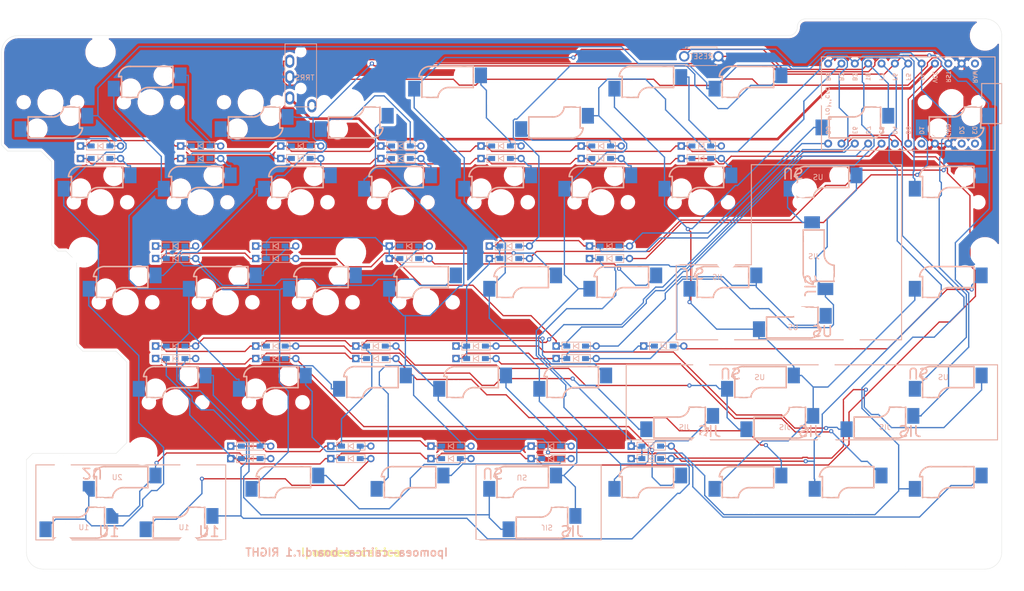
<source format=kicad_pcb>
(kicad_pcb (version 20171130) (host pcbnew "(5.1.5)-3")
  (layers (0 F.Cu signal) (31 B.Cu signal) (34 B.Paste user) (35 F.Paste user) (36 B.SilkS user) (37 F.SilkS user) (38 B.Mask user) (39 F.Mask user) (44 Edge.Cuts user))
  (net 0 "")
  (net 1 r_row0)
  (net 2 "Net-(D7-Pad2)")
  (net 3 "Net-(D8-Pad2)")
  (net 4 "Net-(D9-Pad2)")
  (net 5 "Net-(D10-Pad2)")
  (net 6 "Net-(D11-Pad2)")
  (net 7 "Net-(D12-Pad2)")
  (net 8 "Net-(D13-Pad2)")
  (net 9 r_row5)
  (net 10 "Net-(D14-Pad2)")
  (net 11 "Net-(D15-Pad2)")
  (net 12 "Net-(D16-Pad2)")
  (net 13 r_row6)
  (net 14 r_row1)
  (net 15 "Net-(D23-Pad2)")
  (net 16 "Net-(D24-Pad2)")
  (net 17 "Net-(D25-Pad2)")
  (net 18 "Net-(D26-Pad2)")
  (net 19 "Net-(D27-Pad2)")
  (net 20 "Net-(D28-Pad2)")
  (net 21 "Net-(D29-Pad2)")
  (net 22 "Net-(D30-Pad2)")
  (net 23 r_row2)
  (net 24 "Net-(D37-Pad2)")
  (net 25 "Net-(D38-Pad2)")
  (net 26 "Net-(D39-Pad2)")
  (net 27 "Net-(D40-Pad2)")
  (net 28 "Net-(D41-Pad2)")
  (net 29 "Net-(D42-Pad2)")
  (net 30 "Net-(D43-Pad2)")
  (net 31 "Net-(D44-Pad2)")
  (net 32 "Net-(D45-Pad2)")
  (net 33 r_row3)
  (net 34 "Net-(D52-Pad2)")
  (net 35 "Net-(D53-Pad2)")
  (net 36 "Net-(D54-Pad2)")
  (net 37 "Net-(D55-Pad2)")
  (net 38 "Net-(D56-Pad2)")
  (net 39 "Net-(D57-Pad2)")
  (net 40 "Net-(D58-Pad2)")
  (net 41 "Net-(D59-Pad2)")
  (net 42 "Net-(D60-Pad2)")
  (net 43 r_row4)
  (net 44 "Net-(D66-Pad2)")
  (net 45 "Net-(D67-Pad2)")
  (net 46 "Net-(D68-Pad2)")
  (net 47 "Net-(D69-Pad2)")
  (net 48 "Net-(D70-Pad2)")
  (net 49 "Net-(D71-Pad2)")
  (net 50 "Net-(D72-Pad2)")
  (net 51 "Net-(D73-Pad2)")
  (net 52 "Net-(D74-Pad2)")
  (net 53 "Net-(J2-PadA)")
  (net 54 r_data)
  (net 55 r_col0)
  (net 56 r_col1)
  (net 57 r_col2)
  (net 58 r_col3)
  (net 59 r_col4)
  (net 60 r_col5)
  (net 61 r_col6)
  (net 62 r_reset)
  (net 63 "Net-(U2-Pad2)")
  (net 64 "Net-(U2-Pad1)")
  (net 65 "Net-(U2-Pad24)")
  (net 66 "Net-(U2-Pad5)")
  (net 67 r_gnd)
  (net 68 r_vcc)
  (module Ipomoea-cairica:CUT_HOLE_CENTER_RIGHT (layer F.Cu) (at 141.2875 69.85)
    (fp_text reference CUT_HOLE_CENTER)
    (fp_text value CUT_HOLE_CENTER_RIGHT)
    (fp_line (start -14.087 -29.9625) (end -12.9 -28.7745) (layer Edge.Cuts) (width 0.05))
    (fp_line (start -4.562 -10.9125) (end -3.375 -9.7245) (layer Edge.Cuts) (width 0.05))
    (fp_line (start -9.325 29.962) (end -8.137 28.775) (layer Edge.Cuts) (width 0.05))
    (fp_line (start 0.2005 8.1375) (end 1.3875 9.3255) (layer Edge.Cuts) (width 0.05))
    (fp_line (start 7.737 28.775) (end 9.725 26.787) (layer Edge.Cuts) (width 0.05))
    (fp_line (start -6.55 -28.7755) (end -4.562 -26.7875) (layer Edge.Cuts) (width 0.05))
    (fp_line (start -1.7875 -9.7255) (end 0.2005 -7.7375) (layer Edge.Cuts) (width 0.05))
    (fp_line (start 7.7375 9.3245) (end 9.7255 11.3125) (layer Edge.Cuts) (width 0.05))
    (fp_line (start -9.325 29.962) (end -9.325 47.625) (layer Edge.Cuts) (width 0.05))
    (fp_line (start 7.737 28.775) (end -8.137 28.775) (layer Edge.Cuts) (width 0.05))
    (fp_line (start 9.7255 11.3125) (end 9.725 26.787) (layer Edge.Cuts) (width 0.05))
    (fp_line (start 1.3875 9.3255) (end 7.7375 9.3245) (layer Edge.Cuts) (width 0.05))
    (fp_line (start 0.2005 -7.7375) (end 0.2005 8.1375) (layer Edge.Cuts) (width 0.05))
    (fp_line (start -3.375 -9.7245) (end -1.7875 -9.7255) (layer Edge.Cuts) (width 0.05))
    (fp_line (start -4.562 -26.7875) (end -4.562 -10.9125) (layer Edge.Cuts) (width 0.05))
    (fp_line (start -12.9 -28.7745) (end -6.55 -28.7755) (layer Edge.Cuts) (width 0.05))
    (fp_line (start -14.0875 -47.625) (end -14.087 -29.9625) (layer Edge.Cuts) (width 0.05))
  )
  (module Ipomoea-cairica:CherryMX-Hotswap_1.5u_BackSlash (layer F.Cu) (at 284.162 50.8)
    (fp_text reference SW30)
    (fp_text value SW_PUSH)
    (pad 1 smd custom (at -7.4 -2.58) (size 1 1) (layers B.Cu B.Paste B.Mask) (net 56 r_col1) (options (clearance outline) (anchor rect)) (primitives (gr_poly (pts (xy 1.55 -1.35) (xy 0.92 -0.75) (xy 0.78 -0.19) (xy 0.78 0.44) (xy 0.98 1.06) (xy 1.3 1.5) (xy -0.75 1.5) (xy -0.75 -1.5) (xy 1.55 -1.5)) (width 0))))
    (pad "" np_thru_hole circle (at 2.54 -5.08 180) (size 3 3) (drill 3) (layers *.Cu *.Mask))
    (pad "" np_thru_hole circle (at 0 0) (size 3.9878 3.9878) (drill 3.9878) (layers *.Cu *.Mask))
    (pad "" np_thru_hole circle (at -5.08 0 48.0996) (size 1.75 1.75) (drill 1.75) (layers *.Cu *.Mask))
    (pad "" np_thru_hole circle (at 5.08 0 48.0996) (size 1.75 1.75) (drill 1.75) (layers *.Cu *.Mask))
    (pad "" np_thru_hole circle (at -3.81 -2.54 180) (size 3 3) (drill 3) (layers *.Cu *.Mask))
    (pad 2 smd rect (at 5.7 -5.12 180) (size 2.3 3) (layers B.Cu B.Paste B.Mask) (net 31 "Net-(D44-Pad2)"))
  )
  (module Ipomoea-cairica:CherryMX-Hotswap_1u_RSFT_1 (layer F.Cu) (at 141.288 107.95 180)
    (fp_text reference SW73)
    (fp_text value SW_PUSH)
    (pad 1 smd custom (at -7 -2.58 180) (size 2.3 1) (layers B.Cu B.Paste B.Mask) (net 44 "Net-(D66-Pad2)") (options (clearance outline) (anchor rect)) (primitives (gr_poly (pts (xy 1.15 1.5) (xy 0 1.5) (xy -1.15 0.05) (xy -1.15 -1.5) (xy 1.15 -1.5)) (width 0))))
    (pad "" np_thru_hole circle (at 0 0 180) (size 3.9878 3.9878) (drill 3.9878) (layers *.Cu *.Mask))
    (pad "" np_thru_hole circle (at 2.54 -5.08) (size 3 3) (drill 3) (layers *.Cu *.Mask))
    (pad 2 smd rect (at 5.7 -5.12) (size 2.3 3) (layers B.Cu B.Paste B.Mask) (net 55 r_col0))
    (pad "" np_thru_hole circle (at -3.81 -2.54) (size 3 3) (drill 3) (layers *.Cu *.Mask))
    (pad "" np_thru_hole circle (at 5.08 0 228.0996) (size 1.75 1.75) (drill 1.75) (layers *.Cu *.Mask))
    (pad "" np_thru_hole circle (at -5.08 0 228.0996) (size 1.75 1.75) (drill 1.75) (layers *.Cu *.Mask))
  )
  (module Ipomoea-cairica:CherryMX-Hotswap_2u_RSFT (layer F.Cu) (at 150.812 107.95)
    (fp_text reference SW68)
    (fp_text value SW_PUSH)
    (pad 1 smd custom (at -7 -2.58) (size 2.3 1) (layers B.Cu B.Paste B.Mask) (net 55 r_col0) (options (clearance outline) (anchor rect)) (primitives (gr_poly (pts (xy 1.15 1.5) (xy 0 1.5) (xy -1.15 0.05) (xy -1.15 -1.5) (xy 1.15 -1.5)) (width 0))))
    (pad "" np_thru_hole circle (at 0 0) (size 3.9878 3.9878) (drill 3.9878) (layers *.Cu *.Mask))
    (pad "" np_thru_hole circle (at 2.54 -5.08 180) (size 3 3) (drill 3) (layers *.Cu *.Mask))
    (pad "" np_thru_hole circle (at -5.08 0 48.0996) (size 1.75 1.75) (drill 1.75) (layers *.Cu *.Mask))
    (pad "" np_thru_hole circle (at 5.08 0 48.0996) (size 1.75 1.75) (drill 1.75) (layers *.Cu *.Mask))
    (pad "" np_thru_hole circle (at -3.81 -2.54 180) (size 3 3) (drill 3) (layers *.Cu *.Mask))
    (pad 2 smd rect (at 5.7 -5.12 180) (size 2.3 3) (layers B.Cu B.Paste B.Mask) (net 44 "Net-(D66-Pad2)"))
    (pad "" np_thru_hole circle (at 11.938 -6.985) (size 3.048 3.048) (drill 3.048) (layers *.Cu *.Mask))
    (pad "" np_thru_hole circle (at -11.938 -6.985) (size 3.048 3.048) (drill 3.048) (layers *.Cu *.Mask))
    (pad "" np_thru_hole circle (at 11.938 8.255) (size 3.9878 3.9878) (drill 3.9878) (layers *.Cu *.Mask))
    (pad "" np_thru_hole circle (at -11.938 8.255) (size 3.9878 3.9878) (drill 3.9878) (layers *.Cu *.Mask))
  )
  (module Ipomoea-cairica:ProMicro (layer F.Cu) (at 298.45 32.015 270)
    (fp_text reference U2)
    (fp_text value ProMicro)
    (fp_text user ProMicro (at 0 13.97 270 unlocked) (layer B.SilkS) (effects (justify mirror)))
    (fp_text user D3 (at 5.08 -13.97 90) (layer B.SilkS) (effects (font (size 0.8 0.8)) (justify mirror)))
    (fp_text user F6 (at -5.08 1.27 270 unlocked) (layer B.SilkS) (effects (font (size 0.8 0.8)) (justify mirror)))
    (fp_text user B3 (at -5.08 8.89 270 unlocked) (layer B.SilkS) (effects (font (size 0.8 0.8)) (justify mirror)))
    (fp_text user D0 (at 5.08 -1.27 270 unlocked) (layer B.SilkS) (effects (font (size 0.8 0.8)) (justify mirror)))
    (fp_text user D7 (at 5.08 6.35 270 unlocked) (layer B.SilkS) (effects (font (size 0.8 0.8)) (justify mirror)))
    (fp_text user C6 (at 5.08 3.81 270 unlocked) (layer B.SilkS) (effects (font (size 0.8 0.8)) (justify mirror)))
    (fp_text user F7 (at -5.08 3.81 270 unlocked) (layer B.SilkS) (effects (font (size 0.8 0.8)) (justify mirror)))
    (fp_text user B5 (at 5.08 13.97 270 unlocked) (layer B.SilkS) (effects (font (size 0.8 0.8)) (justify mirror)))
    (fp_text user B6 (at -5.08 13.97 270 unlocked) (layer B.SilkS) (effects (font (size 0.8 0.8)) (justify mirror)))
    (fp_text user D1 (at 5.08 -3.81 270 unlocked) (layer B.SilkS) (effects (font (size 0.8 0.8)) (justify mirror)))
    (fp_text user F5 (at -5.08 -1.27 270 unlocked) (layer B.SilkS) (effects (font (size 0.8 0.8)) (justify mirror)))
    (fp_text user B4 (at 5.08 11.43 270 unlocked) (layer B.SilkS) (effects (font (size 0.8 0.8)) (justify mirror)))
    (fp_text user F4 (at -5.08 -3.81 270 unlocked) (layer B.SilkS) (effects (font (size 0.8 0.8)) (justify mirror)))
    (fp_text user RST (at -5.08 -8.89 270 unlocked) (layer B.SilkS) (effects (font (size 0.8 0.8)) (justify mirror)))
    (fp_text user VCC (at -5.08 -6.35 270 unlocked) (layer B.SilkS) (effects (font (size 0.8 0.8)) (justify mirror)))
    (fp_text user GND (at 5.08 -8.89 270 unlocked) (layer B.SilkS) (effects (font (size 0.8 0.8)) (justify mirror)))
    (fp_text user GND (at 5.08 -6.35 270 unlocked) (layer B.SilkS) (effects (font (size 0.8 0.8)) (justify mirror)))
    (fp_text user E6 (at 5.08 8.89 270 unlocked) (layer B.SilkS) (effects (font (size 0.8 0.8)) (justify mirror)))
    (fp_text user D2 (at 5.08 -11.43 270 unlocked) (layer B.SilkS) (effects (font (size 0.8 0.8)) (justify mirror)))
    (fp_text user GND (at 5.08 -8.89 270 unlocked) (layer B.SilkS) (effects (font (size 0.8 0.8)) (justify mirror)))
    (fp_text user D4 (at 5.08 1.27 270 unlocked) (layer B.SilkS) (effects (font (size 0.8 0.8)) (justify mirror)))
    (fp_text user B2 (at -5.08 11.43 270 unlocked) (layer B.SilkS) (effects (font (size 0.8 0.8)) (justify mirror)))
    (fp_text user RAW (at -5.08 -13.97 270 unlocked) (layer B.SilkS) (effects (font (size 0.8 0.8)) (justify mirror)))
    (fp_text user B1 (at -5.08 6.35 90) (layer B.SilkS) (effects (font (size 0.8 0.8)) (justify mirror)))
    (pad 14 thru_hole circle (at -7.62 11.43 180) (size 1.524 1.524) (drill 0.8) (layers *.Cu *.Mask) (net 61 r_col6))
    (pad 4 thru_hole circle (at 7.62 -6.35 180) (size 1.524 1.524) (drill 0.8) (layers *.Cu *.Mask) (net 67 r_gnd))
    (pad 11 thru_hole circle (at 7.62 11.43 180) (size 1.524 1.524) (drill 0.8) (layers *.Cu *.Mask) (net 43 r_row4))
    (pad 20 thru_hole circle (at -7.62 -3.81 180) (size 1.524 1.524) (drill 0.8) (layers *.Cu *.Mask) (net 55 r_col0))
    (pad 10 thru_hole circle (at 7.62 8.89 180) (size 1.524 1.524) (drill 0.8) (layers *.Cu *.Mask) (net 33 r_row3))
    (pad 2 thru_hole circle (at 7.62 -11.43 180) (size 1.524 1.524) (drill 0.8) (layers *.Cu *.Mask) (net 63 "Net-(U2-Pad2)"))
    (pad 9 thru_hole circle (at 7.62 6.35 180) (size 1.524 1.524) (drill 0.8) (layers *.Cu *.Mask) (net 23 r_row2))
    (pad 18 thru_hole circle (at -7.62 1.27 180) (size 1.524 1.524) (drill 0.8) (layers *.Cu *.Mask) (net 57 r_col2))
    (pad 16 thru_hole circle (at -7.62 6.35 180) (size 1.524 1.524) (drill 0.8) (layers *.Cu *.Mask) (net 59 r_col4))
    (pad 3 thru_hole circle (at 7.62 -8.89 180) (size 1.524 1.524) (drill 0.8) (layers *.Cu *.Mask) (net 67 r_gnd))
    (pad 13 thru_hole circle (at -7.62 13.97 180) (size 1.524 1.524) (drill 0.8) (layers *.Cu *.Mask) (net 13 r_row6))
    (pad 23 thru_hole circle (at -7.62 -11.43 180) (size 1.524 1.524) (drill 0.8) (layers *.Cu *.Mask) (net 67 r_gnd))
    (pad 1 thru_hole circle (at 7.62 -13.97 180) (size 1.524 1.524) (drill 0.8) (layers *.Cu *.Mask) (net 64 "Net-(U2-Pad1)"))
    (pad 6 thru_hole circle (at 7.62 -1.27 180) (size 1.524 1.524) (drill 0.8) (layers *.Cu *.Mask) (net 54 r_data))
    (pad 17 thru_hole circle (at -7.62 3.81 180) (size 1.524 1.524) (drill 0.8) (layers *.Cu *.Mask) (net 58 r_col3))
    (pad 15 thru_hole circle (at -7.62 8.89 180) (size 1.524 1.524) (drill 0.8) (layers *.Cu *.Mask) (net 60 r_col5))
    (pad 8 thru_hole circle (at 7.62 3.81 180) (size 1.524 1.524) (drill 0.8) (layers *.Cu *.Mask) (net 14 r_row1))
    (pad 12 thru_hole circle (at 7.62 13.97 180) (size 1.524 1.524) (drill 0.8) (layers *.Cu *.Mask) (net 9 r_row5))
    (pad 24 thru_hole circle (at -7.62 -13.97 180) (size 1.524 1.524) (drill 0.8) (layers *.Cu *.Mask) (net 65 "Net-(U2-Pad24)"))
    (pad 21 thru_hole circle (at -7.62 -6.35 180) (size 1.524 1.524) (drill 0.8) (layers *.Cu *.Mask) (net 68 r_vcc))
    (pad 7 thru_hole circle (at 7.62 1.27 180) (size 1.524 1.524) (drill 0.8) (layers *.Cu *.Mask) (net 1 r_row0))
    (pad 19 thru_hole circle (at -7.62 -1.27 180) (size 1.524 1.524) (drill 0.8) (layers *.Cu *.Mask) (net 56 r_col1))
    (pad 5 thru_hole circle (at 7.62 -3.81 180) (size 1.524 1.524) (drill 0.8) (layers *.Cu *.Mask) (net 66 "Net-(U2-Pad5)"))
    (pad 22 thru_hole circle (at -7.62 -8.89 180) (size 1.524 1.524) (drill 0.8) (layers *.Cu *.Mask) (net 62 r_reset))
  )
  (module Ipomoea-cairica:CherryMX-Hotswap_1u_ProMicro (layer F.Cu) (at 288.925 31.75 180)
    (fp_text reference SW15)
    (fp_text value SW_PUSH)
    (pad 1 smd rect (at -7 -2.58) (size 2.3 3) (layers B.Cu B.Paste B.Mask) (net 59 r_col4))
    (pad "" np_thru_hole circle (at 0 0 180) (size 3.9878 3.9878) (drill 3.9878) (layers *.Cu *.Mask))
    (pad "" np_thru_hole circle (at -5.08 0 228.0996) (size 1.75 1.75) (drill 1.75) (layers *.Cu *.Mask))
    (pad "" np_thru_hole circle (at 5.08 0 228.0996) (size 1.75 1.75) (drill 1.75) (layers *.Cu *.Mask))
    (pad "" np_thru_hole circle (at -3.81 -2.54) (size 3 3) (drill 3) (layers *.Cu *.Mask))
    (pad 2 smd rect (at 5.7 -4.8) (size 2.3 3) (layers B.Cu B.Paste B.Mask) (net 11 "Net-(D15-Pad2)"))
    (pad "" np_thru_hole circle (at 2.54 -5.08) (size 3 3) (drill 3) (layers *.Cu *.Mask))
  )
  (module Ipomoea-cairica:CherryMX-Hotswap_1u_ProMicro (layer F.Cu) (at 307.975 31.75 180)
    (fp_text reference SW16)
    (fp_text value SW_PUSH)
    (pad 1 smd rect (at -7 -2.58) (size 2.3 3) (layers B.Cu B.Paste B.Mask) (net 57 r_col2))
    (pad "" np_thru_hole circle (at 0 0 180) (size 3.9878 3.9878) (drill 3.9878) (layers *.Cu *.Mask))
    (pad "" np_thru_hole circle (at -5.08 0 228.0996) (size 1.75 1.75) (drill 1.75) (layers *.Cu *.Mask))
    (pad "" np_thru_hole circle (at 5.08 0 228.0996) (size 1.75 1.75) (drill 1.75) (layers *.Cu *.Mask))
    (pad "" np_thru_hole circle (at -3.81 -2.54) (size 3 3) (drill 3) (layers *.Cu *.Mask))
    (pad 2 smd rect (at 5.7 -4.8) (size 2.3 3) (layers B.Cu B.Paste B.Mask) (net 12 "Net-(D16-Pad2)"))
    (pad "" np_thru_hole circle (at 2.54 -5.08) (size 3 3) (drill 3) (layers *.Cu *.Mask))
  )
  (module Ipomoea-cairica:CherryMX-Hotswap_1u_ProMicro (layer F.Cu) (at 250.825 31.75)
    (fp_text reference SW13)
    (fp_text value SW_PUSH)
    (pad 1 smd rect (at -7 -2.58 180) (size 2.3 3) (layers B.Cu B.Paste B.Mask) (net 61 r_col6))
    (pad "" np_thru_hole circle (at 0 0) (size 3.9878 3.9878) (drill 3.9878) (layers *.Cu *.Mask))
    (pad "" np_thru_hole circle (at -5.08 0 48.0996) (size 1.75 1.75) (drill 1.75) (layers *.Cu *.Mask))
    (pad "" np_thru_hole circle (at 5.08 0 48.0996) (size 1.75 1.75) (drill 1.75) (layers *.Cu *.Mask))
    (pad "" np_thru_hole circle (at -3.81 -2.54 180) (size 3 3) (drill 3) (layers *.Cu *.Mask))
    (pad 2 smd rect (at 5.7 -4.8 180) (size 2.3 3) (layers B.Cu B.Paste B.Mask) (net 8 "Net-(D13-Pad2)"))
    (pad "" np_thru_hole circle (at 2.54 -5.08 180) (size 3 3) (drill 3) (layers *.Cu *.Mask))
  )
  (module Ipomoea-cairica:M2_SPACER_HOLE (layer F.Cu) (at 169.862 117.475)
    (fp_text reference M2_SPACER_HOLE_002 hide)
    (fp_text value Val** hide)
    (pad "" np_thru_hole circle (at 0 0) (size 4.8 4.8) (drill 4.8) (layers *.Cu *.Mask))
  )
  (module Ipomoea-cairica:M2_SPACER_HOLE (layer F.Cu) (at 193.675 60.325)
    (fp_text reference M2_SPACER_HOLE_003 hide)
    (fp_text value Val** hide)
    (pad "" np_thru_hole circle (at 0 0) (size 4.8 4.8) (drill 4.8) (layers *.Cu *.Mask))
  )
  (module Ipomoea-cairica:M2_SPACER_HOLE (layer F.Cu) (at 222.25 31.75)
    (fp_text reference M2_SPACER_HOLE_004 hide)
    (fp_text value Val** hide)
    (pad "" np_thru_hole circle (at 0 0) (size 4.8 4.8) (drill 4.8) (layers *.Cu *.Mask))
  )
  (module Ipomoea-cairica:M2_SPACER_HOLE (layer F.Cu) (at 314.325 60.325)
    (fp_text reference M2_SPACER_HOLE_007 hide)
    (fp_text value Val** hide)
    (pad "" np_thru_hole circle (at 0 0) (size 4.8 4.8) (drill 4.8) (layers *.Cu *.Mask))
  )
  (module Ipomoea-cairica:M2_SPACER_HOLE (layer F.Cu) (at 298.45 117.475)
    (fp_text reference M2_SPACER_HOLE_009 hide)
    (fp_text value Val** hide)
    (pad "" np_thru_hole circle (at 0 0) (size 4.8 4.8) (drill 4.8) (layers *.Cu *.Mask))
  )
  (module Ipomoea-cairica:M2_SPACER_HOLE (layer F.Cu) (at 217.488 117.475)
    (fp_text reference M2_SPACER_HOLE_010 hide)
    (fp_text value Val** hide)
    (pad "" np_thru_hole circle (at 0 0) (size 4.8 4.8) (drill 4.8) (layers *.Cu *.Mask))
  )
  (module Ipomoea-cairica:M2_SPACER_HOLE (layer F.Cu) (at 314.325 19.05)
    (fp_text reference M2_SPACER_HOLE_011 hide)
    (fp_text value Val** hide)
    (pad "" np_thru_hole circle (at 0 0) (size 4.8 4.8) (drill 4.8) (layers *.Cu *.Mask))
  )
  (module Ipomoea-cairica:M2_SPACER_HOLE (layer F.Cu) (at 146.05 22.225)
    (fp_text reference M2_SPACER_HOLE_012 hide)
    (fp_text value Val** hide)
    (pad "" np_thru_hole circle (at 0 0) (size 4.8 4.8) (drill 4.8) (layers *.Cu *.Mask))
  )
  (module Ipomoea-cairica:M2_SPACER_HOLE (layer F.Cu) (at 255.588 60.325)
    (fp_text reference M2_SPACER_HOLE_013 hide)
    (fp_text value Val** hide)
    (pad "" np_thru_hole circle (at 0 0) (size 4.8 4.8) (drill 4.8) (layers *.Cu *.Mask))
  )
  (module Ipomoea-cairica:M2_SPACER_HOLE (layer F.Cu) (at 142.875 60.325)
    (fp_text reference M2_SPACER_HOLE_017 hide)
    (fp_text value Val** hide)
    (pad "" np_thru_hole circle (at 0 0) (size 4.8 4.8) (drill 4.8) (layers *.Cu *.Mask))
  )
  (module Ipomoea-cairica:M2_SPACER_HOLE (layer F.Cu) (at 153.988 98.425)
    (fp_text reference M2_SPACER_HOLE_019 hide)
    (fp_text value Val** hide)
    (pad "" np_thru_hole circle (at 0 0) (size 4.8 4.8) (drill 4.8) (layers *.Cu *.Mask))
  )
  (module Ipomoea-cairica:D3_TH_SMD (layer F.Cu) (at 253.206 78.1844)
    (fp_text reference D45 hide)
    (fp_text value D hide)
    (pad 2 thru_hole circle (at 3.81 0) (size 1.397 1.397) (drill 0.8128) (layers *.Cu *.Mask) (net 32 "Net-(D45-Pad2)"))
    (pad 1 thru_hole rect (at -3.81 0) (size 1.397 1.397) (drill 0.8128) (layers *.Cu *.Mask) (net 9 r_row5))
    (pad 1 smd rect (at -1.775 0) (size 1.3 0.95) (layers B.Cu B.Paste B.Mask) (net 9 r_row5))
    (pad 2 smd rect (at 1.775 0) (size 1.3 0.95) (layers B.Cu B.Paste B.Mask) (net 32 "Net-(D45-Pad2)"))
  )
  (module Ipomoea-cairica:D3_TH_SMD (layer F.Cu) (at 146.05 40.0842)
    (fp_text reference D7 hide)
    (fp_text value D hide)
    (pad 2 thru_hole circle (at 3.81 0) (size 1.397 1.397) (drill 0.8128) (layers *.Cu *.Mask) (net 2 "Net-(D7-Pad2)"))
    (pad 1 thru_hole rect (at -3.81 0) (size 1.397 1.397) (drill 0.8128) (layers *.Cu *.Mask) (net 1 r_row0))
    (pad 1 smd rect (at -1.775 0) (size 1.3 0.95) (layers B.Cu B.Paste B.Mask) (net 1 r_row0))
    (pad 2 smd rect (at 1.775 0) (size 1.3 0.95) (layers B.Cu B.Paste B.Mask) (net 2 "Net-(D7-Pad2)"))
  )
  (module Ipomoea-cairica:D3_TH_SMD (layer F.Cu) (at 165.1 40.0842)
    (fp_text reference D8 hide)
    (fp_text value D hide)
    (pad 2 thru_hole circle (at 3.81 0) (size 1.397 1.397) (drill 0.8128) (layers *.Cu *.Mask) (net 3 "Net-(D8-Pad2)"))
    (pad 1 thru_hole rect (at -3.81 0) (size 1.397 1.397) (drill 0.8128) (layers *.Cu *.Mask) (net 1 r_row0))
    (pad 1 smd rect (at -1.775 0) (size 1.3 0.95) (layers B.Cu B.Paste B.Mask) (net 1 r_row0))
    (pad 2 smd rect (at 1.775 0) (size 1.3 0.95) (layers B.Cu B.Paste B.Mask) (net 3 "Net-(D8-Pad2)"))
  )
  (module Ipomoea-cairica:D3_TH_SMD (layer F.Cu) (at 184.15 40.0842)
    (fp_text reference D9 hide)
    (fp_text value D hide)
    (pad 2 thru_hole circle (at 3.81 0) (size 1.397 1.397) (drill 0.8128) (layers *.Cu *.Mask) (net 4 "Net-(D9-Pad2)"))
    (pad 1 thru_hole rect (at -3.81 0) (size 1.397 1.397) (drill 0.8128) (layers *.Cu *.Mask) (net 1 r_row0))
    (pad 1 smd rect (at -1.775 0) (size 1.3 0.95) (layers B.Cu B.Paste B.Mask) (net 1 r_row0))
    (pad 2 smd rect (at 1.775 0) (size 1.3 0.95) (layers B.Cu B.Paste B.Mask) (net 4 "Net-(D9-Pad2)"))
  )
  (module Ipomoea-cairica:D3_TH_SMD (layer F.Cu) (at 203.2 40.0842)
    (fp_text reference D10 hide)
    (fp_text value D hide)
    (pad 2 thru_hole circle (at 3.81 0) (size 1.397 1.397) (drill 0.8128) (layers *.Cu *.Mask) (net 5 "Net-(D10-Pad2)"))
    (pad 1 thru_hole rect (at -3.81 0) (size 1.397 1.397) (drill 0.8128) (layers *.Cu *.Mask) (net 1 r_row0))
    (pad 1 smd rect (at -1.775 0) (size 1.3 0.95) (layers B.Cu B.Paste B.Mask) (net 1 r_row0))
    (pad 2 smd rect (at 1.775 0) (size 1.3 0.95) (layers B.Cu B.Paste B.Mask) (net 5 "Net-(D10-Pad2)"))
  )
  (module Ipomoea-cairica:D3_TH_SMD (layer F.Cu) (at 222.25 40.0842)
    (fp_text reference D11 hide)
    (fp_text value D hide)
    (pad 2 thru_hole circle (at 3.81 0) (size 1.397 1.397) (drill 0.8128) (layers *.Cu *.Mask) (net 6 "Net-(D11-Pad2)"))
    (pad 1 thru_hole rect (at -3.81 0) (size 1.397 1.397) (drill 0.8128) (layers *.Cu *.Mask) (net 1 r_row0))
    (pad 1 smd rect (at -1.775 0) (size 1.3 0.95) (layers B.Cu B.Paste B.Mask) (net 1 r_row0))
    (pad 2 smd rect (at 1.775 0) (size 1.3 0.95) (layers B.Cu B.Paste B.Mask) (net 6 "Net-(D11-Pad2)"))
  )
  (module Ipomoea-cairica:D3_TH_SMD (layer F.Cu) (at 241.3 40.0842)
    (fp_text reference D12 hide)
    (fp_text value D hide)
    (pad 2 thru_hole circle (at 3.81 0) (size 1.397 1.397) (drill 0.8128) (layers *.Cu *.Mask) (net 7 "Net-(D12-Pad2)"))
    (pad 1 thru_hole rect (at -3.81 0) (size 1.397 1.397) (drill 0.8128) (layers *.Cu *.Mask) (net 1 r_row0))
    (pad 1 smd rect (at -1.775 0) (size 1.3 0.95) (layers B.Cu B.Paste B.Mask) (net 1 r_row0))
    (pad 2 smd rect (at 1.775 0) (size 1.3 0.95) (layers B.Cu B.Paste B.Mask) (net 7 "Net-(D12-Pad2)"))
  )
  (module Ipomoea-cairica:D3_TH_SMD (layer F.Cu) (at 260.35 40.0842)
    (fp_text reference D13 hide)
    (fp_text value D hide)
    (pad 2 thru_hole circle (at 3.81 0) (size 1.397 1.397) (drill 0.8128) (layers *.Cu *.Mask) (net 8 "Net-(D13-Pad2)"))
    (pad 1 thru_hole rect (at -3.81 0) (size 1.397 1.397) (drill 0.8128) (layers *.Cu *.Mask) (net 1 r_row0))
    (pad 1 smd rect (at -1.775 0) (size 1.3 0.95) (layers B.Cu B.Paste B.Mask) (net 1 r_row0))
    (pad 2 smd rect (at 1.775 0) (size 1.3 0.95) (layers B.Cu B.Paste B.Mask) (net 8 "Net-(D13-Pad2)"))
  )
  (module Ipomoea-cairica:D3_TH_SMD (layer F.Cu) (at 223.838 59.1342)
    (fp_text reference D14 hide)
    (fp_text value D hide)
    (pad 2 thru_hole circle (at 3.81 0) (size 1.397 1.397) (drill 0.8128) (layers *.Cu *.Mask) (net 10 "Net-(D14-Pad2)"))
    (pad 1 thru_hole rect (at -3.81 0) (size 1.397 1.397) (drill 0.8128) (layers *.Cu *.Mask) (net 9 r_row5))
    (pad 1 smd rect (at -1.775 0) (size 1.3 0.95) (layers B.Cu B.Paste B.Mask) (net 9 r_row5))
    (pad 2 smd rect (at 1.775 0) (size 1.3 0.95) (layers B.Cu B.Paste B.Mask) (net 10 "Net-(D14-Pad2)"))
  )
  (module Ipomoea-cairica:D3_TH_SMD (layer F.Cu) (at 242.888 59.1342)
    (fp_text reference D15 hide)
    (fp_text value D hide)
    (pad 2 thru_hole circle (at 3.81 0) (size 1.397 1.397) (drill 0.8128) (layers *.Cu *.Mask) (net 11 "Net-(D15-Pad2)"))
    (pad 1 thru_hole rect (at -3.81 0) (size 1.397 1.397) (drill 0.8128) (layers *.Cu *.Mask) (net 9 r_row5))
    (pad 1 smd rect (at -1.775 0) (size 1.3 0.95) (layers B.Cu B.Paste B.Mask) (net 9 r_row5))
    (pad 2 smd rect (at 1.775 0) (size 1.3 0.95) (layers B.Cu B.Paste B.Mask) (net 11 "Net-(D15-Pad2)"))
  )
  (module Ipomoea-cairica:D3_TH_SMD (layer F.Cu) (at 242.888 61.5155)
    (fp_text reference D16 hide)
    (fp_text value D hide)
    (pad 2 thru_hole circle (at 3.81 0) (size 1.397 1.397) (drill 0.8128) (layers *.Cu *.Mask) (net 12 "Net-(D16-Pad2)"))
    (pad 1 thru_hole rect (at -3.81 0) (size 1.397 1.397) (drill 0.8128) (layers *.Cu *.Mask) (net 13 r_row6))
    (pad 1 smd rect (at -1.775 0) (size 1.3 0.95) (layers B.Cu B.Paste B.Mask) (net 13 r_row6))
    (pad 2 smd rect (at 1.775 0) (size 1.3 0.95) (layers B.Cu B.Paste B.Mask) (net 12 "Net-(D16-Pad2)"))
  )
  (module Ipomoea-cairica:D3_TH_SMD (layer F.Cu) (at 146.05 42.4655)
    (fp_text reference D23 hide)
    (fp_text value D hide)
    (pad 2 thru_hole circle (at 3.81 0) (size 1.397 1.397) (drill 0.8128) (layers *.Cu *.Mask) (net 15 "Net-(D23-Pad2)"))
    (pad 1 thru_hole rect (at -3.81 0) (size 1.397 1.397) (drill 0.8128) (layers *.Cu *.Mask) (net 14 r_row1))
    (pad 1 smd rect (at -1.775 0) (size 1.3 0.95) (layers B.Cu B.Paste B.Mask) (net 14 r_row1))
    (pad 2 smd rect (at 1.775 0) (size 1.3 0.95) (layers B.Cu B.Paste B.Mask) (net 15 "Net-(D23-Pad2)"))
  )
  (module Ipomoea-cairica:D3_TH_SMD (layer F.Cu) (at 165.1 42.4655)
    (fp_text reference D24 hide)
    (fp_text value D hide)
    (pad 2 thru_hole circle (at 3.81 0) (size 1.397 1.397) (drill 0.8128) (layers *.Cu *.Mask) (net 16 "Net-(D24-Pad2)"))
    (pad 1 thru_hole rect (at -3.81 0) (size 1.397 1.397) (drill 0.8128) (layers *.Cu *.Mask) (net 14 r_row1))
    (pad 1 smd rect (at -1.775 0) (size 1.3 0.95) (layers B.Cu B.Paste B.Mask) (net 14 r_row1))
    (pad 2 smd rect (at 1.775 0) (size 1.3 0.95) (layers B.Cu B.Paste B.Mask) (net 16 "Net-(D24-Pad2)"))
  )
  (module Ipomoea-cairica:D3_TH_SMD (layer F.Cu) (at 184.15 42.4655)
    (fp_text reference D25 hide)
    (fp_text value D hide)
    (pad 2 thru_hole circle (at 3.81 0) (size 1.397 1.397) (drill 0.8128) (layers *.Cu *.Mask) (net 17 "Net-(D25-Pad2)"))
    (pad 1 thru_hole rect (at -3.81 0) (size 1.397 1.397) (drill 0.8128) (layers *.Cu *.Mask) (net 14 r_row1))
    (pad 1 smd rect (at -1.775 0) (size 1.3 0.95) (layers B.Cu B.Paste B.Mask) (net 14 r_row1))
    (pad 2 smd rect (at 1.775 0) (size 1.3 0.95) (layers B.Cu B.Paste B.Mask) (net 17 "Net-(D25-Pad2)"))
  )
  (module Ipomoea-cairica:D3_TH_SMD (layer F.Cu) (at 203.2 42.4655)
    (fp_text reference D26 hide)
    (fp_text value D hide)
    (pad 2 thru_hole circle (at 3.81 0) (size 1.397 1.397) (drill 0.8128) (layers *.Cu *.Mask) (net 18 "Net-(D26-Pad2)"))
    (pad 1 thru_hole rect (at -3.81 0) (size 1.397 1.397) (drill 0.8128) (layers *.Cu *.Mask) (net 14 r_row1))
    (pad 1 smd rect (at -1.775 0) (size 1.3 0.95) (layers B.Cu B.Paste B.Mask) (net 14 r_row1))
    (pad 2 smd rect (at 1.775 0) (size 1.3 0.95) (layers B.Cu B.Paste B.Mask) (net 18 "Net-(D26-Pad2)"))
  )
  (module Ipomoea-cairica:D3_TH_SMD (layer F.Cu) (at 222.25 42.4655)
    (fp_text reference D27 hide)
    (fp_text value D hide)
    (pad 2 thru_hole circle (at 3.81 0) (size 1.397 1.397) (drill 0.8128) (layers *.Cu *.Mask) (net 19 "Net-(D27-Pad2)"))
    (pad 1 thru_hole rect (at -3.81 0) (size 1.397 1.397) (drill 0.8128) (layers *.Cu *.Mask) (net 14 r_row1))
    (pad 1 smd rect (at -1.775 0) (size 1.3 0.95) (layers B.Cu B.Paste B.Mask) (net 14 r_row1))
    (pad 2 smd rect (at 1.775 0) (size 1.3 0.95) (layers B.Cu B.Paste B.Mask) (net 19 "Net-(D27-Pad2)"))
  )
  (module Ipomoea-cairica:D3_TH_SMD (layer F.Cu) (at 241.3 42.4655)
    (fp_text reference D28 hide)
    (fp_text value D hide)
    (pad 2 thru_hole circle (at 3.81 0) (size 1.397 1.397) (drill 0.8128) (layers *.Cu *.Mask) (net 20 "Net-(D28-Pad2)"))
    (pad 1 thru_hole rect (at -3.81 0) (size 1.397 1.397) (drill 0.8128) (layers *.Cu *.Mask) (net 14 r_row1))
    (pad 1 smd rect (at -1.775 0) (size 1.3 0.95) (layers B.Cu B.Paste B.Mask) (net 14 r_row1))
    (pad 2 smd rect (at 1.775 0) (size 1.3 0.95) (layers B.Cu B.Paste B.Mask) (net 20 "Net-(D28-Pad2)"))
  )
  (module Ipomoea-cairica:D3_TH_SMD (layer F.Cu) (at 260.35 42.4655)
    (fp_text reference D29 hide)
    (fp_text value D hide)
    (pad 2 thru_hole circle (at 3.81 0) (size 1.397 1.397) (drill 0.8128) (layers *.Cu *.Mask) (net 21 "Net-(D29-Pad2)"))
    (pad 1 thru_hole rect (at -3.81 0) (size 1.397 1.397) (drill 0.8128) (layers *.Cu *.Mask) (net 14 r_row1))
    (pad 1 smd rect (at -1.775 0) (size 1.3 0.95) (layers B.Cu B.Paste B.Mask) (net 14 r_row1))
    (pad 2 smd rect (at 1.775 0) (size 1.3 0.95) (layers B.Cu B.Paste B.Mask) (net 21 "Net-(D29-Pad2)"))
  )
  (module Ipomoea-cairica:D3_TH_SMD (layer F.Cu) (at 223.838 61.5155)
    (fp_text reference D30 hide)
    (fp_text value D hide)
    (pad 2 thru_hole circle (at 3.81 0) (size 1.397 1.397) (drill 0.8128) (layers *.Cu *.Mask) (net 22 "Net-(D30-Pad2)"))
    (pad 1 thru_hole rect (at -3.81 0) (size 1.397 1.397) (drill 0.8128) (layers *.Cu *.Mask) (net 9 r_row5))
    (pad 1 smd rect (at -1.775 0) (size 1.3 0.95) (layers B.Cu B.Paste B.Mask) (net 9 r_row5))
    (pad 2 smd rect (at 1.775 0) (size 1.3 0.95) (layers B.Cu B.Paste B.Mask) (net 22 "Net-(D30-Pad2)"))
  )
  (module Ipomoea-cairica:D3_TH_SMD (layer F.Cu) (at 160.338 59.1342)
    (fp_text reference D37 hide)
    (fp_text value D hide)
    (pad 2 thru_hole circle (at 3.81 0) (size 1.397 1.397) (drill 0.8128) (layers *.Cu *.Mask) (net 24 "Net-(D37-Pad2)"))
    (pad 1 thru_hole rect (at -3.81 0) (size 1.397 1.397) (drill 0.8128) (layers *.Cu *.Mask) (net 23 r_row2))
    (pad 1 smd rect (at -1.775 0) (size 1.3 0.95) (layers B.Cu B.Paste B.Mask) (net 23 r_row2))
    (pad 2 smd rect (at 1.775 0) (size 1.3 0.95) (layers B.Cu B.Paste B.Mask) (net 24 "Net-(D37-Pad2)"))
  )
  (module Ipomoea-cairica:D3_TH_SMD (layer F.Cu) (at 179.388 59.1342)
    (fp_text reference D38 hide)
    (fp_text value D hide)
    (pad 2 thru_hole circle (at 3.81 0) (size 1.397 1.397) (drill 0.8128) (layers *.Cu *.Mask) (net 25 "Net-(D38-Pad2)"))
    (pad 1 thru_hole rect (at -3.81 0) (size 1.397 1.397) (drill 0.8128) (layers *.Cu *.Mask) (net 23 r_row2))
    (pad 1 smd rect (at -1.775 0) (size 1.3 0.95) (layers B.Cu B.Paste B.Mask) (net 23 r_row2))
    (pad 2 smd rect (at 1.775 0) (size 1.3 0.95) (layers B.Cu B.Paste B.Mask) (net 25 "Net-(D38-Pad2)"))
  )
  (module Ipomoea-cairica:D3_TH_SMD (layer F.Cu) (at 204.788 59.1342)
    (fp_text reference D39 hide)
    (fp_text value D hide)
    (pad 2 thru_hole circle (at 3.81 0) (size 1.397 1.397) (drill 0.8128) (layers *.Cu *.Mask) (net 26 "Net-(D39-Pad2)"))
    (pad 1 thru_hole rect (at -3.81 0) (size 1.397 1.397) (drill 0.8128) (layers *.Cu *.Mask) (net 23 r_row2))
    (pad 1 smd rect (at -1.775 0) (size 1.3 0.95) (layers B.Cu B.Paste B.Mask) (net 23 r_row2))
    (pad 2 smd rect (at 1.775 0) (size 1.3 0.95) (layers B.Cu B.Paste B.Mask) (net 26 "Net-(D39-Pad2)"))
  )
  (module Ipomoea-cairica:D3_TH_SMD (layer F.Cu) (at 160.338 61.5155)
    (fp_text reference D40 hide)
    (fp_text value D hide)
    (pad 2 thru_hole circle (at 3.81 0) (size 1.397 1.397) (drill 0.8128) (layers *.Cu *.Mask) (net 27 "Net-(D40-Pad2)"))
    (pad 1 thru_hole rect (at -3.81 0) (size 1.397 1.397) (drill 0.8128) (layers *.Cu *.Mask) (net 23 r_row2))
    (pad 1 smd rect (at -1.775 0) (size 1.3 0.95) (layers B.Cu B.Paste B.Mask) (net 23 r_row2))
    (pad 2 smd rect (at 1.775 0) (size 1.3 0.95) (layers B.Cu B.Paste B.Mask) (net 27 "Net-(D40-Pad2)"))
  )
  (module Ipomoea-cairica:D3_TH_SMD (layer F.Cu) (at 179.388 61.5155)
    (fp_text reference D41 hide)
    (fp_text value D hide)
    (pad 2 thru_hole circle (at 3.81 0) (size 1.397 1.397) (drill 0.8128) (layers *.Cu *.Mask) (net 28 "Net-(D41-Pad2)"))
    (pad 1 thru_hole rect (at -3.81 0) (size 1.397 1.397) (drill 0.8128) (layers *.Cu *.Mask) (net 23 r_row2))
    (pad 1 smd rect (at -1.775 0) (size 1.3 0.95) (layers B.Cu B.Paste B.Mask) (net 23 r_row2))
    (pad 2 smd rect (at 1.775 0) (size 1.3 0.95) (layers B.Cu B.Paste B.Mask) (net 28 "Net-(D41-Pad2)"))
  )
  (module Ipomoea-cairica:D3_TH_SMD (layer F.Cu) (at 204.788 61.5155)
    (fp_text reference D42 hide)
    (fp_text value D hide)
    (pad 2 thru_hole circle (at 3.81 0) (size 1.397 1.397) (drill 0.8128) (layers *.Cu *.Mask) (net 29 "Net-(D42-Pad2)"))
    (pad 1 thru_hole rect (at -3.81 0) (size 1.397 1.397) (drill 0.8128) (layers *.Cu *.Mask) (net 23 r_row2))
    (pad 1 smd rect (at -1.775 0) (size 1.3 0.95) (layers B.Cu B.Paste B.Mask) (net 23 r_row2))
    (pad 2 smd rect (at 1.775 0) (size 1.3 0.95) (layers B.Cu B.Paste B.Mask) (net 29 "Net-(D42-Pad2)"))
  )
  (module Ipomoea-cairica:D3_TH_SMD (layer F.Cu) (at 236.538 78.1842)
    (fp_text reference D43 hide)
    (fp_text value D hide)
    (pad 2 thru_hole circle (at 3.81 0) (size 1.397 1.397) (drill 0.8128) (layers *.Cu *.Mask) (net 30 "Net-(D43-Pad2)"))
    (pad 1 thru_hole rect (at -3.81 0) (size 1.397 1.397) (drill 0.8128) (layers *.Cu *.Mask) (net 23 r_row2))
    (pad 1 smd rect (at -1.775 0) (size 1.3 0.95) (layers B.Cu B.Paste B.Mask) (net 23 r_row2))
    (pad 2 smd rect (at 1.775 0) (size 1.3 0.95) (layers B.Cu B.Paste B.Mask) (net 30 "Net-(D43-Pad2)"))
  )
  (module Ipomoea-cairica:D3_TH_SMD (layer F.Cu) (at 236.538 80.5655)
    (fp_text reference D44 hide)
    (fp_text value D hide)
    (pad 2 thru_hole circle (at 3.81 0) (size 1.397 1.397) (drill 0.8128) (layers *.Cu *.Mask) (net 31 "Net-(D44-Pad2)"))
    (pad 1 thru_hole rect (at -3.81 0) (size 1.397 1.397) (drill 0.8128) (layers *.Cu *.Mask) (net 9 r_row5))
    (pad 1 smd rect (at -1.775 0) (size 1.3 0.95) (layers B.Cu B.Paste B.Mask) (net 9 r_row5))
    (pad 2 smd rect (at 1.775 0) (size 1.3 0.95) (layers B.Cu B.Paste B.Mask) (net 31 "Net-(D44-Pad2)"))
  )
  (module Ipomoea-cairica:D3_TH_SMD (layer F.Cu) (at 174.625 97.2342)
    (fp_text reference D52 hide)
    (fp_text value D hide)
    (pad 2 thru_hole circle (at 3.81 0) (size 1.397 1.397) (drill 0.8128) (layers *.Cu *.Mask) (net 34 "Net-(D52-Pad2)"))
    (pad 1 thru_hole rect (at -3.81 0) (size 1.397 1.397) (drill 0.8128) (layers *.Cu *.Mask) (net 33 r_row3))
    (pad 1 smd rect (at -1.775 0) (size 1.3 0.95) (layers B.Cu B.Paste B.Mask) (net 33 r_row3))
    (pad 2 smd rect (at 1.775 0) (size 1.3 0.95) (layers B.Cu B.Paste B.Mask) (net 34 "Net-(D52-Pad2)"))
  )
  (module Ipomoea-cairica:D3_TH_SMD (layer F.Cu) (at 193.675 97.2342)
    (fp_text reference D53 hide)
    (fp_text value D hide)
    (pad 2 thru_hole circle (at 3.81 0) (size 1.397 1.397) (drill 0.8128) (layers *.Cu *.Mask) (net 35 "Net-(D53-Pad2)"))
    (pad 1 thru_hole rect (at -3.81 0) (size 1.397 1.397) (drill 0.8128) (layers *.Cu *.Mask) (net 33 r_row3))
    (pad 1 smd rect (at -1.775 0) (size 1.3 0.95) (layers B.Cu B.Paste B.Mask) (net 33 r_row3))
    (pad 2 smd rect (at 1.775 0) (size 1.3 0.95) (layers B.Cu B.Paste B.Mask) (net 35 "Net-(D53-Pad2)"))
  )
  (module Ipomoea-cairica:D3_TH_SMD (layer F.Cu) (at 212.725 97.2342)
    (fp_text reference D54 hide)
    (fp_text value D hide)
    (pad 2 thru_hole circle (at 3.81 0) (size 1.397 1.397) (drill 0.8128) (layers *.Cu *.Mask) (net 36 "Net-(D54-Pad2)"))
    (pad 1 thru_hole rect (at -3.81 0) (size 1.397 1.397) (drill 0.8128) (layers *.Cu *.Mask) (net 33 r_row3))
    (pad 1 smd rect (at -1.775 0) (size 1.3 0.95) (layers B.Cu B.Paste B.Mask) (net 33 r_row3))
    (pad 2 smd rect (at 1.775 0) (size 1.3 0.95) (layers B.Cu B.Paste B.Mask) (net 36 "Net-(D54-Pad2)"))
  )
  (module Ipomoea-cairica:D3_TH_SMD (layer F.Cu) (at 231.775 97.2342)
    (fp_text reference D55 hide)
    (fp_text value D hide)
    (pad 2 thru_hole circle (at 3.81 0) (size 1.397 1.397) (drill 0.8128) (layers *.Cu *.Mask) (net 37 "Net-(D55-Pad2)"))
    (pad 1 thru_hole rect (at -3.81 0) (size 1.397 1.397) (drill 0.8128) (layers *.Cu *.Mask) (net 33 r_row3))
    (pad 1 smd rect (at -1.775 0) (size 1.3 0.95) (layers B.Cu B.Paste B.Mask) (net 33 r_row3))
    (pad 2 smd rect (at 1.775 0) (size 1.3 0.95) (layers B.Cu B.Paste B.Mask) (net 37 "Net-(D55-Pad2)"))
  )
  (module Ipomoea-cairica:D3_TH_SMD (layer F.Cu) (at 160.338 78.1842)
    (fp_text reference D56 hide)
    (fp_text value D hide)
    (pad 2 thru_hole circle (at 3.81 0) (size 1.397 1.397) (drill 0.8128) (layers *.Cu *.Mask) (net 38 "Net-(D56-Pad2)"))
    (pad 1 thru_hole rect (at -3.81 0) (size 1.397 1.397) (drill 0.8128) (layers *.Cu *.Mask) (net 33 r_row3))
    (pad 1 smd rect (at -1.775 0) (size 1.3 0.95) (layers B.Cu B.Paste B.Mask) (net 33 r_row3))
    (pad 2 smd rect (at 1.775 0) (size 1.3 0.95) (layers B.Cu B.Paste B.Mask) (net 38 "Net-(D56-Pad2)"))
  )
  (module Ipomoea-cairica:D3_TH_SMD (layer F.Cu) (at 179.388 78.1842)
    (fp_text reference D57 hide)
    (fp_text value D hide)
    (pad 2 thru_hole circle (at 3.81 0) (size 1.397 1.397) (drill 0.8128) (layers *.Cu *.Mask) (net 39 "Net-(D57-Pad2)"))
    (pad 1 thru_hole rect (at -3.81 0) (size 1.397 1.397) (drill 0.8128) (layers *.Cu *.Mask) (net 33 r_row3))
    (pad 1 smd rect (at -1.775 0) (size 1.3 0.95) (layers B.Cu B.Paste B.Mask) (net 33 r_row3))
    (pad 2 smd rect (at 1.775 0) (size 1.3 0.95) (layers B.Cu B.Paste B.Mask) (net 39 "Net-(D57-Pad2)"))
  )
  (module Ipomoea-cairica:D3_TH_SMD (layer F.Cu) (at 198.438 78.1842)
    (fp_text reference D58 hide)
    (fp_text value D hide)
    (pad 2 thru_hole circle (at 3.81 0) (size 1.397 1.397) (drill 0.8128) (layers *.Cu *.Mask) (net 40 "Net-(D58-Pad2)"))
    (pad 1 thru_hole rect (at -3.81 0) (size 1.397 1.397) (drill 0.8128) (layers *.Cu *.Mask) (net 33 r_row3))
    (pad 1 smd rect (at -1.775 0) (size 1.3 0.95) (layers B.Cu B.Paste B.Mask) (net 33 r_row3))
    (pad 2 smd rect (at 1.775 0) (size 1.3 0.95) (layers B.Cu B.Paste B.Mask) (net 40 "Net-(D58-Pad2)"))
  )
  (module Ipomoea-cairica:D3_TH_SMD (layer F.Cu) (at 217.488 78.1842)
    (fp_text reference D59 hide)
    (fp_text value D hide)
    (pad 2 thru_hole circle (at 3.81 0) (size 1.397 1.397) (drill 0.8128) (layers *.Cu *.Mask) (net 41 "Net-(D59-Pad2)"))
    (pad 1 thru_hole rect (at -3.81 0) (size 1.397 1.397) (drill 0.8128) (layers *.Cu *.Mask) (net 9 r_row5))
    (pad 1 smd rect (at -1.775 0) (size 1.3 0.95) (layers B.Cu B.Paste B.Mask) (net 9 r_row5))
    (pad 2 smd rect (at 1.775 0) (size 1.3 0.95) (layers B.Cu B.Paste B.Mask) (net 41 "Net-(D59-Pad2)"))
  )
  (module Ipomoea-cairica:D3_TH_SMD (layer F.Cu) (at 250.825 97.2342)
    (fp_text reference D60 hide)
    (fp_text value D hide)
    (pad 2 thru_hole circle (at 3.81 0) (size 1.397 1.397) (drill 0.8128) (layers *.Cu *.Mask) (net 42 "Net-(D60-Pad2)"))
    (pad 1 thru_hole rect (at -3.81 0) (size 1.397 1.397) (drill 0.8128) (layers *.Cu *.Mask) (net 13 r_row6))
    (pad 1 smd rect (at -1.775 0) (size 1.3 0.95) (layers B.Cu B.Paste B.Mask) (net 13 r_row6))
    (pad 2 smd rect (at 1.775 0) (size 1.3 0.95) (layers B.Cu B.Paste B.Mask) (net 42 "Net-(D60-Pad2)"))
  )
  (module Ipomoea-cairica:D3_TH_SMD (layer F.Cu) (at 174.625 99.6155)
    (fp_text reference D66 hide)
    (fp_text value D hide)
    (pad 2 thru_hole circle (at 3.81 0) (size 1.397 1.397) (drill 0.8128) (layers *.Cu *.Mask) (net 44 "Net-(D66-Pad2)"))
    (pad 1 thru_hole rect (at -3.81 0) (size 1.397 1.397) (drill 0.8128) (layers *.Cu *.Mask) (net 43 r_row4))
    (pad 1 smd rect (at -1.775 0) (size 1.3 0.95) (layers B.Cu B.Paste B.Mask) (net 43 r_row4))
    (pad 2 smd rect (at 1.775 0) (size 1.3 0.95) (layers B.Cu B.Paste B.Mask) (net 44 "Net-(D66-Pad2)"))
  )
  (module Ipomoea-cairica:D3_TH_SMD (layer F.Cu) (at 193.675 99.6155)
    (fp_text reference D67 hide)
    (fp_text value D hide)
    (pad 2 thru_hole circle (at 3.81 0) (size 1.397 1.397) (drill 0.8128) (layers *.Cu *.Mask) (net 45 "Net-(D67-Pad2)"))
    (pad 1 thru_hole rect (at -3.81 0) (size 1.397 1.397) (drill 0.8128) (layers *.Cu *.Mask) (net 43 r_row4))
    (pad 1 smd rect (at -1.775 0) (size 1.3 0.95) (layers B.Cu B.Paste B.Mask) (net 43 r_row4))
    (pad 2 smd rect (at 1.775 0) (size 1.3 0.95) (layers B.Cu B.Paste B.Mask) (net 45 "Net-(D67-Pad2)"))
  )
  (module Ipomoea-cairica:D3_TH_SMD (layer F.Cu) (at 212.725 99.6155)
    (fp_text reference D68 hide)
    (fp_text value D hide)
    (pad 2 thru_hole circle (at 3.81 0) (size 1.397 1.397) (drill 0.8128) (layers *.Cu *.Mask) (net 46 "Net-(D68-Pad2)"))
    (pad 1 thru_hole rect (at -3.81 0) (size 1.397 1.397) (drill 0.8128) (layers *.Cu *.Mask) (net 43 r_row4))
    (pad 1 smd rect (at -1.775 0) (size 1.3 0.95) (layers B.Cu B.Paste B.Mask) (net 43 r_row4))
    (pad 2 smd rect (at 1.775 0) (size 1.3 0.95) (layers B.Cu B.Paste B.Mask) (net 46 "Net-(D68-Pad2)"))
  )
  (module Ipomoea-cairica:D3_TH_SMD (layer F.Cu) (at 231.775 99.6155)
    (fp_text reference D69 hide)
    (fp_text value D hide)
    (pad 2 thru_hole circle (at 3.81 0) (size 1.397 1.397) (drill 0.8128) (layers *.Cu *.Mask) (net 47 "Net-(D69-Pad2)"))
    (pad 1 thru_hole rect (at -3.81 0) (size 1.397 1.397) (drill 0.8128) (layers *.Cu *.Mask) (net 43 r_row4))
    (pad 1 smd rect (at -1.775 0) (size 1.3 0.95) (layers B.Cu B.Paste B.Mask) (net 43 r_row4))
    (pad 2 smd rect (at 1.775 0) (size 1.3 0.95) (layers B.Cu B.Paste B.Mask) (net 47 "Net-(D69-Pad2)"))
  )
  (module Ipomoea-cairica:D3_TH_SMD (layer F.Cu) (at 160.338 80.5655)
    (fp_text reference D70 hide)
    (fp_text value D hide)
    (pad 2 thru_hole circle (at 3.81 0) (size 1.397 1.397) (drill 0.8128) (layers *.Cu *.Mask) (net 48 "Net-(D70-Pad2)"))
    (pad 1 thru_hole rect (at -3.81 0) (size 1.397 1.397) (drill 0.8128) (layers *.Cu *.Mask) (net 43 r_row4))
    (pad 1 smd rect (at -1.775 0) (size 1.3 0.95) (layers B.Cu B.Paste B.Mask) (net 43 r_row4))
    (pad 2 smd rect (at 1.775 0) (size 1.3 0.95) (layers B.Cu B.Paste B.Mask) (net 48 "Net-(D70-Pad2)"))
  )
  (module Ipomoea-cairica:D3_TH_SMD (layer F.Cu) (at 179.388 80.5655)
    (fp_text reference D71 hide)
    (fp_text value D hide)
    (pad 2 thru_hole circle (at 3.81 0) (size 1.397 1.397) (drill 0.8128) (layers *.Cu *.Mask) (net 49 "Net-(D71-Pad2)"))
    (pad 1 thru_hole rect (at -3.81 0) (size 1.397 1.397) (drill 0.8128) (layers *.Cu *.Mask) (net 43 r_row4))
    (pad 1 smd rect (at -1.775 0) (size 1.3 0.95) (layers B.Cu B.Paste B.Mask) (net 43 r_row4))
    (pad 2 smd rect (at 1.775 0) (size 1.3 0.95) (layers B.Cu B.Paste B.Mask) (net 49 "Net-(D71-Pad2)"))
  )
  (module Ipomoea-cairica:D3_TH_SMD (layer F.Cu) (at 198.438 80.5655)
    (fp_text reference D72 hide)
    (fp_text value D hide)
    (pad 2 thru_hole circle (at 3.81 0) (size 1.397 1.397) (drill 0.8128) (layers *.Cu *.Mask) (net 50 "Net-(D72-Pad2)"))
    (pad 1 thru_hole rect (at -3.81 0) (size 1.397 1.397) (drill 0.8128) (layers *.Cu *.Mask) (net 43 r_row4))
    (pad 1 smd rect (at -1.775 0) (size 1.3 0.95) (layers B.Cu B.Paste B.Mask) (net 43 r_row4))
    (pad 2 smd rect (at 1.775 0) (size 1.3 0.95) (layers B.Cu B.Paste B.Mask) (net 50 "Net-(D72-Pad2)"))
  )
  (module Ipomoea-cairica:D3_TH_SMD (layer F.Cu) (at 217.488 80.5655)
    (fp_text reference D73 hide)
    (fp_text value D hide)
    (pad 2 thru_hole circle (at 3.81 0) (size 1.397 1.397) (drill 0.8128) (layers *.Cu *.Mask) (net 51 "Net-(D73-Pad2)"))
    (pad 1 thru_hole rect (at -3.81 0) (size 1.397 1.397) (drill 0.8128) (layers *.Cu *.Mask) (net 9 r_row5))
    (pad 1 smd rect (at -1.775 0) (size 1.3 0.95) (layers B.Cu B.Paste B.Mask) (net 9 r_row5))
    (pad 2 smd rect (at 1.775 0) (size 1.3 0.95) (layers B.Cu B.Paste B.Mask) (net 51 "Net-(D73-Pad2)"))
  )
  (module Ipomoea-cairica:D3_TH_SMD (layer F.Cu) (at 250.825 99.6155)
    (fp_text reference D74 hide)
    (fp_text value D hide)
    (pad 2 thru_hole circle (at 3.81 0) (size 1.397 1.397) (drill 0.8128) (layers *.Cu *.Mask) (net 52 "Net-(D74-Pad2)"))
    (pad 1 thru_hole rect (at -3.81 0) (size 1.397 1.397) (drill 0.8128) (layers *.Cu *.Mask) (net 13 r_row6))
    (pad 1 smd rect (at -1.775 0) (size 1.3 0.95) (layers B.Cu B.Paste B.Mask) (net 13 r_row6))
    (pad 2 smd rect (at 1.775 0) (size 1.3 0.95) (layers B.Cu B.Paste B.Mask) (net 52 "Net-(D74-Pad2)"))
  )
  (module Ipomoea-cairica:CherryMX-Hotswap_1u (layer F.Cu) (at 136.525 31.75 180)
    (fp_text reference SW7)
    (fp_text value SW_PUSH)
    (pad 1 smd rect (at -7 -2.58) (size 2.3 3) (layers B.Cu B.Paste B.Mask) (net 55 r_col0))
    (pad "" np_thru_hole circle (at 2.54 -5.08) (size 3 3) (drill 3) (layers *.Cu *.Mask))
    (pad 2 smd rect (at 5.7 -5.12) (size 2.3 3) (layers B.Cu B.Paste B.Mask) (net 2 "Net-(D7-Pad2)"))
    (pad "" np_thru_hole circle (at -3.81 -2.54) (size 3 3) (drill 3) (layers *.Cu *.Mask))
    (pad "" np_thru_hole circle (at 5.08 0 228.0996) (size 1.75 1.75) (drill 1.75) (layers *.Cu *.Mask))
    (pad "" np_thru_hole circle (at -5.08 0 228.0996) (size 1.75 1.75) (drill 1.75) (layers *.Cu *.Mask))
    (pad "" np_thru_hole circle (at 0 0 180) (size 3.9878 3.9878) (drill 3.9878) (layers *.Cu *.Mask))
  )
  (module Ipomoea-cairica:CherryMX-Hotswap_1u (layer F.Cu) (at 155.575 31.75)
    (fp_text reference SW8)
    (fp_text value SW_PUSH)
    (pad 1 smd rect (at -7 -2.58 180) (size 2.3 3) (layers B.Cu B.Paste B.Mask) (net 56 r_col1))
    (pad "" np_thru_hole circle (at 2.54 -5.08 180) (size 3 3) (drill 3) (layers *.Cu *.Mask))
    (pad 2 smd rect (at 5.7 -5.12 180) (size 2.3 3) (layers B.Cu B.Paste B.Mask) (net 3 "Net-(D8-Pad2)"))
    (pad "" np_thru_hole circle (at -3.81 -2.54 180) (size 3 3) (drill 3) (layers *.Cu *.Mask))
    (pad "" np_thru_hole circle (at 5.08 0 48.0996) (size 1.75 1.75) (drill 1.75) (layers *.Cu *.Mask))
    (pad "" np_thru_hole circle (at -5.08 0 48.0996) (size 1.75 1.75) (drill 1.75) (layers *.Cu *.Mask))
    (pad "" np_thru_hole circle (at 0 0) (size 3.9878 3.9878) (drill 3.9878) (layers *.Cu *.Mask))
  )
  (module Ipomoea-cairica:CherryMX-Hotswap_1u (layer F.Cu) (at 193.675 31.75 180)
    (fp_text reference SW10)
    (fp_text value SW_PUSH)
    (pad 1 smd rect (at -7 -2.58) (size 2.3 3) (layers B.Cu B.Paste B.Mask) (net 58 r_col3))
    (pad "" np_thru_hole circle (at 2.54 -5.08) (size 3 3) (drill 3) (layers *.Cu *.Mask))
    (pad 2 smd rect (at 5.7 -5.12) (size 2.3 3) (layers B.Cu B.Paste B.Mask) (net 5 "Net-(D10-Pad2)"))
    (pad "" np_thru_hole circle (at -3.81 -2.54) (size 3 3) (drill 3) (layers *.Cu *.Mask))
    (pad "" np_thru_hole circle (at 5.08 0 228.0996) (size 1.75 1.75) (drill 1.75) (layers *.Cu *.Mask))
    (pad "" np_thru_hole circle (at -5.08 0 228.0996) (size 1.75 1.75) (drill 1.75) (layers *.Cu *.Mask))
    (pad "" np_thru_hole circle (at 0 0 180) (size 3.9878 3.9878) (drill 3.9878) (layers *.Cu *.Mask))
  )
  (module Ipomoea-cairica:CherryMX-Hotswap_1u (layer F.Cu) (at 212.725 31.75)
    (fp_text reference SW11)
    (fp_text value SW_PUSH)
    (pad 1 smd rect (at -7 -2.58 180) (size 2.3 3) (layers B.Cu B.Paste B.Mask) (net 59 r_col4))
    (pad "" np_thru_hole circle (at 2.54 -5.08 180) (size 3 3) (drill 3) (layers *.Cu *.Mask))
    (pad 2 smd rect (at 5.7 -5.12 180) (size 2.3 3) (layers B.Cu B.Paste B.Mask) (net 6 "Net-(D11-Pad2)"))
    (pad "" np_thru_hole circle (at -3.81 -2.54 180) (size 3 3) (drill 3) (layers *.Cu *.Mask))
    (pad "" np_thru_hole circle (at 5.08 0 48.0996) (size 1.75 1.75) (drill 1.75) (layers *.Cu *.Mask))
    (pad "" np_thru_hole circle (at -5.08 0 48.0996) (size 1.75 1.75) (drill 1.75) (layers *.Cu *.Mask))
    (pad "" np_thru_hole circle (at 0 0) (size 3.9878 3.9878) (drill 3.9878) (layers *.Cu *.Mask))
  )
  (module Ipomoea-cairica:CherryMX-Hotswap_1u (layer F.Cu) (at 231.775 31.75 180)
    (fp_text reference SW12)
    (fp_text value SW_PUSH)
    (pad 1 smd rect (at -7 -2.58) (size 2.3 3) (layers B.Cu B.Paste B.Mask) (net 60 r_col5))
    (pad "" np_thru_hole circle (at 2.54 -5.08) (size 3 3) (drill 3) (layers *.Cu *.Mask))
    (pad 2 smd rect (at 5.7 -5.12) (size 2.3 3) (layers B.Cu B.Paste B.Mask) (net 7 "Net-(D12-Pad2)"))
    (pad "" np_thru_hole circle (at -3.81 -2.54) (size 3 3) (drill 3) (layers *.Cu *.Mask))
    (pad "" np_thru_hole circle (at 5.08 0 228.0996) (size 1.75 1.75) (drill 1.75) (layers *.Cu *.Mask))
    (pad "" np_thru_hole circle (at -5.08 0 228.0996) (size 1.75 1.75) (drill 1.75) (layers *.Cu *.Mask))
    (pad "" np_thru_hole circle (at 0 0 180) (size 3.9878 3.9878) (drill 3.9878) (layers *.Cu *.Mask))
  )
  (module Ipomoea-cairica:CherryMX-Hotswap_1u (layer F.Cu) (at 269.875 31.75)
    (fp_text reference SW14)
    (fp_text value SW_PUSH)
    (pad 1 smd rect (at -7 -2.58 180) (size 2.3 3) (layers B.Cu B.Paste B.Mask) (net 55 r_col0))
    (pad "" np_thru_hole circle (at 2.54 -5.08 180) (size 3 3) (drill 3) (layers *.Cu *.Mask))
    (pad 2 smd rect (at 5.7 -5.12 180) (size 2.3 3) (layers B.Cu B.Paste B.Mask) (net 10 "Net-(D14-Pad2)"))
    (pad "" np_thru_hole circle (at -3.81 -2.54 180) (size 3 3) (drill 3) (layers *.Cu *.Mask))
    (pad "" np_thru_hole circle (at 5.08 0 48.0996) (size 1.75 1.75) (drill 1.75) (layers *.Cu *.Mask))
    (pad "" np_thru_hole circle (at -5.08 0 48.0996) (size 1.75 1.75) (drill 1.75) (layers *.Cu *.Mask))
    (pad "" np_thru_hole circle (at 0 0) (size 3.9878 3.9878) (drill 3.9878) (layers *.Cu *.Mask))
  )
  (module Ipomoea-cairica:CherryMX-Hotswap_1u (layer F.Cu) (at 146.05 50.8)
    (fp_text reference SW23)
    (fp_text value SW_PUSH)
    (pad 1 smd rect (at -7 -2.58 180) (size 2.3 3) (layers B.Cu B.Paste B.Mask) (net 55 r_col0))
    (pad "" np_thru_hole circle (at 2.54 -5.08 180) (size 3 3) (drill 3) (layers *.Cu *.Mask))
    (pad 2 smd rect (at 5.7 -5.12 180) (size 2.3 3) (layers B.Cu B.Paste B.Mask) (net 15 "Net-(D23-Pad2)"))
    (pad "" np_thru_hole circle (at -3.81 -2.54 180) (size 3 3) (drill 3) (layers *.Cu *.Mask))
    (pad "" np_thru_hole circle (at 5.08 0 48.0996) (size 1.75 1.75) (drill 1.75) (layers *.Cu *.Mask))
    (pad "" np_thru_hole circle (at -5.08 0 48.0996) (size 1.75 1.75) (drill 1.75) (layers *.Cu *.Mask))
    (pad "" np_thru_hole circle (at 0 0) (size 3.9878 3.9878) (drill 3.9878) (layers *.Cu *.Mask))
  )
  (module Ipomoea-cairica:CherryMX-Hotswap_1u (layer F.Cu) (at 165.1 50.8)
    (fp_text reference SW24)
    (fp_text value SW_PUSH)
    (pad 1 smd rect (at -7 -2.58 180) (size 2.3 3) (layers B.Cu B.Paste B.Mask) (net 56 r_col1))
    (pad "" np_thru_hole circle (at 2.54 -5.08 180) (size 3 3) (drill 3) (layers *.Cu *.Mask))
    (pad 2 smd rect (at 5.7 -5.12 180) (size 2.3 3) (layers B.Cu B.Paste B.Mask) (net 16 "Net-(D24-Pad2)"))
    (pad "" np_thru_hole circle (at -3.81 -2.54 180) (size 3 3) (drill 3) (layers *.Cu *.Mask))
    (pad "" np_thru_hole circle (at 5.08 0 48.0996) (size 1.75 1.75) (drill 1.75) (layers *.Cu *.Mask))
    (pad "" np_thru_hole circle (at -5.08 0 48.0996) (size 1.75 1.75) (drill 1.75) (layers *.Cu *.Mask))
    (pad "" np_thru_hole circle (at 0 0) (size 3.9878 3.9878) (drill 3.9878) (layers *.Cu *.Mask))
  )
  (module Ipomoea-cairica:CherryMX-Hotswap_1u (layer F.Cu) (at 184.15 50.8)
    (fp_text reference SW25)
    (fp_text value SW_PUSH)
    (pad 1 smd rect (at -7 -2.58 180) (size 2.3 3) (layers B.Cu B.Paste B.Mask) (net 57 r_col2))
    (pad "" np_thru_hole circle (at 2.54 -5.08 180) (size 3 3) (drill 3) (layers *.Cu *.Mask))
    (pad 2 smd rect (at 5.7 -5.12 180) (size 2.3 3) (layers B.Cu B.Paste B.Mask) (net 17 "Net-(D25-Pad2)"))
    (pad "" np_thru_hole circle (at -3.81 -2.54 180) (size 3 3) (drill 3) (layers *.Cu *.Mask))
    (pad "" np_thru_hole circle (at 5.08 0 48.0996) (size 1.75 1.75) (drill 1.75) (layers *.Cu *.Mask))
    (pad "" np_thru_hole circle (at -5.08 0 48.0996) (size 1.75 1.75) (drill 1.75) (layers *.Cu *.Mask))
    (pad "" np_thru_hole circle (at 0 0) (size 3.9878 3.9878) (drill 3.9878) (layers *.Cu *.Mask))
  )
  (module Ipomoea-cairica:CherryMX-Hotswap_1u (layer F.Cu) (at 203.2 50.8)
    (fp_text reference SW26)
    (fp_text value SW_PUSH)
    (pad 1 smd rect (at -7 -2.58 180) (size 2.3 3) (layers B.Cu B.Paste B.Mask) (net 58 r_col3))
    (pad "" np_thru_hole circle (at 2.54 -5.08 180) (size 3 3) (drill 3) (layers *.Cu *.Mask))
    (pad 2 smd rect (at 5.7 -5.12 180) (size 2.3 3) (layers B.Cu B.Paste B.Mask) (net 18 "Net-(D26-Pad2)"))
    (pad "" np_thru_hole circle (at -3.81 -2.54 180) (size 3 3) (drill 3) (layers *.Cu *.Mask))
    (pad "" np_thru_hole circle (at 5.08 0 48.0996) (size 1.75 1.75) (drill 1.75) (layers *.Cu *.Mask))
    (pad "" np_thru_hole circle (at -5.08 0 48.0996) (size 1.75 1.75) (drill 1.75) (layers *.Cu *.Mask))
    (pad "" np_thru_hole circle (at 0 0) (size 3.9878 3.9878) (drill 3.9878) (layers *.Cu *.Mask))
  )
  (module Ipomoea-cairica:CherryMX-Hotswap_1u (layer F.Cu) (at 222.25 50.8)
    (fp_text reference SW27)
    (fp_text value SW_PUSH)
    (pad 1 smd rect (at -7 -2.58 180) (size 2.3 3) (layers B.Cu B.Paste B.Mask) (net 59 r_col4))
    (pad "" np_thru_hole circle (at 2.54 -5.08 180) (size 3 3) (drill 3) (layers *.Cu *.Mask))
    (pad 2 smd rect (at 5.7 -5.12 180) (size 2.3 3) (layers B.Cu B.Paste B.Mask) (net 19 "Net-(D27-Pad2)"))
    (pad "" np_thru_hole circle (at -3.81 -2.54 180) (size 3 3) (drill 3) (layers *.Cu *.Mask))
    (pad "" np_thru_hole circle (at 5.08 0 48.0996) (size 1.75 1.75) (drill 1.75) (layers *.Cu *.Mask))
    (pad "" np_thru_hole circle (at -5.08 0 48.0996) (size 1.75 1.75) (drill 1.75) (layers *.Cu *.Mask))
    (pad "" np_thru_hole circle (at 0 0) (size 3.9878 3.9878) (drill 3.9878) (layers *.Cu *.Mask))
  )
  (module Ipomoea-cairica:CherryMX-Hotswap_1u (layer F.Cu) (at 241.3 50.8)
    (fp_text reference SW28)
    (fp_text value SW_PUSH)
    (pad 1 smd rect (at -7 -2.58 180) (size 2.3 3) (layers B.Cu B.Paste B.Mask) (net 60 r_col5))
    (pad "" np_thru_hole circle (at 2.54 -5.08 180) (size 3 3) (drill 3) (layers *.Cu *.Mask))
    (pad 2 smd rect (at 5.7 -5.12 180) (size 2.3 3) (layers B.Cu B.Paste B.Mask) (net 20 "Net-(D28-Pad2)"))
    (pad "" np_thru_hole circle (at -3.81 -2.54 180) (size 3 3) (drill 3) (layers *.Cu *.Mask))
    (pad "" np_thru_hole circle (at 5.08 0 48.0996) (size 1.75 1.75) (drill 1.75) (layers *.Cu *.Mask))
    (pad "" np_thru_hole circle (at -5.08 0 48.0996) (size 1.75 1.75) (drill 1.75) (layers *.Cu *.Mask))
    (pad "" np_thru_hole circle (at 0 0) (size 3.9878 3.9878) (drill 3.9878) (layers *.Cu *.Mask))
  )
  (module Ipomoea-cairica:CherryMX-Hotswap_1u (layer F.Cu) (at 260.35 50.8)
    (fp_text reference SW29)
    (fp_text value SW_PUSH)
    (pad 1 smd rect (at -7 -2.58 180) (size 2.3 3) (layers B.Cu B.Paste B.Mask) (net 61 r_col6))
    (pad "" np_thru_hole circle (at 2.54 -5.08 180) (size 3 3) (drill 3) (layers *.Cu *.Mask))
    (pad 2 smd rect (at 5.7 -5.12 180) (size 2.3 3) (layers B.Cu B.Paste B.Mask) (net 21 "Net-(D29-Pad2)"))
    (pad "" np_thru_hole circle (at -3.81 -2.54 180) (size 3 3) (drill 3) (layers *.Cu *.Mask))
    (pad "" np_thru_hole circle (at 5.08 0 48.0996) (size 1.75 1.75) (drill 1.75) (layers *.Cu *.Mask))
    (pad "" np_thru_hole circle (at -5.08 0 48.0996) (size 1.75 1.75) (drill 1.75) (layers *.Cu *.Mask))
    (pad "" np_thru_hole circle (at 0 0) (size 3.9878 3.9878) (drill 3.9878) (layers *.Cu *.Mask))
  )
  (module Ipomoea-cairica:CherryMX-Hotswap_1u (layer F.Cu) (at 307.975 50.8)
    (fp_text reference SW31)
    (fp_text value SW_PUSH)
    (pad 1 smd rect (at -7 -2.58 180) (size 2.3 3) (layers B.Cu B.Paste B.Mask) (net 60 r_col5))
    (pad "" np_thru_hole circle (at 2.54 -5.08 180) (size 3 3) (drill 3) (layers *.Cu *.Mask))
    (pad 2 smd rect (at 5.7 -5.12 180) (size 2.3 3) (layers B.Cu B.Paste B.Mask) (net 22 "Net-(D30-Pad2)"))
    (pad "" np_thru_hole circle (at -3.81 -2.54 180) (size 3 3) (drill 3) (layers *.Cu *.Mask))
    (pad "" np_thru_hole circle (at 5.08 0 48.0996) (size 1.75 1.75) (drill 1.75) (layers *.Cu *.Mask))
    (pad "" np_thru_hole circle (at -5.08 0 48.0996) (size 1.75 1.75) (drill 1.75) (layers *.Cu *.Mask))
    (pad "" np_thru_hole circle (at 0 0) (size 3.9878 3.9878) (drill 3.9878) (layers *.Cu *.Mask))
  )
  (module Ipomoea-cairica:CherryMX-Hotswap_1u (layer F.Cu) (at 265.112 69.85)
    (fp_text reference SW32)
    (fp_text value SW_PUSH)
    (pad 1 smd rect (at -7 -2.58 180) (size 2.3 3) (layers B.Cu B.Paste B.Mask) (net 61 r_col6))
    (pad "" np_thru_hole circle (at 2.54 -5.08 180) (size 3 3) (drill 3) (layers *.Cu *.Mask))
    (pad 2 smd rect (at 5.7 -5.12 180) (size 2.3 3) (layers B.Cu B.Paste B.Mask) (net 30 "Net-(D43-Pad2)"))
    (pad "" np_thru_hole circle (at -3.81 -2.54 180) (size 3 3) (drill 3) (layers *.Cu *.Mask))
    (pad "" np_thru_hole circle (at 5.08 0 48.0996) (size 1.75 1.75) (drill 1.75) (layers *.Cu *.Mask))
    (pad "" np_thru_hole circle (at -5.08 0 48.0996) (size 1.75 1.75) (drill 1.75) (layers *.Cu *.Mask))
    (pad "" np_thru_hole circle (at 0 0) (size 3.9878 3.9878) (drill 3.9878) (layers *.Cu *.Mask))
  )
  (module Ipomoea-cairica:CherryMX-Hotswap_1u (layer F.Cu) (at 150.812 69.85)
    (fp_text reference SW41)
    (fp_text value SW_PUSH)
    (pad 1 smd rect (at -7 -2.58 180) (size 2.3 3) (layers B.Cu B.Paste B.Mask) (net 55 r_col0))
    (pad "" np_thru_hole circle (at 2.54 -5.08 180) (size 3 3) (drill 3) (layers *.Cu *.Mask))
    (pad 2 smd rect (at 5.7 -5.12 180) (size 2.3 3) (layers B.Cu B.Paste B.Mask) (net 24 "Net-(D37-Pad2)"))
    (pad "" np_thru_hole circle (at -3.81 -2.54 180) (size 3 3) (drill 3) (layers *.Cu *.Mask))
    (pad "" np_thru_hole circle (at 5.08 0 48.0996) (size 1.75 1.75) (drill 1.75) (layers *.Cu *.Mask))
    (pad "" np_thru_hole circle (at -5.08 0 48.0996) (size 1.75 1.75) (drill 1.75) (layers *.Cu *.Mask))
    (pad "" np_thru_hole circle (at 0 0) (size 3.9878 3.9878) (drill 3.9878) (layers *.Cu *.Mask))
  )
  (module Ipomoea-cairica:CherryMX-Hotswap_1u (layer F.Cu) (at 169.862 69.85)
    (fp_text reference SW42)
    (fp_text value SW_PUSH)
    (pad 1 smd rect (at -7 -2.58 180) (size 2.3 3) (layers B.Cu B.Paste B.Mask) (net 56 r_col1))
    (pad "" np_thru_hole circle (at 2.54 -5.08 180) (size 3 3) (drill 3) (layers *.Cu *.Mask))
    (pad 2 smd rect (at 5.7 -5.12 180) (size 2.3 3) (layers B.Cu B.Paste B.Mask) (net 25 "Net-(D38-Pad2)"))
    (pad "" np_thru_hole circle (at -3.81 -2.54 180) (size 3 3) (drill 3) (layers *.Cu *.Mask))
    (pad "" np_thru_hole circle (at 5.08 0 48.0996) (size 1.75 1.75) (drill 1.75) (layers *.Cu *.Mask))
    (pad "" np_thru_hole circle (at -5.08 0 48.0996) (size 1.75 1.75) (drill 1.75) (layers *.Cu *.Mask))
    (pad "" np_thru_hole circle (at 0 0) (size 3.9878 3.9878) (drill 3.9878) (layers *.Cu *.Mask))
  )
  (module Ipomoea-cairica:CherryMX-Hotswap_1u (layer F.Cu) (at 188.912 69.85)
    (fp_text reference SW43)
    (fp_text value SW_PUSH)
    (pad 1 smd rect (at -7 -2.58 180) (size 2.3 3) (layers B.Cu B.Paste B.Mask) (net 57 r_col2))
    (pad "" np_thru_hole circle (at 2.54 -5.08 180) (size 3 3) (drill 3) (layers *.Cu *.Mask))
    (pad 2 smd rect (at 5.7 -5.12 180) (size 2.3 3) (layers B.Cu B.Paste B.Mask) (net 26 "Net-(D39-Pad2)"))
    (pad "" np_thru_hole circle (at -3.81 -2.54 180) (size 3 3) (drill 3) (layers *.Cu *.Mask))
    (pad "" np_thru_hole circle (at 5.08 0 48.0996) (size 1.75 1.75) (drill 1.75) (layers *.Cu *.Mask))
    (pad "" np_thru_hole circle (at -5.08 0 48.0996) (size 1.75 1.75) (drill 1.75) (layers *.Cu *.Mask))
    (pad "" np_thru_hole circle (at 0 0) (size 3.9878 3.9878) (drill 3.9878) (layers *.Cu *.Mask))
  )
  (module Ipomoea-cairica:CherryMX-Hotswap_1u (layer F.Cu) (at 207.962 69.85)
    (fp_text reference SW44)
    (fp_text value SW_PUSH)
    (pad 1 smd rect (at -7 -2.58 180) (size 2.3 3) (layers B.Cu B.Paste B.Mask) (net 58 r_col3))
    (pad "" np_thru_hole circle (at 2.54 -5.08 180) (size 3 3) (drill 3) (layers *.Cu *.Mask))
    (pad 2 smd rect (at 5.7 -5.12 180) (size 2.3 3) (layers B.Cu B.Paste B.Mask) (net 27 "Net-(D40-Pad2)"))
    (pad "" np_thru_hole circle (at -3.81 -2.54 180) (size 3 3) (drill 3) (layers *.Cu *.Mask))
    (pad "" np_thru_hole circle (at 5.08 0 48.0996) (size 1.75 1.75) (drill 1.75) (layers *.Cu *.Mask))
    (pad "" np_thru_hole circle (at -5.08 0 48.0996) (size 1.75 1.75) (drill 1.75) (layers *.Cu *.Mask))
    (pad "" np_thru_hole circle (at 0 0) (size 3.9878 3.9878) (drill 3.9878) (layers *.Cu *.Mask))
  )
  (module Ipomoea-cairica:CherryMX-Hotswap_1u (layer F.Cu) (at 227.012 69.85)
    (fp_text reference SW45)
    (fp_text value SW_PUSH)
    (pad 1 smd rect (at -7 -2.58 180) (size 2.3 3) (layers B.Cu B.Paste B.Mask) (net 59 r_col4))
    (pad "" np_thru_hole circle (at 2.54 -5.08 180) (size 3 3) (drill 3) (layers *.Cu *.Mask))
    (pad 2 smd rect (at 5.7 -5.12 180) (size 2.3 3) (layers B.Cu B.Paste B.Mask) (net 28 "Net-(D41-Pad2)"))
    (pad "" np_thru_hole circle (at -3.81 -2.54 180) (size 3 3) (drill 3) (layers *.Cu *.Mask))
    (pad "" np_thru_hole circle (at 5.08 0 48.0996) (size 1.75 1.75) (drill 1.75) (layers *.Cu *.Mask))
    (pad "" np_thru_hole circle (at -5.08 0 48.0996) (size 1.75 1.75) (drill 1.75) (layers *.Cu *.Mask))
    (pad "" np_thru_hole circle (at 0 0) (size 3.9878 3.9878) (drill 3.9878) (layers *.Cu *.Mask))
  )
  (module Ipomoea-cairica:CherryMX-Hotswap_1u (layer F.Cu) (at 246.062 69.85)
    (fp_text reference SW46)
    (fp_text value SW_PUSH)
    (pad 1 smd rect (at -7 -2.58 180) (size 2.3 3) (layers B.Cu B.Paste B.Mask) (net 60 r_col5))
    (pad "" np_thru_hole circle (at 2.54 -5.08 180) (size 3 3) (drill 3) (layers *.Cu *.Mask))
    (pad 2 smd rect (at 5.7 -5.12 180) (size 2.3 3) (layers B.Cu B.Paste B.Mask) (net 29 "Net-(D42-Pad2)"))
    (pad "" np_thru_hole circle (at -3.81 -2.54 180) (size 3 3) (drill 3) (layers *.Cu *.Mask))
    (pad "" np_thru_hole circle (at 5.08 0 48.0996) (size 1.75 1.75) (drill 1.75) (layers *.Cu *.Mask))
    (pad "" np_thru_hole circle (at -5.08 0 48.0996) (size 1.75 1.75) (drill 1.75) (layers *.Cu *.Mask))
    (pad "" np_thru_hole circle (at 0 0) (size 3.9878 3.9878) (drill 3.9878) (layers *.Cu *.Mask))
  )
  (module Ipomoea-cairica:CherryMX-Hotswap_1u (layer F.Cu) (at 307.975 69.85)
    (fp_text reference SW47)
    (fp_text value SW_PUSH)
    (pad 1 smd rect (at -7 -2.58 180) (size 2.3 3) (layers B.Cu B.Paste B.Mask) (net 61 r_col6))
    (pad "" np_thru_hole circle (at 2.54 -5.08 180) (size 3 3) (drill 3) (layers *.Cu *.Mask))
    (pad 2 smd rect (at 5.7 -5.12 180) (size 2.3 3) (layers B.Cu B.Paste B.Mask) (net 32 "Net-(D45-Pad2)"))
    (pad "" np_thru_hole circle (at -3.81 -2.54 180) (size 3 3) (drill 3) (layers *.Cu *.Mask))
    (pad "" np_thru_hole circle (at 5.08 0 48.0996) (size 1.75 1.75) (drill 1.75) (layers *.Cu *.Mask))
    (pad "" np_thru_hole circle (at -5.08 0 48.0996) (size 1.75 1.75) (drill 1.75) (layers *.Cu *.Mask))
    (pad "" np_thru_hole circle (at 0 0) (size 3.9878 3.9878) (drill 3.9878) (layers *.Cu *.Mask))
  )
  (module Ipomoea-cairica:CherryMX-Hotswap_1u (layer F.Cu) (at 236.538 88.9)
    (fp_text reference SW60)
    (fp_text value SW_PUSH)
    (pad 1 smd rect (at -7 -2.58 180) (size 2.3 3) (layers B.Cu B.Paste B.Mask) (net 59 r_col4))
    (pad "" np_thru_hole circle (at 2.54 -5.08 180) (size 3 3) (drill 3) (layers *.Cu *.Mask))
    (pad 2 smd rect (at 5.7 -5.12 180) (size 2.3 3) (layers B.Cu B.Paste B.Mask) (net 38 "Net-(D56-Pad2)"))
    (pad "" np_thru_hole circle (at -3.81 -2.54 180) (size 3 3) (drill 3) (layers *.Cu *.Mask))
    (pad "" np_thru_hole circle (at 5.08 0 48.0996) (size 1.75 1.75) (drill 1.75) (layers *.Cu *.Mask))
    (pad "" np_thru_hole circle (at -5.08 0 48.0996) (size 1.75 1.75) (drill 1.75) (layers *.Cu *.Mask))
    (pad "" np_thru_hole circle (at 0 0) (size 3.9878 3.9878) (drill 3.9878) (layers *.Cu *.Mask))
  )
  (module Ipomoea-cairica:CherryMX-Hotswap_1u (layer F.Cu) (at 255.587 88.9 180)
    (fp_text reference SW61)
    (fp_text value SW_PUSH)
    (pad 1 smd rect (at -7 -2.58) (size 2.3 3) (layers B.Cu B.Paste B.Mask) (net 60 r_col5))
    (pad "" np_thru_hole circle (at 2.54 -5.08) (size 3 3) (drill 3) (layers *.Cu *.Mask))
    (pad 2 smd rect (at 5.7 -5.12) (size 2.3 3) (layers B.Cu B.Paste B.Mask) (net 39 "Net-(D57-Pad2)"))
    (pad "" np_thru_hole circle (at -3.81 -2.54) (size 3 3) (drill 3) (layers *.Cu *.Mask))
    (pad "" np_thru_hole circle (at 5.08 0 228.0996) (size 1.75 1.75) (drill 1.75) (layers *.Cu *.Mask))
    (pad "" np_thru_hole circle (at -5.08 0 228.0996) (size 1.75 1.75) (drill 1.75) (layers *.Cu *.Mask))
    (pad "" np_thru_hole circle (at 0 0 180) (size 3.9878 3.9878) (drill 3.9878) (layers *.Cu *.Mask))
  )
  (module Ipomoea-cairica:CherryMX-Hotswap_1u (layer F.Cu) (at 160.338 88.9)
    (fp_text reference SW56)
    (fp_text value SW_PUSH)
    (pad 1 smd rect (at -7 -2.58 180) (size 2.3 3) (layers B.Cu B.Paste B.Mask) (net 55 r_col0))
    (pad "" np_thru_hole circle (at 2.54 -5.08 180) (size 3 3) (drill 3) (layers *.Cu *.Mask))
    (pad 2 smd rect (at 5.7 -5.12 180) (size 2.3 3) (layers B.Cu B.Paste B.Mask) (net 34 "Net-(D52-Pad2)"))
    (pad "" np_thru_hole circle (at -3.81 -2.54 180) (size 3 3) (drill 3) (layers *.Cu *.Mask))
    (pad "" np_thru_hole circle (at 5.08 0 48.0996) (size 1.75 1.75) (drill 1.75) (layers *.Cu *.Mask))
    (pad "" np_thru_hole circle (at -5.08 0 48.0996) (size 1.75 1.75) (drill 1.75) (layers *.Cu *.Mask))
    (pad "" np_thru_hole circle (at 0 0) (size 3.9878 3.9878) (drill 3.9878) (layers *.Cu *.Mask))
  )
  (module Ipomoea-cairica:CherryMX-Hotswap_1u (layer F.Cu) (at 179.388 88.9)
    (fp_text reference SW57)
    (fp_text value SW_PUSH)
    (pad 1 smd rect (at -7 -2.58 180) (size 2.3 3) (layers B.Cu B.Paste B.Mask) (net 56 r_col1))
    (pad "" np_thru_hole circle (at 2.54 -5.08 180) (size 3 3) (drill 3) (layers *.Cu *.Mask))
    (pad 2 smd rect (at 5.7 -5.12 180) (size 2.3 3) (layers B.Cu B.Paste B.Mask) (net 35 "Net-(D53-Pad2)"))
    (pad "" np_thru_hole circle (at -3.81 -2.54 180) (size 3 3) (drill 3) (layers *.Cu *.Mask))
    (pad "" np_thru_hole circle (at 5.08 0 48.0996) (size 1.75 1.75) (drill 1.75) (layers *.Cu *.Mask))
    (pad "" np_thru_hole circle (at -5.08 0 48.0996) (size 1.75 1.75) (drill 1.75) (layers *.Cu *.Mask))
    (pad "" np_thru_hole circle (at 0 0) (size 3.9878 3.9878) (drill 3.9878) (layers *.Cu *.Mask))
  )
  (module Ipomoea-cairica:CherryMX-Hotswap_1u (layer F.Cu) (at 198.438 88.9)
    (fp_text reference SW58)
    (fp_text value SW_PUSH)
    (pad 1 smd rect (at -7 -2.58 180) (size 2.3 3) (layers B.Cu B.Paste B.Mask) (net 57 r_col2))
    (pad "" np_thru_hole circle (at 2.54 -5.08 180) (size 3 3) (drill 3) (layers *.Cu *.Mask))
    (pad 2 smd rect (at 5.7 -5.12 180) (size 2.3 3) (layers B.Cu B.Paste B.Mask) (net 36 "Net-(D54-Pad2)"))
    (pad "" np_thru_hole circle (at -3.81 -2.54 180) (size 3 3) (drill 3) (layers *.Cu *.Mask))
    (pad "" np_thru_hole circle (at 5.08 0 48.0996) (size 1.75 1.75) (drill 1.75) (layers *.Cu *.Mask))
    (pad "" np_thru_hole circle (at -5.08 0 48.0996) (size 1.75 1.75) (drill 1.75) (layers *.Cu *.Mask))
    (pad "" np_thru_hole circle (at 0 0) (size 3.9878 3.9878) (drill 3.9878) (layers *.Cu *.Mask))
  )
  (module Ipomoea-cairica:CherryMX-Hotswap_1u (layer F.Cu) (at 217.488 88.9)
    (fp_text reference SW59)
    (fp_text value SW_PUSH)
    (pad 1 smd rect (at -7 -2.58 180) (size 2.3 3) (layers B.Cu B.Paste B.Mask) (net 58 r_col3))
    (pad "" np_thru_hole circle (at 2.54 -5.08 180) (size 3 3) (drill 3) (layers *.Cu *.Mask))
    (pad 2 smd rect (at 5.7 -5.12 180) (size 2.3 3) (layers B.Cu B.Paste B.Mask) (net 37 "Net-(D55-Pad2)"))
    (pad "" np_thru_hole circle (at -3.81 -2.54 180) (size 3 3) (drill 3) (layers *.Cu *.Mask))
    (pad "" np_thru_hole circle (at 5.08 0 48.0996) (size 1.75 1.75) (drill 1.75) (layers *.Cu *.Mask))
    (pad "" np_thru_hole circle (at -5.08 0 48.0996) (size 1.75 1.75) (drill 1.75) (layers *.Cu *.Mask))
    (pad "" np_thru_hole circle (at 0 0) (size 3.9878 3.9878) (drill 3.9878) (layers *.Cu *.Mask))
  )
  (module Ipomoea-cairica:CherryMX-Hotswap_1u (layer F.Cu) (at 274.637 88.9 180)
    (fp_text reference SW48)
    (fp_text value SW_PUSH)
    (pad 1 smd rect (at -7 -2.58) (size 2.3 3) (layers B.Cu B.Paste B.Mask) (net 61 r_col6))
    (pad "" np_thru_hole circle (at 2.54 -5.08) (size 3 3) (drill 3) (layers *.Cu *.Mask))
    (pad 2 smd rect (at 5.7 -5.12) (size 2.3 3) (layers B.Cu B.Paste B.Mask) (net 40 "Net-(D58-Pad2)"))
    (pad "" np_thru_hole circle (at -3.81 -2.54) (size 3 3) (drill 3) (layers *.Cu *.Mask))
    (pad "" np_thru_hole circle (at 5.08 0 228.0996) (size 1.75 1.75) (drill 1.75) (layers *.Cu *.Mask))
    (pad "" np_thru_hole circle (at -5.08 0 228.0996) (size 1.75 1.75) (drill 1.75) (layers *.Cu *.Mask))
    (pad "" np_thru_hole circle (at 0 0 180) (size 3.9878 3.9878) (drill 3.9878) (layers *.Cu *.Mask))
  )
  (module Ipomoea-cairica:CherryMX-Hotswap_1u (layer F.Cu) (at 293.687 88.9 180)
    (fp_text reference SW62)
    (fp_text value SW_PUSH)
    (pad 1 smd rect (at -7 -2.58) (size 2.3 3) (layers B.Cu B.Paste B.Mask) (net 57 r_col2))
    (pad "" np_thru_hole circle (at 2.54 -5.08) (size 3 3) (drill 3) (layers *.Cu *.Mask))
    (pad 2 smd rect (at 5.7 -5.12) (size 2.3 3) (layers B.Cu B.Paste B.Mask) (net 41 "Net-(D59-Pad2)"))
    (pad "" np_thru_hole circle (at -3.81 -2.54) (size 3 3) (drill 3) (layers *.Cu *.Mask))
    (pad "" np_thru_hole circle (at 5.08 0 228.0996) (size 1.75 1.75) (drill 1.75) (layers *.Cu *.Mask))
    (pad "" np_thru_hole circle (at -5.08 0 228.0996) (size 1.75 1.75) (drill 1.75) (layers *.Cu *.Mask))
    (pad "" np_thru_hole circle (at 0 0 180) (size 3.9878 3.9878) (drill 3.9878) (layers *.Cu *.Mask))
  )
  (module Ipomoea-cairica:CherryMX-Hotswap_1u (layer F.Cu) (at 307.975 88.9)
    (fp_text reference SW63)
    (fp_text value SW_PUSH)
    (pad 1 smd rect (at -7 -2.58 180) (size 2.3 3) (layers B.Cu B.Paste B.Mask) (net 55 r_col0))
    (pad "" np_thru_hole circle (at 2.54 -5.08 180) (size 3 3) (drill 3) (layers *.Cu *.Mask))
    (pad 2 smd rect (at 5.7 -5.12 180) (size 2.3 3) (layers B.Cu B.Paste B.Mask) (net 42 "Net-(D60-Pad2)"))
    (pad "" np_thru_hole circle (at -3.81 -2.54 180) (size 3 3) (drill 3) (layers *.Cu *.Mask))
    (pad "" np_thru_hole circle (at 5.08 0 48.0996) (size 1.75 1.75) (drill 1.75) (layers *.Cu *.Mask))
    (pad "" np_thru_hole circle (at -5.08 0 48.0996) (size 1.75 1.75) (drill 1.75) (layers *.Cu *.Mask))
    (pad "" np_thru_hole circle (at 0 0) (size 3.9878 3.9878) (drill 3.9878) (layers *.Cu *.Mask))
  )
  (module Ipomoea-cairica:CherryMX-Hotswap_1u (layer F.Cu) (at 160.338 107.95 180)
    (fp_text reference SW75)
    (fp_text value SW_PUSH)
    (pad 1 smd rect (at -7 -2.58) (size 2.3 3) (layers B.Cu B.Paste B.Mask) (net 56 r_col1))
    (pad "" np_thru_hole circle (at 2.54 -5.08) (size 3 3) (drill 3) (layers *.Cu *.Mask))
    (pad 2 smd rect (at 5.7 -5.12) (size 2.3 3) (layers B.Cu B.Paste B.Mask) (net 45 "Net-(D67-Pad2)"))
    (pad "" np_thru_hole circle (at -3.81 -2.54) (size 3 3) (drill 3) (layers *.Cu *.Mask))
    (pad "" np_thru_hole circle (at 5.08 0 228.0996) (size 1.75 1.75) (drill 1.75) (layers *.Cu *.Mask))
    (pad "" np_thru_hole circle (at -5.08 0 228.0996) (size 1.75 1.75) (drill 1.75) (layers *.Cu *.Mask))
    (pad "" np_thru_hole circle (at 0 0 180) (size 3.9878 3.9878) (drill 3.9878) (layers *.Cu *.Mask))
  )
  (module Ipomoea-cairica:CherryMX-Hotswap_1u (layer F.Cu) (at 250.825 107.95)
    (fp_text reference SW79)
    (fp_text value SW_PUSH)
    (pad 1 smd rect (at -7 -2.58 180) (size 2.3 3) (layers B.Cu B.Paste B.Mask) (net 60 r_col5))
    (pad "" np_thru_hole circle (at 2.54 -5.08 180) (size 3 3) (drill 3) (layers *.Cu *.Mask))
    (pad 2 smd rect (at 5.7 -5.12 180) (size 2.3 3) (layers B.Cu B.Paste B.Mask) (net 49 "Net-(D71-Pad2)"))
    (pad "" np_thru_hole circle (at -3.81 -2.54 180) (size 3 3) (drill 3) (layers *.Cu *.Mask))
    (pad "" np_thru_hole circle (at 5.08 0 48.0996) (size 1.75 1.75) (drill 1.75) (layers *.Cu *.Mask))
    (pad "" np_thru_hole circle (at -5.08 0 48.0996) (size 1.75 1.75) (drill 1.75) (layers *.Cu *.Mask))
    (pad "" np_thru_hole circle (at 0 0) (size 3.9878 3.9878) (drill 3.9878) (layers *.Cu *.Mask))
  )
  (module Ipomoea-cairica:CherryMX-Hotswap_1u (layer F.Cu) (at 269.875 107.95)
    (fp_text reference SW80)
    (fp_text value SW_PUSH)
    (pad 1 smd rect (at -7 -2.58 180) (size 2.3 3) (layers B.Cu B.Paste B.Mask) (net 61 r_col6))
    (pad "" np_thru_hole circle (at 2.54 -5.08 180) (size 3 3) (drill 3) (layers *.Cu *.Mask))
    (pad 2 smd rect (at 5.7 -5.12 180) (size 2.3 3) (layers B.Cu B.Paste B.Mask) (net 50 "Net-(D72-Pad2)"))
    (pad "" np_thru_hole circle (at -3.81 -2.54 180) (size 3 3) (drill 3) (layers *.Cu *.Mask))
    (pad "" np_thru_hole circle (at 5.08 0 48.0996) (size 1.75 1.75) (drill 1.75) (layers *.Cu *.Mask))
    (pad "" np_thru_hole circle (at -5.08 0 48.0996) (size 1.75 1.75) (drill 1.75) (layers *.Cu *.Mask))
    (pad "" np_thru_hole circle (at 0 0) (size 3.9878 3.9878) (drill 3.9878) (layers *.Cu *.Mask))
  )
  (module Ipomoea-cairica:CherryMX-Hotswap_1u (layer F.Cu) (at 288.925 107.95)
    (fp_text reference SW81)
    (fp_text value SW_PUSH)
    (pad 1 smd rect (at -7 -2.58 180) (size 2.3 3) (layers B.Cu B.Paste B.Mask) (net 58 r_col3))
    (pad "" np_thru_hole circle (at 2.54 -5.08 180) (size 3 3) (drill 3) (layers *.Cu *.Mask))
    (pad 2 smd rect (at 5.7 -5.12 180) (size 2.3 3) (layers B.Cu B.Paste B.Mask) (net 51 "Net-(D73-Pad2)"))
    (pad "" np_thru_hole circle (at -3.81 -2.54 180) (size 3 3) (drill 3) (layers *.Cu *.Mask))
    (pad "" np_thru_hole circle (at 5.08 0 48.0996) (size 1.75 1.75) (drill 1.75) (layers *.Cu *.Mask))
    (pad "" np_thru_hole circle (at -5.08 0 48.0996) (size 1.75 1.75) (drill 1.75) (layers *.Cu *.Mask))
    (pad "" np_thru_hole circle (at 0 0) (size 3.9878 3.9878) (drill 3.9878) (layers *.Cu *.Mask))
  )
  (module Ipomoea-cairica:CherryMX-Hotswap_1u (layer F.Cu) (at 307.975 107.95)
    (fp_text reference SW82)
    (fp_text value SW_PUSH)
    (pad 1 smd rect (at -7 -2.58 180) (size 2.3 3) (layers B.Cu B.Paste B.Mask) (net 56 r_col1))
    (pad "" np_thru_hole circle (at 2.54 -5.08 180) (size 3 3) (drill 3) (layers *.Cu *.Mask))
    (pad 2 smd rect (at 5.7 -5.12 180) (size 2.3 3) (layers B.Cu B.Paste B.Mask) (net 52 "Net-(D74-Pad2)"))
    (pad "" np_thru_hole circle (at -3.81 -2.54 180) (size 3 3) (drill 3) (layers *.Cu *.Mask))
    (pad "" np_thru_hole circle (at 5.08 0 48.0996) (size 1.75 1.75) (drill 1.75) (layers *.Cu *.Mask))
    (pad "" np_thru_hole circle (at -5.08 0 48.0996) (size 1.75 1.75) (drill 1.75) (layers *.Cu *.Mask))
    (pad "" np_thru_hole circle (at 0 0) (size 3.9878 3.9878) (drill 3.9878) (layers *.Cu *.Mask))
  )
  (module Ipomoea-cairica:CherryMX-Hotswap_1.25u (layer F.Cu) (at 181.768 107.95)
    (fp_text reference SW76)
    (fp_text value SW_PUSH)
    (pad "" np_thru_hole circle (at 2.54 -5.08 180) (size 3 3) (drill 3) (layers *.Cu *.Mask))
    (pad "" np_thru_hole circle (at 0 0) (size 3.9878 3.9878) (drill 3.9878) (layers *.Cu *.Mask))
    (pad "" np_thru_hole circle (at -5.08 0 48.0996) (size 1.75 1.75) (drill 1.75) (layers *.Cu *.Mask))
    (pad "" np_thru_hole circle (at 5.08 0 48.0996) (size 1.75 1.75) (drill 1.75) (layers *.Cu *.Mask))
    (pad "" np_thru_hole circle (at -3.81 -2.54 180) (size 3 3) (drill 3) (layers *.Cu *.Mask))
    (pad 2 smd rect (at 5.7 -5.12 180) (size 2.3 3) (layers B.Cu B.Paste B.Mask) (net 46 "Net-(D68-Pad2)"))
    (pad 1 smd rect (at -7 -2.58 180) (size 2.3 3) (layers B.Cu B.Paste B.Mask) (net 57 r_col2))
  )
  (module Ipomoea-cairica:CherryMX-Hotswap_1.25u (layer F.Cu) (at 205.581 107.95)
    (fp_text reference SW77)
    (fp_text value SW_PUSH)
    (pad "" np_thru_hole circle (at 2.54 -5.08 180) (size 3 3) (drill 3) (layers *.Cu *.Mask))
    (pad "" np_thru_hole circle (at 0 0) (size 3.9878 3.9878) (drill 3.9878) (layers *.Cu *.Mask))
    (pad "" np_thru_hole circle (at -5.08 0 48.0996) (size 1.75 1.75) (drill 1.75) (layers *.Cu *.Mask))
    (pad "" np_thru_hole circle (at 5.08 0 48.0996) (size 1.75 1.75) (drill 1.75) (layers *.Cu *.Mask))
    (pad "" np_thru_hole circle (at -3.81 -2.54 180) (size 3 3) (drill 3) (layers *.Cu *.Mask))
    (pad 2 smd rect (at 5.7 -5.12 180) (size 2.3 3) (layers B.Cu B.Paste B.Mask) (net 47 "Net-(D69-Pad2)"))
    (pad 1 smd rect (at -7 -2.58 180) (size 2.3 3) (layers B.Cu B.Paste B.Mask) (net 58 r_col3))
  )
  (module Ipomoea-cairica:CherryMX-Hotswap_1.25u (layer F.Cu) (at 229.393 107.95 180)
    (fp_text reference SW78)
    (fp_text value SW_PUSH)
    (pad "" np_thru_hole circle (at 2.54 -5.08) (size 3 3) (drill 3) (layers *.Cu *.Mask))
    (pad "" np_thru_hole circle (at 0 0 180) (size 3.9878 3.9878) (drill 3.9878) (layers *.Cu *.Mask))
    (pad "" np_thru_hole circle (at -5.08 0 228.0996) (size 1.75 1.75) (drill 1.75) (layers *.Cu *.Mask))
    (pad "" np_thru_hole circle (at 5.08 0 228.0996) (size 1.75 1.75) (drill 1.75) (layers *.Cu *.Mask))
    (pad "" np_thru_hole circle (at -3.81 -2.54) (size 3 3) (drill 3) (layers *.Cu *.Mask))
    (pad 2 smd rect (at 5.7 -5.12) (size 2.3 3) (layers B.Cu B.Paste B.Mask) (net 48 "Net-(D70-Pad2)"))
    (pad 1 smd rect (at -7 -2.58) (size 2.3 3) (layers B.Cu B.Paste B.Mask) (net 59 r_col4))
  )
  (module Ipomoea-cairica:CherryMX-Hotswap_2.25u (layer F.Cu) (at 277.018 69.85 180)
    (fp_text reference SW33)
    (fp_text value SW_PUSH)
    (pad "" np_thru_hole circle (at 2.54 -5.08) (size 3 3) (drill 3) (layers *.Cu *.Mask))
    (pad "" np_thru_hole circle (at 0 0 180) (size 3.9878 3.9878) (drill 3.9878) (layers *.Cu *.Mask))
    (pad "" np_thru_hole circle (at -5.08 0 228.0996) (size 1.75 1.75) (drill 1.75) (layers *.Cu *.Mask))
    (pad "" np_thru_hole circle (at 5.08 0 228.0996) (size 1.75 1.75) (drill 1.75) (layers *.Cu *.Mask))
    (pad "" np_thru_hole circle (at -3.81 -2.54) (size 3 3) (drill 3) (layers *.Cu *.Mask))
    (pad 2 smd rect (at 5.7 -5.12) (size 2.3 3) (layers B.Cu B.Paste B.Mask) (net 61 r_col6))
    (pad 1 smd rect (at -7 -2.58) (size 2.3 3) (layers B.Cu B.Paste B.Mask) (net 30 "Net-(D43-Pad2)"))
    (pad "" np_thru_hole circle (at 11.938 -6.985 180) (size 3.048 3.048) (drill 3.048) (layers *.Cu *.Mask))
    (pad "" np_thru_hole circle (at -11.938 -6.985 180) (size 3.048 3.048) (drill 3.048) (layers *.Cu *.Mask))
    (pad "" np_thru_hole circle (at 11.938 8.255 180) (size 3.9878 3.9878) (drill 3.9878) (layers *.Cu *.Mask))
    (pad "" np_thru_hole circle (at -11.938 8.255 180) (size 3.9878 3.9878) (drill 3.9878) (layers *.Cu *.Mask))
  )
  (module Ipomoea-cairica:CherryMX-Hotswap_2.75u (layer F.Cu) (at 272.256 88.9)
    (fp_text reference SW49)
    (fp_text value SW_PUSH)
    (pad "" np_thru_hole circle (at 2.54 -5.08 180) (size 3 3) (drill 3) (layers *.Cu *.Mask))
    (pad "" np_thru_hole circle (at 0 0) (size 3.9878 3.9878) (drill 3.9878) (layers *.Cu *.Mask))
    (pad "" np_thru_hole circle (at -5.08 0 48.0996) (size 1.75 1.75) (drill 1.75) (layers *.Cu *.Mask))
    (pad "" np_thru_hole circle (at 5.08 0 48.0996) (size 1.75 1.75) (drill 1.75) (layers *.Cu *.Mask))
    (pad "" np_thru_hole circle (at -3.81 -2.54 180) (size 3 3) (drill 3) (layers *.Cu *.Mask))
    (pad 2 smd rect (at 5.7 -5.12 180) (size 2.3 3) (layers B.Cu B.Paste B.Mask) (net 61 r_col6))
    (pad 1 smd rect (at -7 -2.58 180) (size 2.3 3) (layers B.Cu B.Paste B.Mask) (net 40 "Net-(D58-Pad2)"))
    (pad "" np_thru_hole circle (at 11.938 -6.985) (size 3.048 3.048) (drill 3.048) (layers *.Cu *.Mask))
    (pad "" np_thru_hole circle (at -11.938 -6.985) (size 3.048 3.048) (drill 3.048) (layers *.Cu *.Mask))
    (pad "" np_thru_hole circle (at 11.938 8.255) (size 3.9878 3.9878) (drill 3.9878) (layers *.Cu *.Mask))
    (pad "" np_thru_hole circle (at -11.938 8.255) (size 3.9878 3.9878) (drill 3.9878) (layers *.Cu *.Mask))
  )
  (module Ipomoea-cairica:MJ-4PP-9_1side (layer B.Cu) (at 184.15 20.6375 180)
    (fp_text reference J2)
    (fp_text value MJ-4PP-9 hide)
    (fp_text user TRRS (at -0.75 -6.45) (layer B.SilkS) (effects (justify mirror)))
    (pad A thru_hole oval (at -2.1 -11.8 180) (size 1.7 2.5) (drill oval 1 1.5) (layers *.Cu *.Mask) (net 53 "Net-(J2-PadA)"))
    (pad D thru_hole oval (at 2.1 -10.3 180) (size 1.7 2.5) (drill oval 1 1.5) (layers *.Cu *.Mask) (net 68 r_vcc))
    (pad C thru_hole oval (at 2.1 -6.3 180) (size 1.7 2.5) (drill oval 1 1.5) (layers *.Cu *.Mask) (net 67 r_gnd))
    (pad B thru_hole oval (at 2.1 -3.3 180) (size 1.7 2.5) (drill oval 1 1.5) (layers *.Cu *.Mask) (net 54 r_data))
    (pad "" np_thru_hole circle (at 0 -8.5 180) (size 1.2 1.2) (drill 1.2) (layers *.Cu *.Mask))
    (pad "" np_thru_hole circle (at 0 -1.5 180) (size 1.2 1.2) (drill 1.2) (layers *.Cu *.Mask))
  )
  (module Ipomoea-cairica:ResetSW_1side (layer B.Cu) (at 260.35 23.0188 180)
    (fp_text reference SW_RST2 hide)
    (fp_text value SW_PUSH)
    (fp_text user RESET (at 0 0) (layer B.SilkS) (effects (justify mirror)))
    (pad 2 thru_hole circle (at -3.25 0 180) (size 2 2) (drill 1.3) (layers *.Cu *.Mask) (net 67 r_gnd))
    (pad 1 thru_hole circle (at 3.25 0 180) (size 2 2) (drill 1.3) (layers *.Cu *.Mask) (net 62 r_reset))
  )
  (module Ipomoea-cairica:CherryMX-Hotswap_1u_TRRS (layer F.Cu) (at 174.625 31.75 180)
    (fp_text reference SW9)
    (fp_text value SW_PUSH)
    (pad 1 smd rect (at -7 -2.8) (size 2.3 3) (layers B.Cu B.Paste B.Mask) (net 57 r_col2))
    (pad "" np_thru_hole circle (at 2.54 -5.08) (size 3 3) (drill 3) (layers *.Cu *.Mask))
    (pad 2 smd rect (at 5.7 -5.12) (size 2.3 3) (layers B.Cu B.Paste B.Mask) (net 4 "Net-(D9-Pad2)"))
    (pad "" np_thru_hole circle (at -3.81 -2.54) (size 3 3) (drill 3) (layers *.Cu *.Mask))
    (pad "" np_thru_hole circle (at 5.08 0 228.0996) (size 1.75 1.75) (drill 1.75) (layers *.Cu *.Mask))
    (pad "" np_thru_hole circle (at -5.08 0 228.0996) (size 1.75 1.75) (drill 1.75) (layers *.Cu *.Mask))
    (pad "" np_thru_hole circle (at 0 0 180) (size 3.9878 3.9878) (drill 3.9878) (layers *.Cu *.Mask))
  )
  (module Ipomoea-cairica:CherryMX-Hotswap_1u (layer F.Cu) (at 227.012 107.95)
    (fp_text reference SW83)
    (fp_text value SW_PUSH)
    (pad 1 smd rect (at -7 -2.58 180) (size 2.3 3) (layers B.Cu B.Paste B.Mask) (net 48 "Net-(D70-Pad2)"))
    (pad "" np_thru_hole circle (at 2.54 -5.08 180) (size 3 3) (drill 3) (layers *.Cu *.Mask))
    (pad 2 smd rect (at 5.7 -5.12 180) (size 2.3 3) (layers B.Cu B.Paste B.Mask) (net 59 r_col4))
    (pad "" np_thru_hole circle (at -3.81 -2.54 180) (size 3 3) (drill 3) (layers *.Cu *.Mask))
    (pad "" np_thru_hole circle (at 5.08 0 48.0996) (size 1.75 1.75) (drill 1.75) (layers *.Cu *.Mask))
    (pad "" np_thru_hole circle (at -5.08 0 48.0996) (size 1.75 1.75) (drill 1.75) (layers *.Cu *.Mask))
    (pad "" np_thru_hole circle (at 0 0) (size 3.9878 3.9878) (drill 3.9878) (layers *.Cu *.Mask))
  )
  (module Ipomoea-cairica:CherryMX-Hotswap_2u (layer F.Cu) (at 286.543 60.325 90)
    (fp_text reference SW34)
    (fp_text value SW_PUSH)
    (pad "" np_thru_hole circle (at 2.54 -5.08 270) (size 3 3) (drill 3) (layers *.Cu *.Mask))
    (pad "" np_thru_hole circle (at 0 0 90) (size 3.9878 3.9878) (drill 3.9878) (layers *.Cu *.Mask))
    (pad "" np_thru_hole circle (at -5.08 0 138.0996) (size 1.75 1.75) (drill 1.75) (layers *.Cu *.Mask))
    (pad "" np_thru_hole circle (at 5.08 0 138.0996) (size 1.75 1.75) (drill 1.75) (layers *.Cu *.Mask))
    (pad "" np_thru_hole circle (at -3.81 -2.54 270) (size 3 3) (drill 3) (layers *.Cu *.Mask))
    (pad 2 smd rect (at 5.7 -5.12 270) (size 2.3 3) (layers B.Cu B.Paste B.Mask) (net 56 r_col1))
    (pad 1 smd rect (at -7 -2.58 270) (size 2.3 3) (layers B.Cu B.Paste B.Mask) (net 31 "Net-(D44-Pad2)"))
    (pad "" np_thru_hole circle (at 11.938 -6.985 90) (size 3.048 3.048) (drill 3.048) (layers *.Cu *.Mask))
    (pad "" np_thru_hole circle (at -11.938 -6.985 90) (size 3.048 3.048) (drill 3.048) (layers *.Cu *.Mask))
    (pad "" np_thru_hole circle (at 11.938 8.255 90) (size 3.9878 3.9878) (drill 3.9878) (layers *.Cu *.Mask))
    (pad "" np_thru_hole circle (at -11.938 8.255 90) (size 3.9878 3.9878) (drill 3.9878) (layers *.Cu *.Mask))
  )
  (gr_arc (start 277.01875 17.4625) (end 278.60625 17.4625) (angle 90) (layer Edge.Cuts) (width 0.05))
  (gr_line (start 314.325 15.875) (end 280.19375 15.875) (layer Edge.Cuts) (width 0.05))
  (gr_arc (start 314.325 19.05) (end 314.325 15.875) (angle 90) (layer Edge.Cuts) (width 0.05))
  (gr_arc (start 280.19375 17.4625) (end 278.60625 17.4625) (angle 90) (layer Edge.Cuts) (width 0.05))
  (gr_text Ipomoea-cairica (at 193.675 117.475) (layer F.SilkS) (effects (font (size 1.5 1.5) (thickness 0.3))))
  (gr_text "Ipomoea-cairica-board.r.1 RIGHT" (at 192.88125 117.475) (layer B.SilkS) (effects (font (size 1.5 1.5) (thickness 0.3)) (justify mirror)))
  (gr_line (start 217.4875 115.09375) (end 217.4875 100.80625) (layer B.SilkS) (width 0.2))
  (gr_line (start 217.4875 115.09375) (end 241.3 115.09375) (layer B.SilkS) (width 0.2))
  (gr_line (start 241.3 100.80625) (end 241.3 115.09375) (layer B.SilkS) (width 0.2))
  (gr_line (start 241.3 100.80625) (end 217.4875 100.80625) (layer B.SilkS) (width 0.2))
  (gr_text US (at 220.6625 102.39375 180) (layer B.SilkS) (effects (font (size 2 2) (thickness 0.3)) (justify mirror)))
  (gr_text US (at 226.21875 103.1875 180) (layer B.SilkS) (effects (font (size 1 1)) (justify mirror)))
  (gr_text JIS (at 230.98125 112.7125 180) (layer B.SilkS) (effects (font (size 1 1)) (justify mirror)))
  (gr_text JIS (at 235.74375 113.50625) (layer B.SilkS) (effects (font (size 2 2) (thickness 0.3)) (justify mirror)))
  (gr_text JIS (at 280.9875 94.45625) (layer B.SilkS) (effects (font (size 2 2) (thickness 0.3)) (justify mirror)))
  (gr_text 2U (at 144.4625 102.39375 180) (layer B.SilkS) (effects (font (size 2 2) (thickness 0.3)) (justify mirror)))
  (gr_text 1U (at 166.6875 113.50625) (layer B.SilkS) (effects (font (size 2 2) (thickness 0.3)) (justify mirror)))
  (gr_text 1U (at 147.6375 113.50625) (layer B.SilkS) (effects (font (size 2 2) (thickness 0.3)) (justify mirror)))
  (gr_text US (at 277.8125 45.24375 180) (layer B.SilkS) (effects (font (size 2 2) (thickness 0.3)) (justify mirror)))
  (gr_text US (at 283.36875 75.40625) (layer B.SilkS) (effects (font (size 2 2) (thickness 0.3)) (justify mirror)))
  (gr_text US (at 265.90625 83.34375 180) (layer B.SilkS) (effects (font (size 2 2) (thickness 0.3)) (justify mirror)))
  (gr_text US (at 301.625 83.34375 180) (layer B.SilkS) (effects (font (size 2 2) (thickness 0.3)) (justify mirror)))
  (gr_text JIS (at 280.9875 66.675 270) (layer B.SilkS) (effects (font (size 2 2) (thickness 0.3)) (justify mirror)))
  (gr_text JIS (at 258.7625 64.29375 180) (layer B.SilkS) (effects (font (size 2 2) (thickness 0.3)) (justify mirror)))
  (gr_text JIS (at 261.9375 94.45625) (layer B.SilkS) (effects (font (size 2 2) (thickness 0.3)) (justify mirror)))
  (gr_text JIS (at 300.0375 94.45625) (layer B.SilkS) (effects (font (size 2 2) (thickness 0.3)) (justify mirror)))
  (gr_line (start 133.746875 115.09375) (end 133.746875 100.80625) (layer B.SilkS) (width 0.2))
  (gr_text 1U (at 161.925 112.7125) (layer B.SilkS) (effects (font (size 1 1)) (justify mirror)))
  (gr_text 1U (at 142.875 112.7125) (layer B.SilkS) (effects (font (size 1 1)) (justify mirror)))
  (gr_text 2U (at 149.225 103.1875) (layer B.SilkS) (effects (font (size 1 1)) (justify mirror)))
  (gr_line (start 133.746875 100.80625) (end 169.8625 100.80625) (layer B.SilkS) (width 0.2))
  (gr_line (start 133.746875 115.09375) (end 169.8625 115.09375) (layer B.SilkS) (width 0.2))
  (gr_line (start 169.8625 100.80625) (end 169.8625 115.09375) (layer B.SilkS) (width 0.2))
  (gr_line (start 316.70625 81.75625) (end 316.70625 96.04375) (layer B.SilkS) (width 0.2))
  (gr_line (start 246.0625 81.75625) (end 246.0625 96.04375) (layer B.SilkS) (width 0.2))
  (gr_line (start 316.70625 96.04375) (end 246.0625 96.04375) (layer B.SilkS) (width 0.2))
  (gr_line (start 316.70625 81.75625) (end 246.0625 81.75625) (layer B.SilkS) (width 0.2))
  (gr_line (start 269.875 62.70625) (end 255.5875 62.70625) (layer B.SilkS) (width 0.2))
  (gr_line (start 255.5875 76.99375) (end 255.5875 62.70625) (layer B.SilkS) (width 0.2))
  (gr_line (start 255.5875 76.99375) (end 298.45 76.99375) (layer B.SilkS) (width 0.2))
  (gr_line (start 298.45 43.65625) (end 298.45 76.99375) (layer B.SilkS) (width 0.2))
  (gr_line (start 298.45 43.65625) (end 269.875 43.65625) (layer B.SilkS) (width 0.2))
  (gr_line (start 269.875 62.70625) (end 269.875 43.65625) (layer B.SilkS) (width 0.2))
  (gr_text US (at 271.4625 84.1375) (layer B.SilkS) (effects (font (size 1 1)) (justify mirror)))
  (gr_text US (at 306.3875 84.1375) (layer B.SilkS) (effects (font (size 1 1)) (justify mirror)))
  (gr_text US (at 282.575 46.0375) (layer B.SilkS) (effects (font (size 1 1)) (justify mirror)))
  (gr_text US (at 277.8125 74.6125) (layer B.SilkS) (effects (font (size 1 1)) (justify mirror)))
  (gr_text JIS (at 295.275 93.6625) (layer B.SilkS) (effects (font (size 1 1)) (justify mirror)))
  (gr_text JIS (at 276.225 93.6625) (layer B.SilkS) (effects (font (size 1 1)) (justify mirror)))
  (gr_text JIS (at 257.175 93.6625) (layer B.SilkS) (effects (font (size 1 1)) (justify mirror)))
  (gr_text JIS (at 263.525 65.0875) (layer B.SilkS) (effects (font (size 1 1)) (justify mirror)))
  (gr_text JIS (at 281.78125 61.11875) (layer B.SilkS) (effects (font (size 1 1)) (justify mirror)))
  (gr_arc (start 130.375 22.225) (end 130.375 19.05) (angle -90) (layer Edge.Cuts) (width 0.05))
  (gr_arc (start 135.1375 117.475) (end 131.9625 117.475) (angle -90) (layer Edge.Cuts) (width 0.05))
  (gr_line (start 130.375 19.05) (end 277.01875 19.05) (layer Edge.Cuts) (width 0.05))
  (gr_line (start 135.1375 120.65) (end 314.325 120.65) (layer Edge.Cuts) (width 0.05))
  (gr_arc (start 314.325 117.475) (end 314.325 120.65) (angle -90) (layer Edge.Cuts) (width 0.05))
  (gr_line (start 317.5 19.05) (end 317.5 117.475) (layer Edge.Cuts) (width 0.05))
  (segment (start 237.49 40.0842) (end 238.5138 40.0842) (width 0.25) (layer F.Cu) (net 1))
  (segment (start 256.54 40.0842) (end 255.5162 40.0842) (width 0.25) (layer F.Cu) (net 1))
  (segment (start 255.5162 40.0842) (end 254.4924 41.108) (width 0.25) (layer F.Cu) (net 1))
  (segment (start 254.4924 41.108) (end 239.5376 41.108) (width 0.25) (layer F.Cu) (net 1))
  (segment (start 239.5376 41.108) (end 238.5138 40.0842) (width 0.25) (layer F.Cu) (net 1))
  (segment (start 257.0519 40.0842) (end 256.54 40.0842) (width 0.25) (layer F.Cu) (net 1))
  (segment (start 257.0519 40.0842) (end 257.5638 40.0842) (width 0.25) (layer F.Cu) (net 1))
  (segment (start 297.18 39.635) (end 296.0703 38.5253) (width 0.25) (layer F.Cu) (net 1))
  (segment (start 296.0703 38.5253) (end 289.1139 38.5253) (width 0.25) (layer F.Cu) (net 1))
  (segment (start 289.1139 38.5253) (end 288.29 39.3492) (width 0.25) (layer F.Cu) (net 1))
  (segment (start 288.29 39.3492) (end 288.29 39.9279) (width 0.25) (layer F.Cu) (net 1))
  (segment (start 288.29 39.9279) (end 287.0847 41.1332) (width 0.25) (layer F.Cu) (net 1))
  (segment (start 287.0847 41.1332) (end 258.6128 41.1332) (width 0.25) (layer F.Cu) (net 1))
  (segment (start 258.6128 41.1332) (end 257.5638 40.0842) (width 0.25) (layer F.Cu) (net 1))
  (segment (start 218.44 40.0842) (end 219.4638 40.0842) (width 0.25) (layer F.Cu) (net 1))
  (segment (start 237.49 40.0842) (end 236.4662 40.0842) (width 0.25) (layer F.Cu) (net 1))
  (segment (start 236.4662 40.0842) (end 235.4424 41.108) (width 0.25) (layer F.Cu) (net 1))
  (segment (start 235.4424 41.108) (end 220.4876 41.108) (width 0.25) (layer F.Cu) (net 1))
  (segment (start 220.4876 41.108) (end 219.4638 40.0842) (width 0.25) (layer F.Cu) (net 1))
  (segment (start 199.39 40.0842) (end 200.4138 40.0842) (width 0.25) (layer F.Cu) (net 1))
  (segment (start 218.44 40.0842) (end 217.4162 40.0842) (width 0.25) (layer F.Cu) (net 1))
  (segment (start 217.4162 40.0842) (end 216.3924 41.108) (width 0.25) (layer F.Cu) (net 1))
  (segment (start 216.3924 41.108) (end 201.4376 41.108) (width 0.25) (layer F.Cu) (net 1))
  (segment (start 201.4376 41.108) (end 200.4138 40.0842) (width 0.25) (layer F.Cu) (net 1))
  (segment (start 180.34 40.0842) (end 181.3638 40.0842) (width 0.25) (layer F.Cu) (net 1))
  (segment (start 199.39 40.0842) (end 198.3662 40.0842) (width 0.25) (layer F.Cu) (net 1))
  (segment (start 198.3662 40.0842) (end 197.3424 41.108) (width 0.25) (layer F.Cu) (net 1))
  (segment (start 197.3424 41.108) (end 182.3876 41.108) (width 0.25) (layer F.Cu) (net 1))
  (segment (start 182.3876 41.108) (end 181.3638 40.0842) (width 0.25) (layer F.Cu) (net 1))
  (segment (start 161.29 40.0842) (end 162.3138 40.0842) (width 0.25) (layer F.Cu) (net 1))
  (segment (start 180.34 40.0842) (end 179.3162 40.0842) (width 0.25) (layer F.Cu) (net 1))
  (segment (start 179.3162 40.0842) (end 178.2924 41.108) (width 0.25) (layer F.Cu) (net 1))
  (segment (start 178.2924 41.108) (end 163.3376 41.108) (width 0.25) (layer F.Cu) (net 1))
  (segment (start 163.3376 41.108) (end 162.3138 40.0842) (width 0.25) (layer F.Cu) (net 1))
  (segment (start 144.275 40.0842) (end 142.24 40.0842) (width 0.25) (layer B.Cu) (net 1))
  (segment (start 142.24 40.0842) (end 143.2638 40.0842) (width 0.25) (layer F.Cu) (net 1))
  (segment (start 161.29 40.0842) (end 160.2662 40.0842) (width 0.25) (layer F.Cu) (net 1))
  (segment (start 160.2662 40.0842) (end 159.2424 39.0604) (width 0.25) (layer F.Cu) (net 1))
  (segment (start 159.2424 39.0604) (end 144.2876 39.0604) (width 0.25) (layer F.Cu) (net 1))
  (segment (start 144.2876 39.0604) (end 143.2638 40.0842) (width 0.25) (layer F.Cu) (net 1))
  (segment (start 163.325 40.0842) (end 161.29 40.0842) (width 0.25) (layer B.Cu) (net 1))
  (segment (start 182.375 40.0842) (end 180.34 40.0842) (width 0.25) (layer B.Cu) (net 1))
  (segment (start 201.425 40.0842) (end 199.39 40.0842) (width 0.25) (layer B.Cu) (net 1))
  (segment (start 220.475 40.0842) (end 218.44 40.0842) (width 0.25) (layer B.Cu) (net 1))
  (segment (start 239.525 40.0842) (end 237.49 40.0842) (width 0.25) (layer B.Cu) (net 1))
  (segment (start 258.575 40.0842) (end 256.54 40.0842) (width 0.25) (layer B.Cu) (net 1))
  (segment (start 147.825 40.0842) (end 147.825 39.2839) (width 0.25) (layer B.Cu) (net 2))
  (segment (start 130.825 36.87) (end 132.6533 38.6983) (width 0.25) (layer B.Cu) (net 2))
  (segment (start 132.6533 38.6983) (end 147.2394 38.6983) (width 0.25) (layer B.Cu) (net 2))
  (segment (start 147.2394 38.6983) (end 147.825 39.2839) (width 0.25) (layer B.Cu) (net 2))
  (segment (start 147.825 40.0842) (end 149.86 40.0842) (width 0.25) (layer B.Cu) (net 2))
  (segment (start 166.875 39.684) (end 168.5098 39.684) (width 0.25) (layer B.Cu) (net 3))
  (segment (start 168.5098 39.684) (end 168.91 40.0842) (width 0.25) (layer B.Cu) (net 3))
  (segment (start 166.875 39.684) (end 166.875 39.2839) (width 0.25) (layer B.Cu) (net 3))
  (segment (start 166.875 40.0842) (end 166.875 39.684) (width 0.25) (layer B.Cu) (net 3))
  (segment (start 161.275 26.63) (end 162.7503 26.63) (width 0.25) (layer B.Cu) (net 3))
  (segment (start 162.7503 26.63) (end 162.7503 35.1592) (width 0.25) (layer B.Cu) (net 3))
  (segment (start 162.7503 35.1592) (end 166.875 39.2839) (width 0.25) (layer B.Cu) (net 3))
  (segment (start 168.925 36.87) (end 171.1153 39.0603) (width 0.25) (layer B.Cu) (net 4))
  (segment (start 171.1153 39.0603) (end 185.3013 39.0603) (width 0.25) (layer B.Cu) (net 4))
  (segment (start 185.3013 39.0603) (end 185.925 39.684) (width 0.25) (layer B.Cu) (net 4))
  (segment (start 185.925 39.684) (end 187.5598 39.684) (width 0.25) (layer B.Cu) (net 4))
  (segment (start 187.5598 39.684) (end 187.96 40.0842) (width 0.25) (layer B.Cu) (net 4))
  (segment (start 185.925 40.0842) (end 185.925 39.684) (width 0.25) (layer B.Cu) (net 4))
  (segment (start 187.975 36.87) (end 189.8887 34.9563) (width 0.25) (layer B.Cu) (net 5))
  (segment (start 189.8887 34.9563) (end 193.7947 34.9563) (width 0.25) (layer B.Cu) (net 5))
  (segment (start 193.7947 34.9563) (end 198.2099 30.5411) (width 0.25) (layer B.Cu) (net 5))
  (segment (start 198.2099 30.5411) (end 200.004 30.5411) (width 0.25) (layer B.Cu) (net 5))
  (segment (start 200.004 30.5411) (end 204.975 35.5121) (width 0.25) (layer B.Cu) (net 5))
  (segment (start 204.975 35.5121) (end 204.975 40.0842) (width 0.25) (layer B.Cu) (net 5))
  (segment (start 204.975 40.0842) (end 207.01 40.0842) (width 0.25) (layer B.Cu) (net 5))
  (segment (start 224.025 39.684) (end 225.6598 39.684) (width 0.25) (layer B.Cu) (net 6))
  (segment (start 225.6598 39.684) (end 226.06 40.0842) (width 0.25) (layer B.Cu) (net 6))
  (segment (start 224.025 39.684) (end 224.025 39.2839) (width 0.25) (layer B.Cu) (net 6))
  (segment (start 224.025 40.0842) (end 224.025 39.684) (width 0.25) (layer B.Cu) (net 6))
  (segment (start 218.425 26.63) (end 218.425 28.4553) (width 0.25) (layer B.Cu) (net 6))
  (segment (start 218.425 28.4553) (end 219.4639 29.4942) (width 0.25) (layer B.Cu) (net 6))
  (segment (start 219.4639 29.4942) (end 219.4639 34.7228) (width 0.25) (layer B.Cu) (net 6))
  (segment (start 219.4639 34.7228) (end 224.025 39.2839) (width 0.25) (layer B.Cu) (net 6))
  (segment (start 243.075 40.0842) (end 243.075 39.2839) (width 0.25) (layer B.Cu) (net 7))
  (segment (start 243.075 39.2839) (end 242.7846 38.9935) (width 0.25) (layer B.Cu) (net 7))
  (segment (start 242.7846 38.9935) (end 228.1985 38.9935) (width 0.25) (layer B.Cu) (net 7))
  (segment (start 228.1985 38.9935) (end 226.075 36.87) (width 0.25) (layer B.Cu) (net 7))
  (segment (start 245.11 40.0842) (end 243.075 40.0842) (width 0.25) (layer B.Cu) (net 7))
  (segment (start 262.125 40.0842) (end 262.125 39.2839) (width 0.25) (layer B.Cu) (net 8))
  (segment (start 262.125 39.2839) (end 258.0003 35.1592) (width 0.25) (layer B.Cu) (net 8))
  (segment (start 258.0003 35.1592) (end 258.0003 26.95) (width 0.25) (layer B.Cu) (net 8))
  (segment (start 256.525 26.95) (end 258.0003 26.95) (width 0.25) (layer B.Cu) (net 8))
  (segment (start 262.125 40.0842) (end 264.16 40.0842) (width 0.25) (layer B.Cu) (net 8))
  (segment (start 220.028 61.5155) (end 220.028 62.5393) (width 0.25) (layer B.Cu) (net 9))
  (segment (start 215.713 78.1842) (end 215.713 66.8543) (width 0.25) (layer B.Cu) (net 9))
  (segment (start 215.713 66.8543) (end 220.028 62.5393) (width 0.25) (layer B.Cu) (net 9))
  (segment (start 215.713 78.3842) (end 215.713 78.1842) (width 0.25) (layer B.Cu) (net 9))
  (segment (start 241.113 59.1342) (end 241.113 59.9345) (width 0.25) (layer B.Cu) (net 9))
  (segment (start 241.113 59.9345) (end 241.3519 60.1734) (width 0.25) (layer B.Cu) (net 9))
  (segment (start 241.3519 60.1734) (end 249.8279 60.1734) (width 0.25) (layer B.Cu) (net 9))
  (segment (start 249.8279 60.1734) (end 252.4017 57.5996) (width 0.25) (layer B.Cu) (net 9))
  (segment (start 252.4017 57.5996) (end 261.527 57.5996) (width 0.25) (layer B.Cu) (net 9))
  (segment (start 261.527 57.5996) (end 279.4916 39.635) (width 0.25) (layer B.Cu) (net 9))
  (segment (start 279.4916 39.635) (end 284.48 39.635) (width 0.25) (layer B.Cu) (net 9))
  (segment (start 239.078 59.1342) (end 241.113 59.1342) (width 0.25) (layer B.Cu) (net 9))
  (segment (start 214.7018 80.5655) (end 215.7256 79.5417) (width 0.25) (layer F.Cu) (net 9))
  (segment (start 215.7256 79.5417) (end 227.4959 79.5417) (width 0.25) (layer F.Cu) (net 9))
  (segment (start 227.4959 79.5417) (end 228.5197 80.5655) (width 0.25) (layer F.Cu) (net 9))
  (segment (start 228.5197 80.5655) (end 231.7042 80.5655) (width 0.25) (layer F.Cu) (net 9))
  (segment (start 221.0518 59.1342) (end 222.0756 58.1104) (width 0.25) (layer F.Cu) (net 9))
  (segment (start 222.0756 58.1104) (end 237.0304 58.1104) (width 0.25) (layer F.Cu) (net 9))
  (segment (start 237.0304 58.1104) (end 238.0542 59.1342) (width 0.25) (layer F.Cu) (net 9))
  (segment (start 249.396 78.1844) (end 248.3722 78.1844) (width 0.25) (layer B.Cu) (net 9))
  (segment (start 234.763 80.5655) (end 234.763 79.7652) (width 0.25) (layer B.Cu) (net 9))
  (segment (start 234.763 79.7652) (end 235.32 79.2082) (width 0.25) (layer B.Cu) (net 9))
  (segment (start 235.32 79.2082) (end 247.3484 79.2082) (width 0.25) (layer B.Cu) (net 9))
  (segment (start 247.3484 79.2082) (end 248.3722 78.1844) (width 0.25) (layer B.Cu) (net 9))
  (segment (start 232.728 80.5655) (end 234.763 80.5655) (width 0.25) (layer B.Cu) (net 9))
  (segment (start 215.713 78.3842) (end 215.713 78.5843) (width 0.25) (layer B.Cu) (net 9))
  (segment (start 220.028 61.5155) (end 221.0518 61.5155) (width 0.25) (layer B.Cu) (net 9))
  (segment (start 222.063 61.1153) (end 221.452 61.1153) (width 0.25) (layer B.Cu) (net 9))
  (segment (start 221.452 61.1153) (end 221.0518 61.5155) (width 0.25) (layer B.Cu) (net 9))
  (segment (start 222.063 61.1153) (end 222.063 60.7152) (width 0.25) (layer B.Cu) (net 9))
  (segment (start 222.063 61.5155) (end 222.063 61.1153) (width 0.25) (layer B.Cu) (net 9))
  (segment (start 221.9576 60.0399) (end 222.063 59.9345) (width 0.25) (layer B.Cu) (net 9))
  (segment (start 222.063 60.7152) (end 221.9575 60.6097) (width 0.25) (layer B.Cu) (net 9))
  (segment (start 221.9575 60.6097) (end 221.9575 60.04) (width 0.25) (layer B.Cu) (net 9))
  (segment (start 221.9575 60.04) (end 221.9576 60.0399) (width 0.25) (layer B.Cu) (net 9))
  (segment (start 221.9576 60.0399) (end 221.0518 59.1342) (width 0.25) (layer B.Cu) (net 9))
  (segment (start 220.028 59.1342) (end 221.0518 59.1342) (width 0.25) (layer B.Cu) (net 9))
  (segment (start 215.713 80.5655) (end 214.7018 80.5655) (width 0.25) (layer B.Cu) (net 9))
  (segment (start 213.678 80.5655) (end 214.7018 80.5655) (width 0.25) (layer B.Cu) (net 9))
  (segment (start 215.713 80.5655) (end 215.713 78.9845) (width 0.25) (layer B.Cu) (net 9))
  (segment (start 213.678 78.1842) (end 214.7018 78.1842) (width 0.25) (layer B.Cu) (net 9))
  (segment (start 215.713 78.5843) (end 215.1019 78.5843) (width 0.25) (layer B.Cu) (net 9))
  (segment (start 215.1019 78.5843) (end 214.7018 78.1842) (width 0.25) (layer B.Cu) (net 9))
  (segment (start 215.713 78.5843) (end 215.713 78.9845) (width 0.25) (layer B.Cu) (net 9))
  (segment (start 220.028 59.1342) (end 221.0518 59.1342) (width 0.25) (layer F.Cu) (net 9))
  (segment (start 239.078 59.1342) (end 238.0542 59.1342) (width 0.25) (layer F.Cu) (net 9))
  (segment (start 222.063 59.1342) (end 222.063 59.9345) (width 0.25) (layer B.Cu) (net 9))
  (segment (start 251.431 78.1844) (end 249.396 78.1844) (width 0.25) (layer B.Cu) (net 9))
  (segment (start 232.728 80.5655) (end 231.7042 80.5655) (width 0.25) (layer F.Cu) (net 9))
  (segment (start 213.678 80.5655) (end 214.7018 80.5655) (width 0.25) (layer F.Cu) (net 9))
  (segment (start 227.648 59.1342) (end 229.4488 57.3334) (width 0.25) (layer B.Cu) (net 10))
  (segment (start 229.4488 57.3334) (end 229.4488 42.0135) (width 0.25) (layer B.Cu) (net 10))
  (segment (start 229.4488 42.0135) (end 226.4493 39.014) (width 0.25) (layer B.Cu) (net 10))
  (segment (start 226.4493 39.014) (end 225.078 39.014) (width 0.25) (layer B.Cu) (net 10))
  (segment (start 225.078 39.014) (end 224.5947 38.5307) (width 0.25) (layer B.Cu) (net 10))
  (segment (start 224.5947 38.5307) (end 224.5947 35.2107) (width 0.25) (layer B.Cu) (net 10))
  (segment (start 224.5947 35.2107) (end 224.8489 34.9565) (width 0.25) (layer B.Cu) (net 10))
  (segment (start 224.8489 34.9565) (end 225.2645 34.9565) (width 0.25) (layer B.Cu) (net 10))
  (segment (start 225.2645 34.9565) (end 235.3764 24.8446) (width 0.25) (layer B.Cu) (net 10))
  (segment (start 235.3764 24.8446) (end 257.5314 24.8446) (width 0.25) (layer B.Cu) (net 10))
  (segment (start 257.5314 24.8446) (end 259.1171 26.4303) (width 0.25) (layer B.Cu) (net 10))
  (segment (start 259.1171 26.4303) (end 259.1171 28.5291) (width 0.25) (layer B.Cu) (net 10))
  (segment (start 259.1171 28.5291) (end 263.5502 32.9622) (width 0.25) (layer B.Cu) (net 10))
  (segment (start 263.5502 32.9622) (end 265.3369 32.9622) (width 0.25) (layer B.Cu) (net 10))
  (segment (start 265.3369 32.9622) (end 269.7555 28.5436) (width 0.25) (layer B.Cu) (net 10))
  (segment (start 269.7555 28.5436) (end 273.6614 28.5436) (width 0.25) (layer B.Cu) (net 10))
  (segment (start 273.6614 28.5436) (end 275.575 26.63) (width 0.25) (layer B.Cu) (net 10))
  (segment (start 225.613 59.1342) (end 227.648 59.1342) (width 0.25) (layer B.Cu) (net 10))
  (segment (start 281.7497 36.55) (end 261.648 56.6517) (width 0.25) (layer B.Cu) (net 11))
  (segment (start 261.648 56.6517) (end 249.1805 56.6517) (width 0.25) (layer B.Cu) (net 11))
  (segment (start 249.1805 56.6517) (end 246.698 59.1342) (width 0.25) (layer B.Cu) (net 11))
  (segment (start 244.663 59.1342) (end 246.698 59.1342) (width 0.25) (layer B.Cu) (net 11))
  (segment (start 283.225 36.55) (end 281.7497 36.55) (width 0.25) (layer B.Cu) (net 11))
  (segment (start 302.275 36.55) (end 302.275 38.3753) (width 0.25) (layer B.Cu) (net 12))
  (segment (start 301.4302 45.5821) (end 303.3731 43.6392) (width 0.25) (layer B.Cu) (net 12))
  (segment (start 303.3731 43.6392) (end 303.3731 39.1988) (width 0.25) (layer B.Cu) (net 12))
  (segment (start 303.3731 39.1988) (end 302.5496 38.3753) (width 0.25) (layer B.Cu) (net 12))
  (segment (start 302.5496 38.3753) (end 302.275 38.3753) (width 0.25) (layer B.Cu) (net 12))
  (segment (start 246.698 61.5155) (end 249.7876 61.5155) (width 0.25) (layer F.Cu) (net 12))
  (segment (start 249.7876 61.5155) (end 256.6464 54.6567) (width 0.25) (layer F.Cu) (net 12))
  (segment (start 256.6464 54.6567) (end 283.5854 54.6567) (width 0.25) (layer F.Cu) (net 12))
  (segment (start 283.5854 54.6567) (end 292.66 45.5821) (width 0.25) (layer F.Cu) (net 12))
  (segment (start 292.66 45.5821) (end 301.4302 45.5821) (width 0.25) (layer F.Cu) (net 12))
  (segment (start 244.663 61.5155) (end 246.698 61.5155) (width 0.25) (layer B.Cu) (net 12))
  (via (at 301.4302 45.5821) (size 0.8) (layers F.Cu B.Cu) (net 12))
  (segment (start 239.078 61.5155) (end 240.1018 61.5155) (width 0.25) (layer B.Cu) (net 13))
  (segment (start 241.113 61.9156) (end 240.5019 61.9156) (width 0.25) (layer B.Cu) (net 13))
  (segment (start 240.5019 61.9156) (end 240.1018 61.5155) (width 0.25) (layer B.Cu) (net 13))
  (segment (start 241.113 61.9156) (end 241.113 62.3158) (width 0.25) (layer B.Cu) (net 13))
  (segment (start 241.113 61.5155) (end 241.113 61.9156) (width 0.25) (layer B.Cu) (net 13))
  (segment (start 243.9129 63.1801) (end 241.9773 63.1801) (width 0.25) (layer B.Cu) (net 13))
  (segment (start 241.9773 63.1801) (end 241.113 62.3158) (width 0.25) (layer B.Cu) (net 13))
  (segment (start 243.9129 63.1801) (end 243.9129 63.7257) (width 0.25) (layer B.Cu) (net 13))
  (segment (start 243.9129 63.7257) (end 244.0774 63.8902) (width 0.25) (layer B.Cu) (net 13))
  (segment (start 244.0774 63.8902) (end 244.0774 68.5086) (width 0.25) (layer B.Cu) (net 13))
  (segment (start 244.0774 68.5086) (end 241.5147 71.0713) (width 0.25) (layer B.Cu) (net 13))
  (segment (start 241.5147 71.0713) (end 234.7377 71.0713) (width 0.25) (layer B.Cu) (net 13))
  (segment (start 234.7377 71.0713) (end 229.4125 76.3965) (width 0.25) (layer B.Cu) (net 13))
  (segment (start 229.4125 76.3965) (end 229.4125 79.8032) (width 0.25) (layer B.Cu) (net 13))
  (segment (start 229.4125 79.8032) (end 235.7922 86.1829) (width 0.25) (layer B.Cu) (net 13))
  (segment (start 235.7922 86.1829) (end 237.1011 86.1829) (width 0.25) (layer B.Cu) (net 13))
  (segment (start 237.1011 86.1829) (end 247.015 96.0968) (width 0.25) (layer B.Cu) (net 13))
  (segment (start 247.015 96.0968) (end 247.015 96.2104) (width 0.25) (layer B.Cu) (net 13))
  (segment (start 284.48 24.395) (end 285.5682 23.3068) (width 0.25) (layer B.Cu) (net 13))
  (segment (start 285.5682 23.3068) (end 287.5015 23.3068) (width 0.25) (layer B.Cu) (net 13))
  (segment (start 287.5015 23.3068) (end 288.1356 23.9409) (width 0.25) (layer B.Cu) (net 13))
  (segment (start 288.1356 23.9409) (end 288.1356 25.0036) (width 0.25) (layer B.Cu) (net 13))
  (segment (start 288.1356 25.0036) (end 286.5911 26.5481) (width 0.25) (layer B.Cu) (net 13))
  (segment (start 286.5911 26.5481) (end 286.5911 32.7984) (width 0.25) (layer B.Cu) (net 13))
  (segment (start 286.5911 32.7984) (end 288.2331 34.4404) (width 0.25) (layer B.Cu) (net 13))
  (segment (start 288.2331 34.4404) (end 288.2331 40.0067) (width 0.25) (layer B.Cu) (net 13))
  (segment (start 288.2331 40.0067) (end 287.4586 40.7812) (width 0.25) (layer B.Cu) (net 13))
  (segment (start 287.4586 40.7812) (end 279.6229 40.7812) (width 0.25) (layer B.Cu) (net 13))
  (segment (start 279.6229 40.7812) (end 257.3538 63.0503) (width 0.25) (layer B.Cu) (net 13))
  (segment (start 257.3538 63.0503) (end 254.4591 63.0503) (width 0.25) (layer B.Cu) (net 13))
  (segment (start 254.4591 63.0503) (end 254.1382 62.7294) (width 0.25) (layer B.Cu) (net 13))
  (segment (start 254.1382 62.7294) (end 244.3636 62.7294) (width 0.25) (layer B.Cu) (net 13))
  (segment (start 244.3636 62.7294) (end 243.9129 63.1801) (width 0.25) (layer B.Cu) (net 13))
  (segment (start 247.015 97.2342) (end 247.015 96.2104) (width 0.25) (layer B.Cu) (net 13))
  (segment (start 247.015 97.2342) (end 248.0388 97.2342) (width 0.25) (layer B.Cu) (net 13))
  (segment (start 249.05 97.6343) (end 248.4389 97.6343) (width 0.25) (layer B.Cu) (net 13))
  (segment (start 248.4389 97.6343) (end 248.0388 97.2342) (width 0.25) (layer B.Cu) (net 13))
  (segment (start 249.05 97.6343) (end 249.05 98.0345) (width 0.25) (layer B.Cu) (net 13))
  (segment (start 249.05 97.2342) (end 249.05 97.6343) (width 0.25) (layer B.Cu) (net 13))
  (segment (start 249.05 99.6155) (end 249.05 98.0345) (width 0.25) (layer B.Cu) (net 13))
  (segment (start 249.05 99.6155) (end 248.0388 99.6155) (width 0.25) (layer B.Cu) (net 13))
  (segment (start 247.015 99.6155) (end 248.0388 99.6155) (width 0.25) (layer B.Cu) (net 13))
  (segment (start 237.49 42.4655) (end 238.5138 42.4655) (width 0.25) (layer F.Cu) (net 14))
  (segment (start 256.54 42.4655) (end 255.5162 42.4655) (width 0.25) (layer F.Cu) (net 14))
  (segment (start 255.5162 42.4655) (end 254.4924 43.4893) (width 0.25) (layer F.Cu) (net 14))
  (segment (start 254.4924 43.4893) (end 239.5376 43.4893) (width 0.25) (layer F.Cu) (net 14))
  (segment (start 239.5376 43.4893) (end 238.5138 42.4655) (width 0.25) (layer F.Cu) (net 14))
  (segment (start 257.0519 42.4655) (end 256.54 42.4655) (width 0.25) (layer F.Cu) (net 14))
  (segment (start 218.44 42.4655) (end 219.4638 42.4655) (width 0.25) (layer F.Cu) (net 14))
  (segment (start 237.49 42.4655) (end 236.4662 42.4655) (width 0.25) (layer F.Cu) (net 14))
  (segment (start 236.4662 42.4655) (end 235.4424 43.4893) (width 0.25) (layer F.Cu) (net 14))
  (segment (start 235.4424 43.4893) (end 220.4876 43.4893) (width 0.25) (layer F.Cu) (net 14))
  (segment (start 220.4876 43.4893) (end 219.4638 42.4655) (width 0.25) (layer F.Cu) (net 14))
  (segment (start 257.0519 42.4655) (end 257.5638 42.4655) (width 0.25) (layer F.Cu) (net 14))
  (segment (start 257.5638 42.4655) (end 262.7122 42.4655) (width 0.25) (layer F.Cu) (net 14))
  (segment (start 262.7122 42.4655) (end 262.7122 42.4656) (width 0.25) (layer F.Cu) (net 14))
  (segment (start 262.7122 42.4656) (end 263.7359 43.4893) (width 0.25) (layer F.Cu) (net 14))
  (segment (start 263.7359 43.4893) (end 264.5842 43.4893) (width 0.25) (layer F.Cu) (net 14))
  (segment (start 264.5842 43.4893) (end 266.0323 42.0412) (width 0.25) (layer F.Cu) (net 14))
  (segment (start 266.0323 42.0412) (end 266.0323 42.0411) (width 0.25) (layer F.Cu) (net 14))
  (segment (start 266.0323 42.0411) (end 292.2339 42.0411) (width 0.25) (layer F.Cu) (net 14))
  (segment (start 292.2339 42.0411) (end 294.64 39.635) (width 0.25) (layer F.Cu) (net 14))
  (segment (start 258.575 42.4655) (end 256.54 42.4655) (width 0.25) (layer B.Cu) (net 14))
  (segment (start 199.39 42.4655) (end 201.425 42.4655) (width 0.25) (layer B.Cu) (net 14))
  (segment (start 142.24 42.4655) (end 143.2638 42.4655) (width 0.25) (layer F.Cu) (net 14))
  (segment (start 161.29 42.4655) (end 160.2662 42.4655) (width 0.25) (layer F.Cu) (net 14))
  (segment (start 160.2662 42.4655) (end 159.2424 43.4893) (width 0.25) (layer F.Cu) (net 14))
  (segment (start 159.2424 43.4893) (end 144.2876 43.4893) (width 0.25) (layer F.Cu) (net 14))
  (segment (start 144.2876 43.4893) (end 143.2638 42.4655) (width 0.25) (layer F.Cu) (net 14))
  (segment (start 239.525 42.4655) (end 238.5138 42.4655) (width 0.25) (layer B.Cu) (net 14))
  (segment (start 237.49 42.4655) (end 238.5138 42.4655) (width 0.25) (layer B.Cu) (net 14))
  (segment (start 199.39 42.4655) (end 200.4138 42.4655) (width 0.25) (layer F.Cu) (net 14))
  (segment (start 218.44 42.4655) (end 217.4162 42.4655) (width 0.25) (layer F.Cu) (net 14))
  (segment (start 217.4162 42.4655) (end 216.3924 43.4893) (width 0.25) (layer F.Cu) (net 14))
  (segment (start 216.3924 43.4893) (end 201.4376 43.4893) (width 0.25) (layer F.Cu) (net 14))
  (segment (start 201.4376 43.4893) (end 200.4138 42.4655) (width 0.25) (layer F.Cu) (net 14))
  (segment (start 144.275 42.4655) (end 142.24 42.4655) (width 0.25) (layer B.Cu) (net 14))
  (segment (start 161.29 42.4655) (end 162.3138 42.4655) (width 0.25) (layer B.Cu) (net 14))
  (segment (start 163.325 42.0653) (end 162.714 42.0653) (width 0.25) (layer B.Cu) (net 14))
  (segment (start 162.714 42.0653) (end 162.3138 42.4655) (width 0.25) (layer B.Cu) (net 14))
  (segment (start 163.325 42.0653) (end 163.325 41.6652) (width 0.25) (layer B.Cu) (net 14))
  (segment (start 163.325 42.4655) (end 163.325 42.0653) (width 0.25) (layer B.Cu) (net 14))
  (segment (start 180.34 42.4655) (end 179.3162 42.4655) (width 0.25) (layer B.Cu) (net 14))
  (segment (start 179.3162 42.4655) (end 178.2744 41.4237) (width 0.25) (layer B.Cu) (net 14))
  (segment (start 178.2744 41.4237) (end 163.5665 41.4237) (width 0.25) (layer B.Cu) (net 14))
  (segment (start 163.5665 41.4237) (end 163.325 41.6652) (width 0.25) (layer B.Cu) (net 14))
  (segment (start 182.375 42.4655) (end 180.34 42.4655) (width 0.25) (layer B.Cu) (net 14))
  (segment (start 180.34 42.4655) (end 181.3638 42.4655) (width 0.25) (layer F.Cu) (net 14))
  (segment (start 199.39 42.4655) (end 198.3662 42.4655) (width 0.25) (layer F.Cu) (net 14))
  (segment (start 198.3662 42.4655) (end 197.3424 43.4893) (width 0.25) (layer F.Cu) (net 14))
  (segment (start 197.3424 43.4893) (end 182.3876 43.4893) (width 0.25) (layer F.Cu) (net 14))
  (segment (start 182.3876 43.4893) (end 181.3638 42.4655) (width 0.25) (layer F.Cu) (net 14))
  (segment (start 220.475 42.4655) (end 218.44 42.4655) (width 0.25) (layer B.Cu) (net 14))
  (segment (start 149.86 42.4655) (end 148.8003 42.4655) (width 0.25) (layer B.Cu) (net 15))
  (segment (start 151.75 43.8547) (end 151.2492 43.8547) (width 0.25) (layer B.Cu) (net 15))
  (segment (start 151.2492 43.8547) (end 149.86 42.4655) (width 0.25) (layer B.Cu) (net 15))
  (segment (start 147.825 42.4655) (end 148.8003 42.4655) (width 0.25) (layer B.Cu) (net 15))
  (segment (start 151.75 45.68) (end 151.75 43.8547) (width 0.25) (layer B.Cu) (net 15))
  (segment (start 168.91 42.4655) (end 167.8503 42.4655) (width 0.25) (layer B.Cu) (net 16))
  (segment (start 170.8 43.8547) (end 170.2992 43.8547) (width 0.25) (layer B.Cu) (net 16))
  (segment (start 170.2992 43.8547) (end 168.91 42.4655) (width 0.25) (layer B.Cu) (net 16))
  (segment (start 166.875 42.4655) (end 167.8503 42.4655) (width 0.25) (layer B.Cu) (net 16))
  (segment (start 170.8 45.68) (end 170.8 43.8547) (width 0.25) (layer B.Cu) (net 16))
  (segment (start 187.96 42.4655) (end 186.9003 42.4655) (width 0.25) (layer B.Cu) (net 17))
  (segment (start 185.925 42.4655) (end 186.9003 42.4655) (width 0.25) (layer B.Cu) (net 17))
  (segment (start 189.85 45.68) (end 187.96 43.79) (width 0.25) (layer B.Cu) (net 17))
  (segment (start 187.96 43.79) (end 187.96 42.4655) (width 0.25) (layer B.Cu) (net 17))
  (segment (start 207.01 42.4655) (end 205.9503 42.4655) (width 0.25) (layer B.Cu) (net 18))
  (segment (start 208.9 43.8547) (end 208.3992 43.8547) (width 0.25) (layer B.Cu) (net 18))
  (segment (start 208.3992 43.8547) (end 207.01 42.4655) (width 0.25) (layer B.Cu) (net 18))
  (segment (start 204.975 42.4655) (end 205.9503 42.4655) (width 0.25) (layer B.Cu) (net 18))
  (segment (start 208.9 45.68) (end 208.9 43.8547) (width 0.25) (layer B.Cu) (net 18))
  (segment (start 226.06 42.4655) (end 225.0003 42.4655) (width 0.25) (layer B.Cu) (net 19))
  (segment (start 227.95 43.8547) (end 227.4492 43.8547) (width 0.25) (layer B.Cu) (net 19))
  (segment (start 227.4492 43.8547) (end 226.06 42.4655) (width 0.25) (layer B.Cu) (net 19))
  (segment (start 224.025 42.4655) (end 225.0003 42.4655) (width 0.25) (layer B.Cu) (net 19))
  (segment (start 227.95 45.68) (end 227.95 43.8547) (width 0.25) (layer B.Cu) (net 19))
  (segment (start 245.11 42.4655) (end 244.0503 42.4655) (width 0.25) (layer B.Cu) (net 20))
  (segment (start 247 43.8547) (end 246.4992 43.8547) (width 0.25) (layer B.Cu) (net 20))
  (segment (start 246.4992 43.8547) (end 245.11 42.4655) (width 0.25) (layer B.Cu) (net 20))
  (segment (start 243.075 42.4655) (end 244.0503 42.4655) (width 0.25) (layer B.Cu) (net 20))
  (segment (start 247 45.68) (end 247 43.8547) (width 0.25) (layer B.Cu) (net 20))
  (segment (start 264.16 42.4655) (end 263.1003 42.4655) (width 0.25) (layer B.Cu) (net 21))
  (segment (start 266.05 43.8547) (end 265.5492 43.8547) (width 0.25) (layer B.Cu) (net 21))
  (segment (start 265.5492 43.8547) (end 264.16 42.4655) (width 0.25) (layer B.Cu) (net 21))
  (segment (start 262.125 42.4655) (end 263.1003 42.4655) (width 0.25) (layer B.Cu) (net 21))
  (segment (start 266.05 45.68) (end 266.05 43.8547) (width 0.25) (layer B.Cu) (net 21))
  (segment (start 306.4484 44.6819) (end 290.68 44.6819) (width 0.25) (layer F.Cu) (net 22))
  (segment (start 290.68 44.6819) (end 287.7683 47.5936) (width 0.25) (layer F.Cu) (net 22))
  (segment (start 287.7683 47.5936) (end 284.0425 47.5936) (width 0.25) (layer F.Cu) (net 22))
  (segment (start 284.0425 47.5936) (end 277.4297 54.2064) (width 0.25) (layer F.Cu) (net 22))
  (segment (start 277.4297 54.2064) (end 256.4214 54.2064) (width 0.25) (layer F.Cu) (net 22))
  (segment (start 256.4214 54.2064) (end 250.4697 60.1581) (width 0.25) (layer F.Cu) (net 22))
  (segment (start 250.4697 60.1581) (end 229.0054 60.1581) (width 0.25) (layer F.Cu) (net 22))
  (segment (start 229.0054 60.1581) (end 227.648 61.5155) (width 0.25) (layer F.Cu) (net 22))
  (segment (start 313.675 45.68) (end 311.8486 43.8536) (width 0.25) (layer B.Cu) (net 22))
  (segment (start 311.8486 43.8536) (end 307.2767 43.8536) (width 0.25) (layer B.Cu) (net 22))
  (segment (start 307.2767 43.8536) (end 306.4484 44.6819) (width 0.25) (layer B.Cu) (net 22))
  (segment (start 225.613 61.5155) (end 227.648 61.5155) (width 0.25) (layer B.Cu) (net 22))
  (via (at 306.4484 44.6819) (size 0.8) (layers F.Cu B.Cu) (net 22))
  (segment (start 234.763 77.3839) (end 237.5876 74.5593) (width 0.25) (layer B.Cu) (net 23))
  (segment (start 237.5876 74.5593) (end 245.3348 74.5593) (width 0.25) (layer B.Cu) (net 23))
  (segment (start 245.3348 74.5593) (end 249.8931 70.001) (width 0.25) (layer B.Cu) (net 23))
  (segment (start 249.8931 70.001) (end 249.8931 69.3864) (width 0.25) (layer B.Cu) (net 23))
  (segment (start 249.8931 69.3864) (end 251.6426 67.6369) (width 0.25) (layer B.Cu) (net 23))
  (segment (start 251.6426 67.6369) (end 253.272 67.6369) (width 0.25) (layer B.Cu) (net 23))
  (segment (start 253.272 67.6369) (end 256.958 63.9509) (width 0.25) (layer B.Cu) (net 23))
  (segment (start 256.958 63.9509) (end 257.7271 63.9509) (width 0.25) (layer B.Cu) (net 23))
  (segment (start 257.7271 63.9509) (end 279.6791 41.9989) (width 0.25) (layer B.Cu) (net 23))
  (segment (start 279.6791 41.9989) (end 289.7361 41.9989) (width 0.25) (layer B.Cu) (net 23))
  (segment (start 289.7361 41.9989) (end 292.1 39.635) (width 0.25) (layer B.Cu) (net 23))
  (segment (start 232.728 78.1842) (end 233.7518 78.1842) (width 0.25) (layer B.Cu) (net 23))
  (segment (start 234.763 77.784) (end 234.152 77.784) (width 0.25) (layer B.Cu) (net 23))
  (segment (start 234.152 77.784) (end 233.7518 78.1842) (width 0.25) (layer B.Cu) (net 23))
  (segment (start 234.763 77.784) (end 234.763 77.3839) (width 0.25) (layer B.Cu) (net 23))
  (segment (start 234.763 78.1842) (end 234.763 77.784) (width 0.25) (layer B.Cu) (net 23))
  (segment (start 203.013 59.1342) (end 202.0377 59.1342) (width 0.25) (layer B.Cu) (net 23))
  (segment (start 200.978 59.6461) (end 201.5258 59.6461) (width 0.25) (layer B.Cu) (net 23))
  (segment (start 201.5258 59.6461) (end 202.0377 59.1342) (width 0.25) (layer B.Cu) (net 23))
  (segment (start 200.978 59.6461) (end 200.978 60.158) (width 0.25) (layer B.Cu) (net 23))
  (segment (start 200.978 59.1342) (end 200.978 59.6461) (width 0.25) (layer B.Cu) (net 23))
  (segment (start 203.013 61.5155) (end 202.0377 61.5155) (width 0.25) (layer B.Cu) (net 23))
  (segment (start 200.978 61.0036) (end 201.5258 61.0036) (width 0.25) (layer B.Cu) (net 23))
  (segment (start 201.5258 61.0036) (end 202.0377 61.5155) (width 0.25) (layer B.Cu) (net 23))
  (segment (start 200.978 61.0036) (end 200.978 60.4917) (width 0.25) (layer B.Cu) (net 23))
  (segment (start 200.978 61.5155) (end 200.978 61.0036) (width 0.25) (layer B.Cu) (net 23))
  (segment (start 200.978 60.158) (end 200.978 60.4917) (width 0.25) (layer B.Cu) (net 23))
  (segment (start 200.978 61.5155) (end 202.0018 61.5155) (width 0.25) (layer F.Cu) (net 23))
  (segment (start 232.728 78.1842) (end 232.728 77.1604) (width 0.25) (layer F.Cu) (net 23))
  (segment (start 232.728 77.1604) (end 227.9639 72.3963) (width 0.25) (layer F.Cu) (net 23))
  (segment (start 227.9639 72.3963) (end 222.6786 72.3963) (width 0.25) (layer F.Cu) (net 23))
  (segment (start 222.6786 72.3963) (end 216.8858 66.6035) (width 0.25) (layer F.Cu) (net 23))
  (segment (start 216.8858 66.6035) (end 207.0898 66.6035) (width 0.25) (layer F.Cu) (net 23))
  (segment (start 207.0898 66.6035) (end 202.0018 61.5155) (width 0.25) (layer F.Cu) (net 23))
  (segment (start 177.613 59.1342) (end 177.613 58.3339) (width 0.25) (layer B.Cu) (net 23))
  (segment (start 200.978 59.1342) (end 199.9542 59.1342) (width 0.25) (layer B.Cu) (net 23))
  (segment (start 199.9542 59.1342) (end 198.3649 57.5449) (width 0.25) (layer B.Cu) (net 23))
  (segment (start 198.3649 57.5449) (end 178.402 57.5449) (width 0.25) (layer B.Cu) (net 23))
  (segment (start 178.402 57.5449) (end 177.613 58.3339) (width 0.25) (layer B.Cu) (net 23))
  (segment (start 177.613 59.1342) (end 176.6018 59.1342) (width 0.25) (layer B.Cu) (net 23))
  (segment (start 156.528 61.5155) (end 157.5518 61.5155) (width 0.25) (layer F.Cu) (net 23))
  (segment (start 175.578 61.5155) (end 174.5542 61.5155) (width 0.25) (layer F.Cu) (net 23))
  (segment (start 174.5542 61.5155) (end 173.5304 60.4917) (width 0.25) (layer F.Cu) (net 23))
  (segment (start 173.5304 60.4917) (end 158.5756 60.4917) (width 0.25) (layer F.Cu) (net 23))
  (segment (start 158.5756 60.4917) (end 157.5518 61.5155) (width 0.25) (layer F.Cu) (net 23))
  (segment (start 177.613 61.5155) (end 177.613 59.1342) (width 0.25) (layer B.Cu) (net 23))
  (segment (start 175.578 59.1342) (end 176.6018 59.1342) (width 0.25) (layer B.Cu) (net 23))
  (segment (start 177.613 61.5155) (end 176.6018 61.5155) (width 0.25) (layer B.Cu) (net 23))
  (segment (start 175.578 61.5155) (end 176.6018 61.5155) (width 0.25) (layer B.Cu) (net 23))
  (segment (start 156.528 59.1342) (end 157.5518 59.1342) (width 0.25) (layer B.Cu) (net 23))
  (segment (start 158.563 59.5343) (end 157.9519 59.5343) (width 0.25) (layer B.Cu) (net 23))
  (segment (start 157.9519 59.5343) (end 157.5518 59.1342) (width 0.25) (layer B.Cu) (net 23))
  (segment (start 158.563 59.5343) (end 158.563 59.9345) (width 0.25) (layer B.Cu) (net 23))
  (segment (start 158.563 59.1342) (end 158.563 59.5343) (width 0.25) (layer B.Cu) (net 23))
  (segment (start 156.528 61.5155) (end 158.563 61.5155) (width 0.25) (layer B.Cu) (net 23))
  (segment (start 158.563 60.7152) (end 158.563 59.9345) (width 0.25) (layer B.Cu) (net 23))
  (segment (start 158.563 61.5155) (end 158.563 60.7152) (width 0.25) (layer B.Cu) (net 23))
  (segment (start 156.512 64.73) (end 157.9873 64.73) (width 0.25) (layer B.Cu) (net 24))
  (segment (start 157.9873 64.73) (end 160.381 62.3363) (width 0.25) (layer B.Cu) (net 24))
  (segment (start 160.381 62.3363) (end 160.381 61.0165) (width 0.25) (layer B.Cu) (net 24))
  (segment (start 160.381 61.0165) (end 161.8632 59.5343) (width 0.25) (layer B.Cu) (net 24))
  (segment (start 161.8632 59.5343) (end 162.113 59.5343) (width 0.25) (layer B.Cu) (net 24))
  (segment (start 162.113 59.5343) (end 163.7479 59.5343) (width 0.25) (layer B.Cu) (net 24))
  (segment (start 163.7479 59.5343) (end 164.148 59.1342) (width 0.25) (layer B.Cu) (net 24))
  (segment (start 162.113 59.1342) (end 162.113 59.5343) (width 0.25) (layer B.Cu) (net 24))
  (segment (start 181.163 59.5343) (end 182.7979 59.5343) (width 0.25) (layer B.Cu) (net 25))
  (segment (start 182.7979 59.5343) (end 183.198 59.1342) (width 0.25) (layer B.Cu) (net 25))
  (segment (start 181.163 59.5343) (end 181.163 59.9345) (width 0.25) (layer B.Cu) (net 25))
  (segment (start 181.163 59.1342) (end 181.163 59.5343) (width 0.25) (layer B.Cu) (net 25))
  (segment (start 175.562 64.73) (end 177.0373 64.73) (width 0.25) (layer B.Cu) (net 25))
  (segment (start 177.0373 64.73) (end 177.0373 63.9833) (width 0.25) (layer B.Cu) (net 25))
  (segment (start 177.0373 63.9833) (end 181.0861 59.9345) (width 0.25) (layer B.Cu) (net 25))
  (segment (start 181.0861 59.9345) (end 181.163 59.9345) (width 0.25) (layer B.Cu) (net 25))
  (segment (start 206.563 59.1342) (end 206.563 59.9345) (width 0.25) (layer B.Cu) (net 26))
  (segment (start 194.612 64.73) (end 196.0873 64.73) (width 0.25) (layer B.Cu) (net 26))
  (segment (start 196.0873 64.73) (end 201.4605 64.73) (width 0.25) (layer B.Cu) (net 26))
  (segment (start 201.4605 64.73) (end 206.256 59.9345) (width 0.25) (layer B.Cu) (net 26))
  (segment (start 206.256 59.9345) (end 206.563 59.9345) (width 0.25) (layer B.Cu) (net 26))
  (segment (start 206.563 59.1342) (end 208.598 59.1342) (width 0.25) (layer B.Cu) (net 26))
  (segment (start 213.662 64.73) (end 211.7717 66.6203) (width 0.25) (layer B.Cu) (net 27))
  (segment (start 211.7717 66.6203) (end 206.7624 66.6203) (width 0.25) (layer B.Cu) (net 27))
  (segment (start 206.7624 66.6203) (end 205.5867 65.4446) (width 0.25) (layer B.Cu) (net 27))
  (segment (start 205.5867 65.4446) (end 198.8978 65.4446) (width 0.25) (layer B.Cu) (net 27))
  (segment (start 198.8978 65.4446) (end 197.7221 66.6203) (width 0.25) (layer B.Cu) (net 27))
  (segment (start 197.7221 66.6203) (end 187.7124 66.6203) (width 0.25) (layer B.Cu) (net 27))
  (segment (start 187.7124 66.6203) (end 186.5367 65.4446) (width 0.25) (layer B.Cu) (net 27))
  (segment (start 186.5367 65.4446) (end 180.4366 65.4446) (width 0.25) (layer B.Cu) (net 27))
  (segment (start 180.4366 65.4446) (end 179.2533 66.6279) (width 0.25) (layer B.Cu) (net 27))
  (segment (start 179.2533 66.6279) (end 169.2604 66.6279) (width 0.25) (layer B.Cu) (net 27))
  (segment (start 169.2604 66.6279) (end 164.148 61.5155) (width 0.25) (layer B.Cu) (net 27))
  (segment (start 164.148 61.5155) (end 163.0883 61.5155) (width 0.25) (layer B.Cu) (net 27))
  (segment (start 162.113 61.5155) (end 163.0883 61.5155) (width 0.25) (layer B.Cu) (net 27))
  (segment (start 183.198 61.5155) (end 191.0112 61.5155) (width 0.25) (layer F.Cu) (net 28))
  (segment (start 191.0112 61.5155) (end 192.5794 63.0837) (width 0.25) (layer F.Cu) (net 28))
  (segment (start 192.5794 63.0837) (end 197.5221 63.0837) (width 0.25) (layer F.Cu) (net 28))
  (segment (start 197.5221 63.0837) (end 200.1141 60.4917) (width 0.25) (layer F.Cu) (net 28))
  (segment (start 200.1141 60.4917) (end 224.6499 60.4917) (width 0.25) (layer F.Cu) (net 28))
  (segment (start 232.712 64.73) (end 228.4737 60.4917) (width 0.25) (layer B.Cu) (net 28))
  (segment (start 228.4737 60.4917) (end 224.6499 60.4917) (width 0.25) (layer B.Cu) (net 28))
  (segment (start 181.163 61.5155) (end 183.198 61.5155) (width 0.25) (layer B.Cu) (net 28))
  (via (at 224.6499 60.4917) (size 0.8) (layers F.Cu B.Cu) (net 28))
  (segment (start 208.598 61.5155) (end 209.6219 62.5394) (width 0.25) (layer F.Cu) (net 29))
  (segment (start 209.6219 62.5394) (end 243.79 62.5394) (width 0.25) (layer F.Cu) (net 29))
  (segment (start 243.79 62.5394) (end 244.7053 63.4547) (width 0.25) (layer F.Cu) (net 29))
  (segment (start 251.762 64.73) (end 249.8903 66.6017) (width 0.25) (layer B.Cu) (net 29))
  (segment (start 249.8903 66.6017) (end 247.8523 66.6017) (width 0.25) (layer B.Cu) (net 29))
  (segment (start 247.8523 66.6017) (end 244.7053 63.4547) (width 0.25) (layer B.Cu) (net 29))
  (segment (start 206.563 61.5155) (end 208.598 61.5155) (width 0.25) (layer B.Cu) (net 29))
  (via (at 244.7053 63.4547) (size 0.8) (layers F.Cu B.Cu) (net 29))
  (segment (start 270.812 66.6264) (end 270.812 64.73) (width 0.25) (layer B.Cu) (net 30))
  (segment (start 284.018 72.43) (end 282.2285 74.2195) (width 0.25) (layer B.Cu) (net 30))
  (segment (start 282.2285 74.2195) (end 278.0834 74.2195) (width 0.25) (layer B.Cu) (net 30))
  (segment (start 278.0834 74.2195) (end 270.812 66.9481) (width 0.25) (layer B.Cu) (net 30))
  (segment (start 270.812 66.9481) (end 270.812 66.6264) (width 0.25) (layer B.Cu) (net 30))
  (segment (start 270.812 66.6264) (end 266.148 66.6264) (width 0.25) (layer B.Cu) (net 30))
  (segment (start 266.148 66.6264) (end 264.5059 64.9843) (width 0.25) (layer B.Cu) (net 30))
  (segment (start 264.5059 64.9843) (end 256.633 64.9843) (width 0.25) (layer B.Cu) (net 30))
  (segment (start 256.633 64.9843) (end 253.498 68.1193) (width 0.25) (layer B.Cu) (net 30))
  (segment (start 253.498 68.1193) (end 253.498 69.2185) (width 0.25) (layer B.Cu) (net 30))
  (segment (start 253.498 69.2185) (end 244.5323 78.1842) (width 0.25) (layer B.Cu) (net 30))
  (segment (start 244.5323 78.1842) (end 240.348 78.1842) (width 0.25) (layer B.Cu) (net 30))
  (segment (start 238.313 78.1842) (end 240.348 78.1842) (width 0.25) (layer B.Cu) (net 30))
  (segment (start 240.348 80.5655) (end 250.6493 80.5655) (width 0.25) (layer B.Cu) (net 31))
  (segment (start 250.6493 80.5655) (end 255.6751 75.5397) (width 0.25) (layer B.Cu) (net 31))
  (segment (start 255.6751 75.5397) (end 255.6751 66.5849) (width 0.25) (layer B.Cu) (net 31))
  (segment (start 255.6751 66.5849) (end 256.8237 65.4363) (width 0.25) (layer B.Cu) (net 31))
  (segment (start 256.8237 65.4363) (end 263.9926 65.4363) (width 0.25) (layer B.Cu) (net 31))
  (segment (start 263.9926 65.4363) (end 269.6196 71.0633) (width 0.25) (layer B.Cu) (net 31))
  (segment (start 269.6196 71.0633) (end 273.1929 71.0633) (width 0.25) (layer B.Cu) (net 31))
  (segment (start 273.1929 71.0633) (end 276.7995 74.6699) (width 0.25) (layer B.Cu) (net 31))
  (segment (start 276.7995 74.6699) (end 284.929 74.6699) (width 0.25) (layer B.Cu) (net 31))
  (segment (start 284.929 74.6699) (end 285.4934 74.1055) (width 0.25) (layer B.Cu) (net 31))
  (segment (start 285.4934 74.1055) (end 285.4934 70.3307) (width 0.25) (layer B.Cu) (net 31))
  (segment (start 285.4934 70.3307) (end 283.963 68.8003) (width 0.25) (layer B.Cu) (net 31))
  (segment (start 283.963 67.325) (end 283.963 68.8003) (width 0.25) (layer B.Cu) (net 31))
  (segment (start 238.313 80.5655) (end 240.348 80.5655) (width 0.25) (layer B.Cu) (net 31))
  (segment (start 283.963 67.325) (end 282.1305 65.4925) (width 0.25) (layer B.Cu) (net 31))
  (segment (start 282.1305 65.4925) (end 282.1305 61.4575) (width 0.25) (layer B.Cu) (net 31))
  (segment (start 282.1305 61.4575) (end 284.2998 59.2882) (width 0.25) (layer B.Cu) (net 31))
  (segment (start 284.2998 59.2882) (end 284.2998 54.0446) (width 0.25) (layer B.Cu) (net 31))
  (segment (start 284.2998 54.0446) (end 289.862 48.4824) (width 0.25) (layer B.Cu) (net 31))
  (segment (start 289.862 48.4824) (end 289.862 45.68) (width 0.25) (layer B.Cu) (net 31))
  (segment (start 311.7825 67.3994) (end 307.0997 67.3994) (width 0.25) (layer F.Cu) (net 32))
  (segment (start 307.0997 67.3994) (end 295.8034 78.6957) (width 0.25) (layer F.Cu) (net 32))
  (segment (start 295.8034 78.6957) (end 257.5273 78.6957) (width 0.25) (layer F.Cu) (net 32))
  (segment (start 257.5273 78.6957) (end 257.016 78.1844) (width 0.25) (layer F.Cu) (net 32))
  (segment (start 313.675 64.73) (end 311.7825 66.6225) (width 0.25) (layer B.Cu) (net 32))
  (segment (start 311.7825 66.6225) (end 311.7825 67.3994) (width 0.25) (layer B.Cu) (net 32))
  (segment (start 254.981 78.1844) (end 257.016 78.1844) (width 0.25) (layer B.Cu) (net 32))
  (via (at 311.7825 67.3994) (size 0.8) (layers F.Cu B.Cu) (net 32))
  (segment (start 190.8888 97.2342) (end 191.9126 96.2104) (width 0.25) (layer F.Cu) (net 33))
  (segment (start 191.9126 96.2104) (end 206.8674 96.2104) (width 0.25) (layer F.Cu) (net 33))
  (segment (start 206.8674 96.2104) (end 207.8912 97.2342) (width 0.25) (layer F.Cu) (net 33))
  (segment (start 176.6018 78.1842) (end 177.6256 77.1604) (width 0.25) (layer F.Cu) (net 33))
  (segment (start 177.6256 77.1604) (end 192.5804 77.1604) (width 0.25) (layer F.Cu) (net 33))
  (segment (start 192.5804 77.1604) (end 193.6042 78.1842) (width 0.25) (layer F.Cu) (net 33))
  (segment (start 195.6518 78.1842) (end 196.718 77.118) (width 0.25) (layer F.Cu) (net 33))
  (segment (start 196.718 77.118) (end 229.4688 77.118) (width 0.25) (layer F.Cu) (net 33))
  (segment (start 229.4688 77.118) (end 229.8374 77.4866) (width 0.25) (layer F.Cu) (net 33))
  (segment (start 229.8374 77.4866) (end 230.8192 77.4866) (width 0.25) (layer F.Cu) (net 33))
  (segment (start 230.8192 77.4866) (end 231.3995 76.9063) (width 0.25) (layer F.Cu) (net 33))
  (segment (start 289.56 39.635) (end 289.2416 39.635) (width 0.25) (layer B.Cu) (net 33))
  (segment (start 289.2416 39.635) (end 289.2416 39.6351) (width 0.25) (layer B.Cu) (net 33))
  (segment (start 289.2416 39.6351) (end 287.5917 41.285) (width 0.25) (layer B.Cu) (net 33))
  (segment (start 287.5917 41.285) (end 279.7561 41.285) (width 0.25) (layer B.Cu) (net 33))
  (segment (start 279.7561 41.285) (end 257.5405 63.5006) (width 0.25) (layer B.Cu) (net 33))
  (segment (start 257.5405 63.5006) (end 256.4531 63.5006) (width 0.25) (layer B.Cu) (net 33))
  (segment (start 256.4531 63.5006) (end 252.9924 66.9613) (width 0.25) (layer B.Cu) (net 33))
  (segment (start 252.9924 66.9613) (end 251.6665 66.9613) (width 0.25) (layer B.Cu) (net 33))
  (segment (start 251.6665 66.9613) (end 249.34 69.2878) (width 0.25) (layer B.Cu) (net 33))
  (segment (start 249.34 69.2878) (end 249.34 69.9098) (width 0.25) (layer B.Cu) (net 33))
  (segment (start 249.34 69.9098) (end 245.1408 74.109) (width 0.25) (layer B.Cu) (net 33))
  (segment (start 245.1408 74.109) (end 234.1968 74.109) (width 0.25) (layer B.Cu) (net 33))
  (segment (start 234.1968 74.109) (end 231.3995 76.9063) (width 0.25) (layer B.Cu) (net 33))
  (segment (start 194.628 78.1842) (end 195.6518 78.1842) (width 0.25) (layer F.Cu) (net 33))
  (segment (start 194.1161 78.1842) (end 194.628 78.1842) (width 0.25) (layer F.Cu) (net 33))
  (segment (start 194.1161 78.1842) (end 193.6042 78.1842) (width 0.25) (layer F.Cu) (net 33))
  (segment (start 226.9412 97.2342) (end 225.9174 98.258) (width 0.25) (layer B.Cu) (net 33))
  (segment (start 225.9174 98.258) (end 211.5737 98.258) (width 0.25) (layer B.Cu) (net 33))
  (segment (start 211.5737 98.258) (end 210.95 97.6343) (width 0.25) (layer B.Cu) (net 33))
  (segment (start 175.578 78.1842) (end 176.6018 78.1842) (width 0.25) (layer F.Cu) (net 33))
  (segment (start 156.528 78.1842) (end 157.5518 78.1842) (width 0.25) (layer F.Cu) (net 33))
  (segment (start 175.578 78.1842) (end 174.5542 78.1842) (width 0.25) (layer F.Cu) (net 33))
  (segment (start 174.5542 78.1842) (end 173.5304 79.208) (width 0.25) (layer F.Cu) (net 33))
  (segment (start 173.5304 79.208) (end 158.5756 79.208) (width 0.25) (layer F.Cu) (net 33))
  (segment (start 158.5756 79.208) (end 157.5518 78.1842) (width 0.25) (layer F.Cu) (net 33))
  (segment (start 189.865 97.2342) (end 188.8412 97.2342) (width 0.25) (layer F.Cu) (net 33))
  (segment (start 188.8412 97.2342) (end 187.7975 98.2779) (width 0.25) (layer F.Cu) (net 33))
  (segment (start 187.7975 98.2779) (end 177.5948 98.2779) (width 0.25) (layer F.Cu) (net 33))
  (segment (start 177.5948 98.2779) (end 176.5511 97.2342) (width 0.25) (layer F.Cu) (net 33))
  (segment (start 176.5511 97.2342) (end 170.815 97.2342) (width 0.25) (layer F.Cu) (net 33))
  (segment (start 190.3769 97.2342) (end 190.8888 97.2342) (width 0.25) (layer F.Cu) (net 33))
  (segment (start 190.3769 97.2342) (end 189.865 97.2342) (width 0.25) (layer F.Cu) (net 33))
  (segment (start 227.965 97.2342) (end 226.9412 97.2342) (width 0.25) (layer B.Cu) (net 33))
  (segment (start 209.9388 97.2342) (end 210.3389 97.6343) (width 0.25) (layer B.Cu) (net 33))
  (segment (start 210.3389 97.6343) (end 210.95 97.6343) (width 0.25) (layer B.Cu) (net 33))
  (segment (start 177.613 78.1842) (end 175.578 78.1842) (width 0.25) (layer B.Cu) (net 33))
  (segment (start 208.915 97.2342) (end 207.8912 97.2342) (width 0.25) (layer F.Cu) (net 33))
  (segment (start 194.628 78.1842) (end 195.6518 78.1842) (width 0.25) (layer B.Cu) (net 33))
  (segment (start 196.663 78.5843) (end 196.0519 78.5843) (width 0.25) (layer B.Cu) (net 33))
  (segment (start 196.0519 78.5843) (end 195.6518 78.1842) (width 0.25) (layer B.Cu) (net 33))
  (segment (start 196.663 78.5843) (end 196.663 78.9845) (width 0.25) (layer B.Cu) (net 33))
  (segment (start 196.663 78.1842) (end 196.663 78.5843) (width 0.25) (layer B.Cu) (net 33))
  (segment (start 189.865 97.2342) (end 191.9 97.2342) (width 0.25) (layer B.Cu) (net 33))
  (segment (start 196.663 78.9845) (end 196.763 78.9845) (width 0.25) (layer B.Cu) (net 33))
  (segment (start 196.763 78.9845) (end 197.657 79.8785) (width 0.25) (layer B.Cu) (net 33))
  (segment (start 197.657 79.8785) (end 197.657 86.2987) (width 0.25) (layer B.Cu) (net 33))
  (segment (start 197.657 86.2987) (end 191.9 92.0557) (width 0.25) (layer B.Cu) (net 33))
  (segment (start 191.9 92.0557) (end 191.9 97.2342) (width 0.25) (layer B.Cu) (net 33))
  (segment (start 227.965 97.2342) (end 230 97.2342) (width 0.25) (layer B.Cu) (net 33))
  (segment (start 172.85 97.2342) (end 170.815 97.2342) (width 0.25) (layer B.Cu) (net 33))
  (segment (start 208.915 97.2342) (end 209.9388 97.2342) (width 0.25) (layer B.Cu) (net 33))
  (segment (start 210.95 97.2342) (end 210.95 97.6343) (width 0.25) (layer B.Cu) (net 33))
  (segment (start 156.528 78.1842) (end 158.563 78.1842) (width 0.25) (layer B.Cu) (net 33))
  (via (at 231.3995 76.9063) (size 0.8) (layers F.Cu B.Cu) (net 33))
  (segment (start 176.4 96.834) (end 178.0348 96.834) (width 0.25) (layer B.Cu) (net 34))
  (segment (start 178.0348 96.834) (end 178.435 97.2342) (width 0.25) (layer B.Cu) (net 34))
  (segment (start 176.4 96.834) (end 176.4 96.4339) (width 0.25) (layer B.Cu) (net 34))
  (segment (start 176.4 97.2342) (end 176.4 96.834) (width 0.25) (layer B.Cu) (net 34))
  (segment (start 166.038 83.78) (end 167.5133 83.78) (width 0.25) (layer B.Cu) (net 34))
  (segment (start 167.5133 83.78) (end 167.5133 87.5472) (width 0.25) (layer B.Cu) (net 34))
  (segment (start 167.5133 87.5472) (end 176.4 96.4339) (width 0.25) (layer B.Cu) (net 34))
  (segment (start 185.088 83.78) (end 185.088 85.6053) (width 0.25) (layer B.Cu) (net 35))
  (segment (start 195.45 97.2342) (end 195.45 98.0345) (width 0.25) (layer B.Cu) (net 35))
  (segment (start 195.45 98.0345) (end 195.2264 98.2581) (width 0.25) (layer B.Cu) (net 35))
  (segment (start 195.2264 98.2581) (end 189.0295 98.2581) (width 0.25) (layer B.Cu) (net 35))
  (segment (start 189.0295 98.2581) (end 186.3108 95.5394) (width 0.25) (layer B.Cu) (net 35))
  (segment (start 186.3108 95.5394) (end 186.3108 86.8281) (width 0.25) (layer B.Cu) (net 35))
  (segment (start 186.3108 86.8281) (end 185.088 85.6053) (width 0.25) (layer B.Cu) (net 35))
  (segment (start 197.485 97.2342) (end 195.45 97.2342) (width 0.25) (layer B.Cu) (net 35))
  (segment (start 214.5 97.2342) (end 214.5 96.4339) (width 0.25) (layer B.Cu) (net 36))
  (segment (start 214.5 96.4339) (end 205.6133 87.5472) (width 0.25) (layer B.Cu) (net 36))
  (segment (start 205.6133 87.5472) (end 205.6133 83.78) (width 0.25) (layer B.Cu) (net 36))
  (segment (start 204.138 83.78) (end 205.6133 83.78) (width 0.25) (layer B.Cu) (net 36))
  (segment (start 214.5 97.2342) (end 216.535 97.2342) (width 0.25) (layer B.Cu) (net 36))
  (segment (start 233.55 96.834) (end 235.1848 96.834) (width 0.25) (layer B.Cu) (net 37))
  (segment (start 235.1848 96.834) (end 235.585 97.2342) (width 0.25) (layer B.Cu) (net 37))
  (segment (start 233.55 96.834) (end 233.55 96.4339) (width 0.25) (layer B.Cu) (net 37))
  (segment (start 233.55 97.2342) (end 233.55 96.834) (width 0.25) (layer B.Cu) (net 37))
  (segment (start 223.188 83.78) (end 223.188 86.0719) (width 0.25) (layer B.Cu) (net 37))
  (segment (start 223.188 86.0719) (end 233.55 96.4339) (width 0.25) (layer B.Cu) (net 37))
  (segment (start 230.1378 76.7613) (end 230.0383 76.6618) (width 0.25) (layer F.Cu) (net 38))
  (segment (start 230.0383 76.6618) (end 165.6704 76.6618) (width 0.25) (layer F.Cu) (net 38))
  (segment (start 165.6704 76.6618) (end 164.148 78.1842) (width 0.25) (layer F.Cu) (net 38))
  (segment (start 242.238 83.78) (end 240.0474 81.5894) (width 0.25) (layer B.Cu) (net 38))
  (segment (start 240.0474 81.5894) (end 231.8356 81.5894) (width 0.25) (layer B.Cu) (net 38))
  (segment (start 231.8356 81.5894) (end 230.1378 79.8916) (width 0.25) (layer B.Cu) (net 38))
  (segment (start 230.1378 79.8916) (end 230.1378 76.7613) (width 0.25) (layer B.Cu) (net 38))
  (segment (start 162.113 78.1842) (end 164.148 78.1842) (width 0.25) (layer B.Cu) (net 38))
  (via (at 230.1378 76.7613) (size 0.8) (layers F.Cu B.Cu) (net 38))
  (segment (start 249.887 94.02) (end 248.4117 94.02) (width 0.25) (layer B.Cu) (net 39))
  (segment (start 235.8713 84.3786) (end 222.2231 84.3786) (width 0.25) (layer F.Cu) (net 39))
  (segment (start 222.2231 84.3786) (end 220.9407 85.661) (width 0.25) (layer F.Cu) (net 39))
  (segment (start 220.9407 85.661) (end 218.6064 85.661) (width 0.25) (layer F.Cu) (net 39))
  (segment (start 218.6064 85.661) (end 216.2792 83.3338) (width 0.25) (layer F.Cu) (net 39))
  (segment (start 216.2792 83.3338) (end 206.7607 83.3338) (width 0.25) (layer F.Cu) (net 39))
  (segment (start 206.7607 83.3338) (end 202.9685 79.5416) (width 0.25) (layer F.Cu) (net 39))
  (segment (start 202.9685 79.5416) (end 193.7436 79.5416) (width 0.25) (layer F.Cu) (net 39))
  (segment (start 193.7436 79.5416) (end 192.3862 78.1842) (width 0.25) (layer F.Cu) (net 39))
  (segment (start 192.3862 78.1842) (end 183.198 78.1842) (width 0.25) (layer F.Cu) (net 39))
  (segment (start 248.4117 94.02) (end 248.4117 93.9278) (width 0.25) (layer B.Cu) (net 39))
  (segment (start 248.4117 93.9278) (end 240.1374 85.6535) (width 0.25) (layer B.Cu) (net 39))
  (segment (start 240.1374 85.6535) (end 237.1462 85.6535) (width 0.25) (layer B.Cu) (net 39))
  (segment (start 237.1462 85.6535) (end 235.8713 84.3786) (width 0.25) (layer B.Cu) (net 39))
  (segment (start 181.163 78.1842) (end 183.198 78.1842) (width 0.25) (layer B.Cu) (net 39))
  (via (at 235.8713 84.3786) (size 0.8) (layers F.Cu B.Cu) (net 39))
  (segment (start 258.0897 85.69) (end 238.3519 85.69) (width 0.25) (layer F.Cu) (net 40))
  (segment (start 238.3519 85.69) (end 235.1071 82.4452) (width 0.25) (layer F.Cu) (net 40))
  (segment (start 235.1071 82.4452) (end 221.9958 82.4452) (width 0.25) (layer F.Cu) (net 40))
  (segment (start 221.9958 82.4452) (end 221.3651 81.8145) (width 0.25) (layer F.Cu) (net 40))
  (segment (start 221.3651 81.8145) (end 205.8783 81.8145) (width 0.25) (layer F.Cu) (net 40))
  (segment (start 205.8783 81.8145) (end 202.248 78.1842) (width 0.25) (layer F.Cu) (net 40))
  (segment (start 263.7807 86.32) (end 263.1507 85.69) (width 0.25) (layer B.Cu) (net 40))
  (segment (start 263.1507 85.69) (end 258.0897 85.69) (width 0.25) (layer B.Cu) (net 40))
  (segment (start 265.256 86.32) (end 263.7807 86.32) (width 0.25) (layer B.Cu) (net 40))
  (segment (start 265.256 86.32) (end 265.256 91.8143) (width 0.25) (layer B.Cu) (net 40))
  (segment (start 265.256 91.8143) (end 267.4617 94.02) (width 0.25) (layer B.Cu) (net 40))
  (segment (start 200.213 78.1842) (end 202.248 78.1842) (width 0.25) (layer B.Cu) (net 40))
  (segment (start 268.937 94.02) (end 267.4617 94.02) (width 0.25) (layer B.Cu) (net 40))
  (via (at 258.0897 85.69) (size 0.8) (layers F.Cu B.Cu) (net 40))
  (segment (start 287.987 94.02) (end 286.5117 94.02) (width 0.25) (layer B.Cu) (net 41))
  (segment (start 284.0856 93.805) (end 278.1198 93.805) (width 0.25) (layer F.Cu) (net 41))
  (segment (start 278.1198 93.805) (end 275.6173 91.3025) (width 0.25) (layer F.Cu) (net 41))
  (segment (start 275.6173 91.3025) (end 267.0323 91.3025) (width 0.25) (layer F.Cu) (net 41))
  (segment (start 267.0323 91.3025) (end 255.0464 79.3166) (width 0.25) (layer F.Cu) (net 41))
  (segment (start 255.0464 79.3166) (end 230.4558 79.3166) (width 0.25) (layer F.Cu) (net 41))
  (segment (start 230.4558 79.3166) (end 229.3234 78.1842) (width 0.25) (layer F.Cu) (net 41))
  (segment (start 229.3234 78.1842) (end 221.298 78.1842) (width 0.25) (layer F.Cu) (net 41))
  (segment (start 286.5117 94.02) (end 286.1592 93.6675) (width 0.25) (layer B.Cu) (net 41))
  (segment (start 286.1592 93.6675) (end 284.2231 93.6675) (width 0.25) (layer B.Cu) (net 41))
  (segment (start 284.2231 93.6675) (end 284.0856 93.805) (width 0.25) (layer B.Cu) (net 41))
  (segment (start 219.263 78.1842) (end 221.298 78.1842) (width 0.25) (layer B.Cu) (net 41))
  (via (at 284.0856 93.805) (size 0.8) (layers F.Cu B.Cu) (net 41))
  (segment (start 291.6571 86.4822) (end 289.2812 86.4822) (width 0.25) (layer F.Cu) (net 42))
  (segment (start 289.2812 86.4822) (end 287.3901 88.3733) (width 0.25) (layer F.Cu) (net 42))
  (segment (start 287.3901 88.3733) (end 287.3901 97.2856) (width 0.25) (layer F.Cu) (net 42))
  (segment (start 287.3901 97.2856) (end 285.1593 99.5164) (width 0.25) (layer F.Cu) (net 42))
  (segment (start 285.1593 99.5164) (end 280.6435 99.5164) (width 0.25) (layer F.Cu) (net 42))
  (segment (start 280.6435 99.5164) (end 280.5036 99.3765) (width 0.25) (layer F.Cu) (net 42))
  (segment (start 280.5036 99.3765) (end 279.6739 99.3765) (width 0.25) (layer F.Cu) (net 42))
  (segment (start 279.6739 99.3765) (end 279.534 99.5164) (width 0.25) (layer F.Cu) (net 42))
  (segment (start 279.534 99.5164) (end 256.9172 99.5164) (width 0.25) (layer F.Cu) (net 42))
  (segment (start 256.9172 99.5164) (end 254.635 97.2342) (width 0.25) (layer F.Cu) (net 42))
  (segment (start 291.6571 86.4822) (end 291.3678 86.7715) (width 0.25) (layer B.Cu) (net 42))
  (segment (start 291.3678 86.7715) (end 291.3678 89.8607) (width 0.25) (layer B.Cu) (net 42))
  (segment (start 291.3678 89.8607) (end 292.7263 91.2192) (width 0.25) (layer B.Cu) (net 42))
  (segment (start 292.7263 91.2192) (end 294.058 91.2192) (width 0.25) (layer B.Cu) (net 42))
  (segment (start 294.058 91.2192) (end 294.058 91.2193) (width 0.25) (layer B.Cu) (net 42))
  (segment (start 294.058 91.2193) (end 296.5543 93.7156) (width 0.25) (layer B.Cu) (net 42))
  (segment (start 296.5543 93.7156) (end 306.4983 93.7156) (width 0.25) (layer B.Cu) (net 42))
  (segment (start 306.4983 93.7156) (end 313.675 86.5389) (width 0.25) (layer B.Cu) (net 42))
  (segment (start 313.675 86.5389) (end 313.675 83.78) (width 0.25) (layer B.Cu) (net 42))
  (segment (start 254.635 97.2342) (end 253.5753 97.2342) (width 0.25) (layer B.Cu) (net 42))
  (segment (start 252.6 97.2342) (end 253.5753 97.2342) (width 0.25) (layer B.Cu) (net 42))
  (via (at 291.6571 86.4822) (size 0.8) (layers F.Cu B.Cu) (net 42))
  (segment (start 228.9888 99.6155) (end 230.2087 100.8354) (width 0.25) (layer F.Cu) (net 43))
  (segment (start 230.2087 100.8354) (end 284.5488 100.8354) (width 0.25) (layer F.Cu) (net 43))
  (segment (start 284.5488 100.8354) (end 288.4509 96.9333) (width 0.25) (layer F.Cu) (net 43))
  (segment (start 288.4509 96.9333) (end 288.4509 90.7669) (width 0.25) (layer F.Cu) (net 43))
  (segment (start 288.4509 90.7669) (end 305.6156 73.6022) (width 0.25) (layer F.Cu) (net 43))
  (segment (start 305.6156 73.6022) (end 307.6052 73.6022) (width 0.25) (layer F.Cu) (net 43))
  (segment (start 307.6052 73.6022) (end 312.5078 68.6996) (width 0.25) (layer F.Cu) (net 43))
  (segment (start 312.5078 68.6996) (end 312.5078 63.8528) (width 0.25) (layer F.Cu) (net 43))
  (segment (start 312.5078 63.8528) (end 311.463 62.808) (width 0.25) (layer F.Cu) (net 43))
  (segment (start 311.463 62.808) (end 311.463 49.5353) (width 0.25) (layer F.Cu) (net 43))
  (segment (start 311.463 49.5353) (end 307.1737 45.246) (width 0.25) (layer F.Cu) (net 43))
  (segment (start 307.1737 45.246) (end 307.1737 44.3814) (width 0.25) (layer F.Cu) (net 43))
  (segment (start 307.1737 44.3814) (end 304.9433 42.151) (width 0.25) (layer F.Cu) (net 43))
  (segment (start 304.9433 42.151) (end 300.6965 42.151) (width 0.25) (layer F.Cu) (net 43))
  (segment (start 300.6965 42.151) (end 298.45 39.9045) (width 0.25) (layer F.Cu) (net 43))
  (segment (start 298.45 39.9045) (end 298.45 39.3611) (width 0.25) (layer F.Cu) (net 43))
  (segment (start 298.45 39.3611) (end 297.1446 38.0557) (width 0.25) (layer F.Cu) (net 43))
  (segment (start 297.1446 38.0557) (end 288.5993 38.0557) (width 0.25) (layer F.Cu) (net 43))
  (segment (start 288.5993 38.0557) (end 287.02 39.635) (width 0.25) (layer F.Cu) (net 43))
  (segment (start 175.578 80.5655) (end 176.6018 80.5655) (width 0.25) (layer F.Cu) (net 43))
  (segment (start 194.628 80.5655) (end 193.6042 80.5655) (width 0.25) (layer F.Cu) (net 43))
  (segment (start 193.6042 80.5655) (end 192.5804 79.5417) (width 0.25) (layer F.Cu) (net 43))
  (segment (start 192.5804 79.5417) (end 177.6256 79.5417) (width 0.25) (layer F.Cu) (net 43))
  (segment (start 177.6256 79.5417) (end 176.6018 80.5655) (width 0.25) (layer F.Cu) (net 43))
  (segment (start 158.563 80.5655) (end 158.563 83.8039) (width 0.25) (layer B.Cu) (net 43))
  (segment (start 158.563 83.8039) (end 163.024 88.2649) (width 0.25) (layer B.Cu) (net 43))
  (segment (start 163.024 88.2649) (end 163.024 91.3126) (width 0.25) (layer B.Cu) (net 43))
  (segment (start 163.024 91.3126) (end 170.815 99.1036) (width 0.25) (layer B.Cu) (net 43))
  (segment (start 156.528 80.5655) (end 157.5518 80.5655) (width 0.25) (layer F.Cu) (net 43))
  (segment (start 175.578 80.5655) (end 174.5542 80.5655) (width 0.25) (layer F.Cu) (net 43))
  (segment (start 174.5542 80.5655) (end 173.5304 81.5893) (width 0.25) (layer F.Cu) (net 43))
  (segment (start 173.5304 81.5893) (end 158.5756 81.5893) (width 0.25) (layer F.Cu) (net 43))
  (segment (start 158.5756 81.5893) (end 157.5518 80.5655) (width 0.25) (layer F.Cu) (net 43))
  (segment (start 227.965 99.6155) (end 226.9412 99.6155) (width 0.25) (layer F.Cu) (net 43))
  (segment (start 208.915 99.6155) (end 209.9388 99.6155) (width 0.25) (layer F.Cu) (net 43))
  (segment (start 209.9388 99.6155) (end 210.9626 98.5917) (width 0.25) (layer F.Cu) (net 43))
  (segment (start 210.9626 98.5917) (end 225.9174 98.5917) (width 0.25) (layer F.Cu) (net 43))
  (segment (start 225.9174 98.5917) (end 226.9412 99.6155) (width 0.25) (layer F.Cu) (net 43))
  (segment (start 208.4031 99.6155) (end 208.915 99.6155) (width 0.25) (layer F.Cu) (net 43))
  (segment (start 227.965 99.6155) (end 228.9888 99.6155) (width 0.25) (layer F.Cu) (net 43))
  (segment (start 208.4031 99.6155) (end 207.8912 99.6155) (width 0.25) (layer F.Cu) (net 43))
  (segment (start 189.865 99.6155) (end 188.8412 99.6155) (width 0.25) (layer F.Cu) (net 43))
  (segment (start 170.815 99.6155) (end 171.8388 99.6155) (width 0.25) (layer F.Cu) (net 43))
  (segment (start 171.8388 99.6155) (end 172.8626 100.6393) (width 0.25) (layer F.Cu) (net 43))
  (segment (start 172.8626 100.6393) (end 187.8174 100.6393) (width 0.25) (layer F.Cu) (net 43))
  (segment (start 187.8174 100.6393) (end 188.8412 99.6155) (width 0.25) (layer F.Cu) (net 43))
  (segment (start 158.563 80.5655) (end 156.528 80.5655) (width 0.25) (layer B.Cu) (net 43))
  (segment (start 189.865 99.6155) (end 190.8888 99.6155) (width 0.25) (layer F.Cu) (net 43))
  (segment (start 190.8888 99.6155) (end 191.9126 98.5917) (width 0.25) (layer F.Cu) (net 43))
  (segment (start 191.9126 98.5917) (end 206.8674 98.5917) (width 0.25) (layer F.Cu) (net 43))
  (segment (start 206.8674 98.5917) (end 207.8912 99.6155) (width 0.25) (layer F.Cu) (net 43))
  (segment (start 172.85 99.6155) (end 171.8747 99.6155) (width 0.25) (layer B.Cu) (net 43))
  (segment (start 170.815 99.1036) (end 171.3628 99.1036) (width 0.25) (layer B.Cu) (net 43))
  (segment (start 171.3628 99.1036) (end 171.8747 99.6155) (width 0.25) (layer B.Cu) (net 43))
  (segment (start 170.815 99.6155) (end 170.815 99.1036) (width 0.25) (layer B.Cu) (net 43))
  (segment (start 227.965 99.6155) (end 230 99.6155) (width 0.25) (layer B.Cu) (net 43))
  (segment (start 191.9 99.6155) (end 189.865 99.6155) (width 0.25) (layer B.Cu) (net 43))
  (segment (start 210.95 99.6155) (end 208.915 99.6155) (width 0.25) (layer B.Cu) (net 43))
  (segment (start 175.578 80.5655) (end 177.613 80.5655) (width 0.25) (layer B.Cu) (net 43))
  (segment (start 196.663 80.5655) (end 194.628 80.5655) (width 0.25) (layer B.Cu) (net 43))
  (segment (start 156.512 102.83) (end 156.512 101.0047) (width 0.25) (layer B.Cu) (net 44))
  (segment (start 156.7085 100.4446) (end 156.7085 100.8082) (width 0.25) (layer B.Cu) (net 44))
  (segment (start 156.7085 100.8082) (end 156.512 101.0047) (width 0.25) (layer B.Cu) (net 44))
  (segment (start 178.435 99.6155) (end 173.5832 99.6155) (width 0.25) (layer F.Cu) (net 44))
  (segment (start 173.5832 99.6155) (end 172.5123 98.5446) (width 0.25) (layer F.Cu) (net 44))
  (segment (start 172.5123 98.5446) (end 158.6085 98.5446) (width 0.25) (layer F.Cu) (net 44))
  (segment (start 158.6085 98.5446) (end 156.7085 100.4446) (width 0.25) (layer F.Cu) (net 44))
  (segment (start 156.512 102.83) (end 153.5119 105.8301) (width 0.25) (layer B.Cu) (net 44))
  (segment (start 153.5119 105.8301) (end 153.5119 108.5395) (width 0.25) (layer B.Cu) (net 44))
  (segment (start 153.5119 108.5395) (end 151.5214 110.53) (width 0.25) (layer B.Cu) (net 44))
  (segment (start 151.5214 110.53) (end 148.288 110.53) (width 0.25) (layer B.Cu) (net 44))
  (segment (start 178.435 99.6155) (end 176.4 99.6155) (width 0.25) (layer B.Cu) (net 44))
  (via (at 156.7085 100.4446) (size 0.8) (layers F.Cu B.Cu) (net 44))
  (segment (start 165.3437 103.4539) (end 181.2059 103.4539) (width 0.25) (layer F.Cu) (net 45))
  (segment (start 181.2059 103.4539) (end 182.4474 104.6954) (width 0.25) (layer F.Cu) (net 45))
  (segment (start 182.4474 104.6954) (end 192.4051 104.6954) (width 0.25) (layer F.Cu) (net 45))
  (segment (start 192.4051 104.6954) (end 197.485 99.6155) (width 0.25) (layer F.Cu) (net 45))
  (segment (start 154.638 113.07) (end 156.5517 111.1563) (width 0.25) (layer B.Cu) (net 45))
  (segment (start 156.5517 111.1563) (end 160.4578 111.1563) (width 0.25) (layer B.Cu) (net 45))
  (segment (start 160.4578 111.1563) (end 165.3437 106.2704) (width 0.25) (layer B.Cu) (net 45))
  (segment (start 165.3437 106.2704) (end 165.3437 103.4539) (width 0.25) (layer B.Cu) (net 45))
  (segment (start 195.45 99.6155) (end 197.485 99.6155) (width 0.25) (layer B.Cu) (net 45))
  (via (at 165.3437 103.4539) (size 0.8) (layers F.Cu B.Cu) (net 45))
  (segment (start 187.468 102.83) (end 188.9433 102.83) (width 0.25) (layer B.Cu) (net 46))
  (segment (start 214.5 99.6155) (end 214.5 100.4158) (width 0.25) (layer B.Cu) (net 46))
  (segment (start 214.5 100.4158) (end 214.1837 100.7321) (width 0.25) (layer B.Cu) (net 46))
  (segment (start 214.1837 100.7321) (end 207.6181 100.7321) (width 0.25) (layer B.Cu) (net 46))
  (segment (start 207.6181 100.7321) (end 204.991 103.3592) (width 0.25) (layer B.Cu) (net 46))
  (segment (start 204.991 103.3592) (end 204.991 105.161) (width 0.25) (layer B.Cu) (net 46))
  (segment (start 204.991 105.161) (end 200.9915 109.1605) (width 0.25) (layer B.Cu) (net 46))
  (segment (start 200.9915 109.1605) (end 195.2738 109.1605) (width 0.25) (layer B.Cu) (net 46))
  (segment (start 195.2738 109.1605) (end 188.9433 102.83) (width 0.25) (layer B.Cu) (net 46))
  (segment (start 216.535 99.6155) (end 214.5 99.6155) (width 0.25) (layer B.Cu) (net 46))
  (segment (start 233.55 99.6155) (end 233.55 100.4158) (width 0.25) (layer B.Cu) (net 47))
  (segment (start 233.55 100.4158) (end 233.3264 100.6394) (width 0.25) (layer B.Cu) (net 47))
  (segment (start 233.3264 100.6394) (end 214.9469 100.6394) (width 0.25) (layer B.Cu) (net 47))
  (segment (start 214.9469 100.6394) (end 212.7563 102.83) (width 0.25) (layer B.Cu) (net 47))
  (segment (start 233.55 99.6155) (end 235.585 99.6155) (width 0.25) (layer B.Cu) (net 47))
  (segment (start 211.281 102.83) (end 212.7563 102.83) (width 0.25) (layer B.Cu) (net 47))
  (segment (start 220.012 110.3112) (end 220.012 105.37) (width 0.25) (layer B.Cu) (net 48))
  (segment (start 222.2177 113.07) (end 220.012 110.8643) (width 0.25) (layer B.Cu) (net 48))
  (segment (start 220.012 110.8643) (end 220.012 110.3112) (width 0.25) (layer B.Cu) (net 48))
  (segment (start 220.012 110.3112) (end 176.5714 110.3112) (width 0.25) (layer B.Cu) (net 48))
  (segment (start 176.5714 110.3112) (end 173.2926 107.0324) (width 0.25) (layer B.Cu) (net 48))
  (segment (start 173.2926 107.0324) (end 173.2926 103.0452) (width 0.25) (layer B.Cu) (net 48))
  (segment (start 173.2926 103.0452) (end 174.2965 102.0413) (width 0.25) (layer B.Cu) (net 48))
  (segment (start 174.2965 102.0413) (end 174.2965 96.0375) (width 0.25) (layer B.Cu) (net 48))
  (segment (start 174.2965 96.0375) (end 164.9698 86.7108) (width 0.25) (layer B.Cu) (net 48))
  (segment (start 164.9698 86.7108) (end 163.1429 86.7108) (width 0.25) (layer B.Cu) (net 48))
  (segment (start 163.1429 86.7108) (end 161.0259 84.5938) (width 0.25) (layer B.Cu) (net 48))
  (segment (start 161.0259 84.5938) (end 161.0259 82.4529) (width 0.25) (layer B.Cu) (net 48))
  (segment (start 161.0259 82.4529) (end 162.113 81.3658) (width 0.25) (layer B.Cu) (net 48))
  (segment (start 162.113 80.5655) (end 162.113 81.3658) (width 0.25) (layer B.Cu) (net 48))
  (segment (start 223.693 113.07) (end 222.2177 113.07) (width 0.25) (layer B.Cu) (net 48))
  (segment (start 162.113 80.5655) (end 164.148 80.5655) (width 0.25) (layer B.Cu) (net 48))
  (segment (start 250.9946 97.986) (end 246.5291 93.5205) (width 0.25) (layer F.Cu) (net 49))
  (segment (start 246.5291 93.5205) (end 196.153 93.5205) (width 0.25) (layer F.Cu) (net 49))
  (segment (start 196.153 93.5205) (end 183.198 80.5655) (width 0.25) (layer F.Cu) (net 49))
  (segment (start 256.525 102.83) (end 254.653 104.702) (width 0.25) (layer B.Cu) (net 49))
  (segment (start 254.653 104.702) (end 252.5714 104.702) (width 0.25) (layer B.Cu) (net 49))
  (segment (start 252.5714 104.702) (end 250.9946 103.1252) (width 0.25) (layer B.Cu) (net 49))
  (segment (start 250.9946 103.1252) (end 250.9946 97.986) (width 0.25) (layer B.Cu) (net 49))
  (segment (start 181.163 80.5655) (end 183.198 80.5655) (width 0.25) (layer B.Cu) (net 49))
  (via (at 250.9946 97.986) (size 0.8) (layers F.Cu B.Cu) (net 49))
  (segment (start 202.248 80.5655) (end 206.2171 84.5346) (width 0.25) (layer F.Cu) (net 50))
  (segment (start 206.2171 84.5346) (end 216.6125 84.5346) (width 0.25) (layer F.Cu) (net 50))
  (segment (start 216.6125 84.5346) (end 219.5395 87.4616) (width 0.25) (layer F.Cu) (net 50))
  (segment (start 219.5395 87.4616) (end 223.2094 87.4616) (width 0.25) (layer F.Cu) (net 50))
  (segment (start 223.2094 87.4616) (end 227.5563 91.8085) (width 0.25) (layer F.Cu) (net 50))
  (segment (start 227.5563 91.8085) (end 253.6734 91.8085) (width 0.25) (layer F.Cu) (net 50))
  (segment (start 253.6734 91.8085) (end 256.175 94.3101) (width 0.25) (layer F.Cu) (net 50))
  (segment (start 256.175 94.3101) (end 268.9625 94.3101) (width 0.25) (layer F.Cu) (net 50))
  (segment (start 268.9625 94.3101) (end 271.695 97.0426) (width 0.25) (layer F.Cu) (net 50))
  (segment (start 271.695 97.0426) (end 272.6315 97.0426) (width 0.25) (layer F.Cu) (net 50))
  (segment (start 275.575 102.83) (end 275.575 99.9861) (width 0.25) (layer B.Cu) (net 50))
  (segment (start 275.575 99.9861) (end 272.6315 97.0426) (width 0.25) (layer B.Cu) (net 50))
  (segment (start 200.213 80.5655) (end 202.248 80.5655) (width 0.25) (layer B.Cu) (net 50))
  (via (at 272.6315 97.0426) (size 0.8) (layers F.Cu B.Cu) (net 50))
  (segment (start 221.298 80.5655) (end 222.3219 81.5894) (width 0.25) (layer F.Cu) (net 51))
  (segment (start 222.3219 81.5894) (end 256.3653 81.5894) (width 0.25) (layer F.Cu) (net 51))
  (segment (start 256.3653 81.5894) (end 266.7538 91.9779) (width 0.25) (layer F.Cu) (net 51))
  (segment (start 266.7538 91.9779) (end 275.6558 91.9779) (width 0.25) (layer F.Cu) (net 51))
  (segment (start 275.6558 91.9779) (end 278.2082 94.5303) (width 0.25) (layer F.Cu) (net 51))
  (segment (start 278.2082 94.5303) (end 284.9235 94.5303) (width 0.25) (layer F.Cu) (net 51))
  (segment (start 284.9235 94.5303) (end 285.0609 94.3929) (width 0.25) (layer F.Cu) (net 51))
  (segment (start 285.0609 94.3929) (end 290.8088 100.1408) (width 0.25) (layer B.Cu) (net 51))
  (segment (start 290.8088 100.1408) (end 291.9358 100.1408) (width 0.25) (layer B.Cu) (net 51))
  (segment (start 291.9358 100.1408) (end 294.625 102.83) (width 0.25) (layer B.Cu) (net 51))
  (segment (start 219.263 80.5655) (end 221.298 80.5655) (width 0.25) (layer B.Cu) (net 51))
  (via (at 285.0609 94.3929) (size 0.8) (layers F.Cu B.Cu) (net 51))
  (segment (start 313.675 102.83) (end 311.7614 104.7436) (width 0.25) (layer B.Cu) (net 52))
  (segment (start 311.7614 104.7436) (end 307.8555 104.7436) (width 0.25) (layer B.Cu) (net 52))
  (segment (start 307.8555 104.7436) (end 301.8564 110.7427) (width 0.25) (layer B.Cu) (net 52))
  (segment (start 301.8564 110.7427) (end 264.4879 110.7427) (width 0.25) (layer B.Cu) (net 52))
  (segment (start 264.4879 110.7427) (end 258.73 104.9848) (width 0.25) (layer B.Cu) (net 52))
  (segment (start 258.73 104.9848) (end 258.73 101.2356) (width 0.25) (layer B.Cu) (net 52))
  (segment (start 258.73 101.2356) (end 257.1099 99.6155) (width 0.25) (layer B.Cu) (net 52))
  (segment (start 257.1099 99.6155) (end 254.635 99.6155) (width 0.25) (layer B.Cu) (net 52))
  (segment (start 252.6 99.6155) (end 254.635 99.6155) (width 0.25) (layer B.Cu) (net 52))
  (segment (start 182.05 23.9375) (end 180.8747 23.9375) (width 0.25) (layer F.Cu) (net 54))
  (segment (start 180.8747 23.9375) (end 180.8747 27.8448) (width 0.25) (layer F.Cu) (net 54))
  (segment (start 180.8747 27.8448) (end 181.5473 28.5174) (width 0.25) (layer F.Cu) (net 54))
  (segment (start 181.5473 28.5174) (end 182.9201 28.5174) (width 0.25) (layer F.Cu) (net 54))
  (segment (start 182.9201 28.5174) (end 184.0529 27.3846) (width 0.25) (layer F.Cu) (net 54))
  (segment (start 184.0529 27.3846) (end 213.1818 27.3846) (width 0.25) (layer F.Cu) (net 54))
  (segment (start 213.1818 27.3846) (end 214.299 28.5018) (width 0.25) (layer F.Cu) (net 54))
  (segment (start 214.299 28.5018) (end 217.444 28.5018) (width 0.25) (layer F.Cu) (net 54))
  (segment (start 217.444 28.5018) (end 218.5612 27.3846) (width 0.25) (layer F.Cu) (net 54))
  (segment (start 218.5612 27.3846) (end 251.2818 27.3846) (width 0.25) (layer F.Cu) (net 54))
  (segment (start 251.2818 27.3846) (end 252.4459 28.5487) (width 0.25) (layer F.Cu) (net 54))
  (segment (start 252.4459 28.5487) (end 263.2491 28.5487) (width 0.25) (layer F.Cu) (net 54))
  (segment (start 263.2491 28.5487) (end 264.4621 27.3357) (width 0.25) (layer F.Cu) (net 54))
  (segment (start 264.4621 27.3357) (end 270.0577 27.3357) (width 0.25) (layer F.Cu) (net 54))
  (segment (start 270.0577 27.3357) (end 271.2347 28.5127) (width 0.25) (layer F.Cu) (net 54))
  (segment (start 271.2347 28.5127) (end 299.6802 28.5127) (width 0.25) (layer F.Cu) (net 54))
  (segment (start 299.6802 28.5127) (end 303.3707 24.8222) (width 0.25) (layer F.Cu) (net 54))
  (segment (start 303.3707 24.8222) (end 303.3707 24.2579) (width 0.25) (layer F.Cu) (net 54))
  (segment (start 303.3707 24.2579) (end 304.3538 23.2748) (width 0.25) (layer F.Cu) (net 54))
  (segment (start 304.3538 23.2748) (end 305.29 23.2748) (width 0.25) (layer F.Cu) (net 54))
  (segment (start 305.29 23.2748) (end 305.9725 23.9573) (width 0.25) (layer F.Cu) (net 54))
  (segment (start 305.9725 23.9573) (end 305.9725 24.8955) (width 0.25) (layer F.Cu) (net 54))
  (segment (start 305.9725 24.8955) (end 299.72 31.148) (width 0.25) (layer F.Cu) (net 54))
  (segment (start 299.72 31.148) (end 299.72 39.635) (width 0.25) (layer F.Cu) (net 54))
  (segment (start 302.26 24.395) (end 302.26 29.3267) (width 0.25) (layer B.Cu) (net 55))
  (segment (start 302.26 29.3267) (end 307.2624 34.3291) (width 0.25) (layer B.Cu) (net 55))
  (segment (start 307.2624 34.3291) (end 307.2624 37.7967) (width 0.25) (layer B.Cu) (net 55))
  (segment (start 307.2624 37.7967) (end 306.07 38.9891) (width 0.25) (layer B.Cu) (net 55))
  (segment (start 306.07 38.9891) (end 306.07 41.9285) (width 0.25) (layer B.Cu) (net 55))
  (segment (start 306.07 41.9285) (end 305.7197 42.2788) (width 0.25) (layer B.Cu) (net 55))
  (segment (start 305.7197 42.2788) (end 305.7197 46.7567) (width 0.25) (layer B.Cu) (net 55))
  (segment (start 305.7197 46.7567) (end 306.0223 47.0593) (width 0.25) (layer B.Cu) (net 55))
  (segment (start 306.0223 47.0593) (end 306.0223 49.4267) (width 0.25) (layer B.Cu) (net 55))
  (segment (start 306.0223 49.4267) (end 305.61 49.839) (width 0.25) (layer B.Cu) (net 55))
  (segment (start 305.61 49.839) (end 305.61 63.1912) (width 0.25) (layer B.Cu) (net 55))
  (segment (start 305.61 63.1912) (end 310.7736 68.3548) (width 0.25) (layer B.Cu) (net 55))
  (segment (start 310.7736 68.3548) (end 310.7736 76.5214) (width 0.25) (layer B.Cu) (net 55))
  (segment (start 310.7736 76.5214) (end 300.975 86.32) (width 0.25) (layer B.Cu) (net 55))
  (segment (start 262.875 29.17) (end 267.2691 24.7759) (width 0.25) (layer B.Cu) (net 55))
  (segment (start 267.2691 24.7759) (end 276.9027 24.7759) (width 0.25) (layer B.Cu) (net 55))
  (segment (start 276.9027 24.7759) (end 277.5528 25.426) (width 0.25) (layer B.Cu) (net 55))
  (segment (start 277.5528 25.426) (end 281.0176 25.426) (width 0.25) (layer B.Cu) (net 55))
  (segment (start 281.0176 25.426) (end 284.1014 22.3422) (width 0.25) (layer B.Cu) (net 55))
  (segment (start 284.1014 22.3422) (end 300.2072 22.3422) (width 0.25) (layer B.Cu) (net 55))
  (segment (start 300.2072 22.3422) (end 302.26 24.395) (width 0.25) (layer B.Cu) (net 55))
  (segment (start 262.875 29.17) (end 261.3997 29.17) (width 0.25) (layer B.Cu) (net 55))
  (segment (start 145.5578 34.33) (end 143.525 34.33) (width 0.25) (layer B.Cu) (net 55))
  (segment (start 139.05 48.22) (end 143.4154 43.8546) (width 0.25) (layer B.Cu) (net 55))
  (segment (start 143.4154 43.8546) (end 144.5471 43.8546) (width 0.25) (layer B.Cu) (net 55))
  (segment (start 144.5471 43.8546) (end 147.1268 41.2749) (width 0.25) (layer B.Cu) (net 55))
  (segment (start 147.1268 41.2749) (end 150.1453 41.2749) (width 0.25) (layer B.Cu) (net 55))
  (segment (start 150.1453 41.2749) (end 150.9035 40.5167) (width 0.25) (layer B.Cu) (net 55))
  (segment (start 150.9035 40.5167) (end 150.9035 39.6757) (width 0.25) (layer B.Cu) (net 55))
  (segment (start 150.9035 39.6757) (end 145.5578 34.33) (width 0.25) (layer B.Cu) (net 55))
  (segment (start 261.3997 29.17) (end 261.3997 28.0635) (width 0.25) (layer B.Cu) (net 55))
  (segment (start 261.3997 28.0635) (end 257.7304 24.3942) (width 0.25) (layer B.Cu) (net 55))
  (segment (start 257.7304 24.3942) (end 248.3687 24.3942) (width 0.25) (layer B.Cu) (net 55))
  (segment (start 248.3687 24.3942) (end 245.1684 21.1939) (width 0.25) (layer B.Cu) (net 55))
  (segment (start 245.1684 21.1939) (end 153.4045 21.1939) (width 0.25) (layer B.Cu) (net 55))
  (segment (start 153.4045 21.1939) (end 145.5578 29.0406) (width 0.25) (layer B.Cu) (net 55))
  (segment (start 145.5578 29.0406) (end 145.5578 34.33) (width 0.25) (layer B.Cu) (net 55))
  (segment (start 143.812 67.27) (end 145.6498 65.4322) (width 0.25) (layer B.Cu) (net 55))
  (segment (start 145.6498 65.4322) (end 145.6498 58.031) (width 0.25) (layer B.Cu) (net 55))
  (segment (start 145.6498 58.031) (end 139.05 51.4312) (width 0.25) (layer B.Cu) (net 55))
  (segment (start 139.05 51.4312) (end 139.05 48.22) (width 0.25) (layer B.Cu) (net 55))
  (segment (start 143.2526 111.1439) (end 143.2526 109.3115) (width 0.25) (layer B.Cu) (net 55))
  (segment (start 143.2526 109.3115) (end 143.812 108.7521) (width 0.25) (layer B.Cu) (net 55))
  (segment (start 143.812 108.7521) (end 143.812 105.37) (width 0.25) (layer B.Cu) (net 55))
  (segment (start 153.338 86.32) (end 153.338 92.7748) (width 0.25) (layer B.Cu) (net 55))
  (segment (start 153.338 92.7748) (end 158.0453 97.4821) (width 0.25) (layer B.Cu) (net 55))
  (segment (start 158.0453 97.4821) (end 158.0453 104.4355) (width 0.25) (layer B.Cu) (net 55))
  (segment (start 158.0453 104.4355) (end 156.7825 105.6983) (width 0.25) (layer B.Cu) (net 55))
  (segment (start 156.7825 105.6983) (end 155.7553 105.6983) (width 0.25) (layer B.Cu) (net 55))
  (segment (start 155.7553 105.6983) (end 154.0576 107.396) (width 0.25) (layer B.Cu) (net 55))
  (segment (start 154.0576 107.396) (end 154.0576 108.6847) (width 0.25) (layer B.Cu) (net 55))
  (segment (start 154.0576 108.6847) (end 150.3318 112.4105) (width 0.25) (layer B.Cu) (net 55))
  (segment (start 150.3318 112.4105) (end 144.3621 112.4105) (width 0.25) (layer B.Cu) (net 55))
  (segment (start 144.3621 112.4105) (end 143.2526 111.301) (width 0.25) (layer B.Cu) (net 55))
  (segment (start 143.2526 111.301) (end 143.2526 111.1439) (width 0.25) (layer B.Cu) (net 55))
  (segment (start 143.2526 111.1439) (end 137.5141 111.1439) (width 0.25) (layer B.Cu) (net 55))
  (segment (start 137.5141 111.1439) (end 135.588 113.07) (width 0.25) (layer B.Cu) (net 55))
  (segment (start 143.812 67.27) (end 143.812 70.4802) (width 0.25) (layer B.Cu) (net 55))
  (segment (start 143.812 70.4802) (end 153.338 80.0062) (width 0.25) (layer B.Cu) (net 55))
  (segment (start 153.338 80.0062) (end 153.338 86.32) (width 0.25) (layer B.Cu) (net 55))
  (segment (start 276.762 48.22) (end 281.1274 43.8546) (width 0.25) (layer B.Cu) (net 56))
  (segment (start 281.1274 43.8546) (end 289.4273 43.8546) (width 0.25) (layer B.Cu) (net 56))
  (segment (start 289.4273 43.8546) (end 293.2087 40.0732) (width 0.25) (layer B.Cu) (net 56))
  (segment (start 293.2087 40.0732) (end 293.2087 38.3776) (width 0.25) (layer B.Cu) (net 56))
  (segment (start 293.2087 38.3776) (end 290.8836 36.0525) (width 0.25) (layer B.Cu) (net 56))
  (segment (start 290.8836 36.0525) (end 290.8836 33.1175) (width 0.25) (layer B.Cu) (net 56))
  (segment (start 290.8836 33.1175) (end 291.2715 32.7296) (width 0.25) (layer B.Cu) (net 56))
  (segment (start 291.2715 32.7296) (end 291.2715 28.1857) (width 0.25) (layer B.Cu) (net 56))
  (segment (start 291.2715 28.1857) (end 290.9882 27.9024) (width 0.25) (layer B.Cu) (net 56))
  (segment (start 290.9882 27.9024) (end 290.9882 23.9225) (width 0.25) (layer B.Cu) (net 56))
  (segment (start 290.9882 23.9225) (end 291.6043 23.3064) (width 0.25) (layer B.Cu) (net 56))
  (segment (start 291.6043 23.3064) (end 298.6314 23.3064) (width 0.25) (layer B.Cu) (net 56))
  (segment (start 298.6314 23.3064) (end 299.72 24.395) (width 0.25) (layer B.Cu) (net 56))
  (segment (start 299.72 24.395) (end 298.5942 25.5208) (width 0.25) (layer B.Cu) (net 56))
  (segment (start 298.5942 25.5208) (end 298.5942 57.1608) (width 0.25) (layer B.Cu) (net 56))
  (segment (start 298.5942 57.1608) (end 310.3224 68.889) (width 0.25) (layer B.Cu) (net 56))
  (segment (start 310.3224 68.889) (end 310.3224 70.8409) (width 0.25) (layer B.Cu) (net 56))
  (segment (start 310.3224 70.8409) (end 304.6661 76.4972) (width 0.25) (layer B.Cu) (net 56))
  (segment (start 304.6661 76.4972) (end 300.5752 76.4972) (width 0.25) (layer B.Cu) (net 56))
  (segment (start 300.5752 76.4972) (end 290.9175 86.1549) (width 0.25) (layer B.Cu) (net 56))
  (segment (start 290.9175 86.1549) (end 290.9175 90.0473) (width 0.25) (layer B.Cu) (net 56))
  (segment (start 290.9175 90.0473) (end 297.8945 97.0243) (width 0.25) (layer B.Cu) (net 56))
  (segment (start 297.8945 97.0243) (end 297.8945 105.37) (width 0.25) (layer B.Cu) (net 56))
  (segment (start 279.5977 54.625) (end 276.762 51.7893) (width 0.25) (layer B.Cu) (net 56))
  (segment (start 276.762 51.7893) (end 276.762 48.22) (width 0.25) (layer B.Cu) (net 56))
  (segment (start 172.7762 110.53) (end 173.2264 110.9802) (width 0.25) (layer B.Cu) (net 56))
  (segment (start 173.2264 110.9802) (end 215.7511 110.9802) (width 0.25) (layer B.Cu) (net 56))
  (segment (start 215.7511 110.9802) (end 219.6663 114.8954) (width 0.25) (layer B.Cu) (net 56))
  (segment (start 219.6663 114.8954) (end 247.1599 114.8954) (width 0.25) (layer B.Cu) (net 56))
  (segment (start 247.1599 114.8954) (end 255.8261 106.2292) (width 0.25) (layer B.Cu) (net 56))
  (segment (start 255.8261 106.2292) (end 256.2468 106.2292) (width 0.25) (layer B.Cu) (net 56))
  (segment (start 256.2468 106.2292) (end 258.0442 104.4318) (width 0.25) (layer B.Cu) (net 56))
  (segment (start 258.0442 104.4318) (end 258.0442 101.1867) (width 0.25) (layer B.Cu) (net 56))
  (segment (start 258.0442 101.1867) (end 257.5111 100.6536) (width 0.25) (layer B.Cu) (net 56))
  (segment (start 257.5111 100.6536) (end 252.0424 100.6536) (width 0.25) (layer B.Cu) (net 56))
  (segment (start 252.0424 100.6536) (end 251.6191 100.2303) (width 0.25) (layer B.Cu) (net 56))
  (segment (start 251.6191 100.2303) (end 251.6191 99.0005) (width 0.25) (layer B.Cu) (net 56))
  (segment (start 251.6191 99.0005) (end 252.0591 98.5605) (width 0.25) (layer B.Cu) (net 56))
  (segment (start 252.0591 98.5605) (end 256.6918 98.5605) (width 0.25) (layer B.Cu) (net 56))
  (segment (start 256.6918 98.5605) (end 260.9956 102.8643) (width 0.25) (layer B.Cu) (net 56))
  (segment (start 260.9956 102.8643) (end 260.9956 106.6135) (width 0.25) (layer B.Cu) (net 56))
  (segment (start 260.9956 106.6135) (end 264.6695 110.2874) (width 0.25) (layer B.Cu) (net 56))
  (segment (start 264.6695 110.2874) (end 293.3784 110.2874) (width 0.25) (layer B.Cu) (net 56))
  (segment (start 293.3784 110.2874) (end 297.8945 105.7713) (width 0.25) (layer B.Cu) (net 56))
  (segment (start 297.8945 105.7713) (end 297.8945 105.37) (width 0.25) (layer B.Cu) (net 56))
  (segment (start 297.8945 105.37) (end 299.4997 105.37) (width 0.25) (layer B.Cu) (net 56))
  (segment (start 157.6201 48.22) (end 157.6201 42.0819) (width 0.25) (layer B.Cu) (net 56))
  (segment (start 157.6201 42.0819) (end 148.575 33.0368) (width 0.25) (layer B.Cu) (net 56))
  (segment (start 148.575 33.0368) (end 148.575 29.17) (width 0.25) (layer B.Cu) (net 56))
  (segment (start 157.6201 48.22) (end 156.6247 48.22) (width 0.25) (layer B.Cu) (net 56))
  (segment (start 158.1 48.22) (end 157.6201 48.22) (width 0.25) (layer B.Cu) (net 56))
  (segment (start 162.862 67.27) (end 153.2274 67.27) (width 0.25) (layer B.Cu) (net 56))
  (segment (start 153.2274 67.27) (end 151.4738 65.5164) (width 0.25) (layer B.Cu) (net 56))
  (segment (start 151.4738 65.5164) (end 151.4738 53.3709) (width 0.25) (layer B.Cu) (net 56))
  (segment (start 151.4738 53.3709) (end 156.6247 48.22) (width 0.25) (layer B.Cu) (net 56))
  (segment (start 163.0387 75.591) (end 162.862 75.4143) (width 0.25) (layer B.Cu) (net 56))
  (segment (start 162.862 75.4143) (end 162.862 67.27) (width 0.25) (layer B.Cu) (net 56))
  (segment (start 172.7762 110.53) (end 172.7762 101.3103) (width 0.25) (layer B.Cu) (net 56))
  (segment (start 172.7762 101.3103) (end 173.8253 100.2612) (width 0.25) (layer B.Cu) (net 56))
  (segment (start 173.8253 100.2612) (end 173.8253 96.6244) (width 0.25) (layer B.Cu) (net 56))
  (segment (start 173.8253 96.6244) (end 167.5465 90.3456) (width 0.25) (layer B.Cu) (net 56))
  (segment (start 167.5465 90.3456) (end 165.1581 90.3456) (width 0.25) (layer B.Cu) (net 56))
  (segment (start 165.1581 90.3456) (end 163.4743 88.6618) (width 0.25) (layer B.Cu) (net 56))
  (segment (start 163.4743 88.6618) (end 163.4743 87.7599) (width 0.25) (layer B.Cu) (net 56))
  (segment (start 163.4743 87.7599) (end 160.5755 84.8611) (width 0.25) (layer B.Cu) (net 56))
  (segment (start 160.5755 84.8611) (end 160.5755 78.0542) (width 0.25) (layer B.Cu) (net 56))
  (segment (start 160.5755 78.0542) (end 163.0387 75.591) (width 0.25) (layer B.Cu) (net 56))
  (segment (start 168.8133 110.53) (end 172.7762 110.53) (width 0.25) (layer B.Cu) (net 56))
  (segment (start 163.0387 75.591) (end 171.9424 84.4947) (width 0.25) (layer B.Cu) (net 56))
  (segment (start 171.9424 84.4947) (end 172.388 84.4947) (width 0.25) (layer B.Cu) (net 56))
  (segment (start 172.388 86.32) (end 172.388 84.4947) (width 0.25) (layer B.Cu) (net 56))
  (segment (start 300.975 105.37) (end 299.4997 105.37) (width 0.25) (layer B.Cu) (net 56))
  (segment (start 167.338 110.53) (end 168.8133 110.53) (width 0.25) (layer B.Cu) (net 56))
  (segment (start 281.423 54.625) (end 279.5977 54.625) (width 0.25) (layer B.Cu) (net 56))
  (segment (start 197.6804 24.3863) (end 198.1307 24.8366) (width 0.25) (layer F.Cu) (net 57))
  (segment (start 198.1307 24.8366) (end 273.7507 24.8366) (width 0.25) (layer F.Cu) (net 57))
  (segment (start 273.7507 24.8366) (end 275.3156 26.4015) (width 0.25) (layer F.Cu) (net 57))
  (segment (start 275.3156 26.4015) (end 295.1735 26.4015) (width 0.25) (layer F.Cu) (net 57))
  (segment (start 295.1735 26.4015) (end 297.18 24.395) (width 0.25) (layer F.Cu) (net 57))
  (segment (start 314.975 34.33) (end 314.975 36.1553) (width 0.25) (layer B.Cu) (net 57))
  (segment (start 314.975 36.1553) (end 315.1504 36.3307) (width 0.25) (layer B.Cu) (net 57))
  (segment (start 315.1504 36.3307) (end 315.1504 52.0307) (width 0.25) (layer B.Cu) (net 57))
  (segment (start 315.1504 52.0307) (end 308.6861 58.495) (width 0.25) (layer B.Cu) (net 57))
  (segment (start 308.6861 58.495) (end 308.6861 65.5507) (width 0.25) (layer B.Cu) (net 57))
  (segment (start 308.6861 65.5507) (end 311.224 68.0886) (width 0.25) (layer B.Cu) (net 57))
  (segment (start 311.224 68.0886) (end 311.224 78.3934) (width 0.25) (layer B.Cu) (net 57))
  (segment (start 311.224 78.3934) (end 307.385 82.2324) (width 0.25) (layer B.Cu) (net 57))
  (segment (start 307.385 82.2324) (end 307.385 86.164) (width 0.25) (layer B.Cu) (net 57))
  (segment (start 307.385 86.164) (end 302.1623 91.3867) (width 0.25) (layer B.Cu) (net 57))
  (segment (start 302.1623 91.3867) (end 302.1623 91.48) (width 0.25) (layer B.Cu) (net 57))
  (segment (start 314.975 34.33) (end 314.975 31.9623) (width 0.25) (layer B.Cu) (net 57))
  (segment (start 314.975 31.9623) (end 310.7763 27.7636) (width 0.25) (layer B.Cu) (net 57))
  (segment (start 310.7763 27.7636) (end 309.1709 27.7636) (width 0.25) (layer B.Cu) (net 57))
  (segment (start 309.1709 27.7636) (end 306.07 24.6627) (width 0.25) (layer B.Cu) (net 57))
  (segment (start 306.07 24.6627) (end 306.07 24.095) (width 0.25) (layer B.Cu) (net 57))
  (segment (start 306.07 24.095) (end 304.8147 22.8397) (width 0.25) (layer B.Cu) (net 57))
  (segment (start 304.8147 22.8397) (end 303.7344 22.8397) (width 0.25) (layer B.Cu) (net 57))
  (segment (start 300.687 91.48) (end 302.1623 91.48) (width 0.25) (layer B.Cu) (net 57))
  (segment (start 297.18 24.395) (end 298.7353 22.8397) (width 0.25) (layer F.Cu) (net 57))
  (segment (start 298.7353 22.8397) (end 303.7344 22.8397) (width 0.25) (layer F.Cu) (net 57))
  (segment (start 180.1375 81.9348) (end 180.1375 67.5692) (width 0.25) (layer B.Cu) (net 57))
  (segment (start 189.9627 86.32) (end 189.9627 85.4901) (width 0.25) (layer B.Cu) (net 57))
  (segment (start 189.9627 85.4901) (end 186.4074 81.9348) (width 0.25) (layer B.Cu) (net 57))
  (segment (start 186.4074 81.9348) (end 180.1375 81.9348) (width 0.25) (layer B.Cu) (net 57))
  (segment (start 180.1375 81.9348) (end 180.0738 81.9985) (width 0.25) (layer B.Cu) (net 57))
  (segment (start 180.0738 81.9985) (end 180.0738 85.0928) (width 0.25) (layer B.Cu) (net 57))
  (segment (start 180.0738 85.0928) (end 181.7529 86.7719) (width 0.25) (layer B.Cu) (net 57))
  (segment (start 181.7529 86.7719) (end 181.7529 98.3851) (width 0.25) (layer B.Cu) (net 57))
  (segment (start 181.7529 98.3851) (end 174.768 105.37) (width 0.25) (layer B.Cu) (net 57))
  (segment (start 177.15 48.22) (end 175.6747 48.22) (width 0.25) (layer B.Cu) (net 57))
  (segment (start 180.1375 67.5692) (end 180.4367 67.27) (width 0.25) (layer B.Cu) (net 57))
  (segment (start 175.6747 48.22) (end 175.6747 49.1421) (width 0.25) (layer B.Cu) (net 57))
  (segment (start 175.6747 49.1421) (end 164.432 60.3848) (width 0.25) (layer B.Cu) (net 57))
  (segment (start 164.432 60.3848) (end 161.6548 60.3848) (width 0.25) (layer B.Cu) (net 57))
  (segment (start 161.6548 60.3848) (end 161.1326 60.907) (width 0.25) (layer B.Cu) (net 57))
  (segment (start 161.1326 60.907) (end 161.1326 62.1887) (width 0.25) (layer B.Cu) (net 57))
  (segment (start 161.1326 62.1887) (end 161.8379 62.894) (width 0.25) (layer B.Cu) (net 57))
  (segment (start 161.8379 62.894) (end 164.7789 62.894) (width 0.25) (layer B.Cu) (net 57))
  (segment (start 164.7789 62.894) (end 169.3329 67.448) (width 0.25) (layer B.Cu) (net 57))
  (segment (start 169.3329 67.448) (end 180.0163 67.448) (width 0.25) (layer B.Cu) (net 57))
  (segment (start 180.0163 67.448) (end 180.1375 67.5692) (width 0.25) (layer B.Cu) (net 57))
  (segment (start 186.4847 34.6406) (end 186.4847 38.4909) (width 0.25) (layer B.Cu) (net 57))
  (segment (start 186.4847 38.4909) (end 187.0237 39.0299) (width 0.25) (layer B.Cu) (net 57))
  (segment (start 187.0237 39.0299) (end 188.427 39.0299) (width 0.25) (layer B.Cu) (net 57))
  (segment (start 188.427 39.0299) (end 188.9988 39.6017) (width 0.25) (layer B.Cu) (net 57))
  (segment (start 188.9988 39.6017) (end 188.9988 40.5386) (width 0.25) (layer B.Cu) (net 57))
  (segment (start 188.9988 40.5386) (end 188.2626 41.2748) (width 0.25) (layer B.Cu) (net 57))
  (segment (start 188.2626 41.2748) (end 185.5155 41.2748) (width 0.25) (layer B.Cu) (net 57))
  (segment (start 185.5155 41.2748) (end 181.0648 45.7255) (width 0.25) (layer B.Cu) (net 57))
  (segment (start 181.0648 45.7255) (end 179.6445 45.7255) (width 0.25) (layer B.Cu) (net 57))
  (segment (start 179.6445 45.7255) (end 177.15 48.22) (width 0.25) (layer B.Cu) (net 57))
  (segment (start 186.4847 34.6406) (end 187.4261 34.6406) (width 0.25) (layer B.Cu) (net 57))
  (segment (start 187.4261 34.6406) (end 197.6804 24.3863) (width 0.25) (layer B.Cu) (net 57))
  (segment (start 183.1003 34.55) (end 183.1909 34.6406) (width 0.25) (layer B.Cu) (net 57))
  (segment (start 183.1909 34.6406) (end 186.4847 34.6406) (width 0.25) (layer B.Cu) (net 57))
  (segment (start 181.912 67.27) (end 180.4367 67.27) (width 0.25) (layer B.Cu) (net 57))
  (segment (start 191.438 86.32) (end 189.9627 86.32) (width 0.25) (layer B.Cu) (net 57))
  (segment (start 181.625 34.55) (end 183.1003 34.55) (width 0.25) (layer B.Cu) (net 57))
  (via (at 303.7344 22.8397) (size 0.8) (layers F.Cu B.Cu) (net 57))
  (via (at 197.6804 24.3863) (size 0.8) (layers F.Cu B.Cu) (net 57))
  (segment (start 294.64 24.395) (end 297.4338 27.1888) (width 0.25) (layer B.Cu) (net 58))
  (segment (start 297.4338 27.1888) (end 297.4338 36.8283) (width 0.25) (layer B.Cu) (net 58))
  (segment (start 297.4338 36.8283) (end 296.0864 38.1757) (width 0.25) (layer B.Cu) (net 58))
  (segment (start 296.0864 38.1757) (end 296.0864 42.9774) (width 0.25) (layer B.Cu) (net 58))
  (segment (start 296.0864 42.9774) (end 297.6264 44.5174) (width 0.25) (layer B.Cu) (net 58))
  (segment (start 297.6264 44.5174) (end 297.6264 58.1728) (width 0.25) (layer B.Cu) (net 58))
  (segment (start 297.6264 58.1728) (end 305.9993 66.5457) (width 0.25) (layer B.Cu) (net 58))
  (segment (start 305.9993 66.5457) (end 305.9993 68.5181) (width 0.25) (layer B.Cu) (net 58))
  (segment (start 305.9993 68.5181) (end 283.3603 91.1571) (width 0.25) (layer B.Cu) (net 58))
  (segment (start 283.3603 91.1571) (end 283.3603 94.4572) (width 0.25) (layer B.Cu) (net 58))
  (segment (start 283.3603 94.4572) (end 281.832 95.9855) (width 0.25) (layer B.Cu) (net 58))
  (segment (start 281.832 95.9855) (end 281.832 100.1101) (width 0.25) (layer B.Cu) (net 58))
  (segment (start 231.1847 98.4248) (end 250.4077 98.4248) (width 0.25) (layer F.Cu) (net 58))
  (segment (start 250.4077 98.4248) (end 250.6942 98.7113) (width 0.25) (layer F.Cu) (net 58))
  (segment (start 250.6942 98.7113) (end 251.2951 98.7113) (width 0.25) (layer F.Cu) (net 58))
  (segment (start 251.2951 98.7113) (end 251.4384 98.568) (width 0.25) (layer F.Cu) (net 58))
  (segment (start 251.4384 98.568) (end 255.0408 98.568) (width 0.25) (layer F.Cu) (net 58))
  (segment (start 255.0408 98.568) (end 256.5829 100.1101) (width 0.25) (layer F.Cu) (net 58))
  (segment (start 256.5829 100.1101) (end 280.2114 100.1101) (width 0.25) (layer F.Cu) (net 58))
  (segment (start 204.0512 81.9122) (end 205.4673 81.9122) (width 0.25) (layer B.Cu) (net 58))
  (segment (start 205.4673 81.9122) (end 209.7504 86.1953) (width 0.25) (layer B.Cu) (net 58))
  (segment (start 209.7504 86.1953) (end 209.7504 86.32) (width 0.25) (layer B.Cu) (net 58))
  (segment (start 198.581 105.37) (end 200.7816 103.1694) (width 0.25) (layer B.Cu) (net 58))
  (segment (start 200.7816 103.1694) (end 200.7816 87.2825) (width 0.25) (layer B.Cu) (net 58))
  (segment (start 200.7816 87.2825) (end 199.0987 85.5996) (width 0.25) (layer B.Cu) (net 58))
  (segment (start 199.0987 85.5996) (end 199.0987 83.1093) (width 0.25) (layer B.Cu) (net 58))
  (segment (start 199.0987 83.1093) (end 200.2958 81.9122) (width 0.25) (layer B.Cu) (net 58))
  (segment (start 200.2958 81.9122) (end 204.0512 81.9122) (width 0.25) (layer B.Cu) (net 58))
  (segment (start 204.0512 81.9122) (end 204.0512 72.3982) (width 0.25) (layer B.Cu) (net 58))
  (segment (start 210.3037 86.32) (end 210.3037 88.5439) (width 0.25) (layer B.Cu) (net 58))
  (segment (start 210.3037 88.5439) (end 217.6524 95.8926) (width 0.25) (layer B.Cu) (net 58))
  (segment (start 217.6524 95.8926) (end 230.2567 95.8926) (width 0.25) (layer B.Cu) (net 58))
  (segment (start 230.2567 95.8926) (end 231.1847 96.8206) (width 0.25) (layer B.Cu) (net 58))
  (segment (start 231.1847 96.8206) (end 231.1847 98.4248) (width 0.25) (layer B.Cu) (net 58))
  (segment (start 281.832 100.1101) (end 281.832 103.4517) (width 0.25) (layer B.Cu) (net 58))
  (segment (start 281.832 103.4517) (end 281.925 103.5447) (width 0.25) (layer B.Cu) (net 58))
  (segment (start 280.2114 100.1101) (end 281.832 100.1101) (width 0.25) (layer B.Cu) (net 58))
  (segment (start 210.3037 86.32) (end 210.1193 86.32) (width 0.25) (layer B.Cu) (net 58))
  (segment (start 210.488 86.32) (end 210.3037 86.32) (width 0.25) (layer B.Cu) (net 58))
  (segment (start 210.1192 86.32) (end 209.7504 86.32) (width 0.25) (layer B.Cu) (net 58))
  (segment (start 210.1192 86.32) (end 210.1193 86.32) (width 0.25) (layer B.Cu) (net 58))
  (segment (start 281.925 105.37) (end 281.925 103.5447) (width 0.25) (layer B.Cu) (net 58))
  (segment (start 204.0512 72.3982) (end 208.725 72.3982) (width 0.25) (layer B.Cu) (net 58))
  (segment (start 208.725 72.3982) (end 214.3302 66.793) (width 0.25) (layer B.Cu) (net 58))
  (segment (start 214.3302 66.793) (end 214.7921 66.793) (width 0.25) (layer B.Cu) (net 58))
  (segment (start 214.7921 66.793) (end 215.1579 66.4272) (width 0.25) (layer B.Cu) (net 58))
  (segment (start 215.1579 66.4272) (end 215.1579 59.4778) (width 0.25) (layer B.Cu) (net 58))
  (segment (start 215.1579 59.4778) (end 200.0433 44.3632) (width 0.25) (layer B.Cu) (net 58))
  (segment (start 200.0433 44.3632) (end 198.3566 44.3632) (width 0.25) (layer B.Cu) (net 58))
  (segment (start 200.962 67.27) (end 200.962 69.6691) (width 0.25) (layer B.Cu) (net 58))
  (segment (start 200.962 69.6691) (end 203.6911 72.3982) (width 0.25) (layer B.Cu) (net 58))
  (segment (start 203.6911 72.3982) (end 204.0512 72.3982) (width 0.25) (layer B.Cu) (net 58))
  (segment (start 198.3566 44.3632) (end 196.3251 46.3947) (width 0.25) (layer B.Cu) (net 58))
  (segment (start 196.3251 46.3947) (end 196.2 46.3947) (width 0.25) (layer B.Cu) (net 58))
  (segment (start 200.675 34.33) (end 198.3566 36.6484) (width 0.25) (layer B.Cu) (net 58))
  (segment (start 198.3566 36.6484) (end 198.3566 44.3632) (width 0.25) (layer B.Cu) (net 58))
  (segment (start 196.2 48.22) (end 196.2 46.3947) (width 0.25) (layer B.Cu) (net 58))
  (via (at 280.2114 100.1101) (size 0.8) (layers F.Cu B.Cu) (net 58))
  (via (at 231.1847 98.4248) (size 0.8) (layers F.Cu B.Cu) (net 58))
  (segment (start 220.012 67.27) (end 223.0405 64.2415) (width 0.25) (layer B.Cu) (net 59))
  (segment (start 223.0405 64.2415) (end 223.0405 58.4923) (width 0.25) (layer B.Cu) (net 59))
  (segment (start 223.0405 58.4923) (end 215.25 50.7018) (width 0.25) (layer B.Cu) (net 59))
  (segment (start 215.25 50.7018) (end 215.25 48.22) (width 0.25) (layer B.Cu) (net 59))
  (segment (start 220.012 67.27) (end 220.012 72.8618) (width 0.25) (layer B.Cu) (net 59))
  (segment (start 220.012 72.8618) (end 229.538 82.3878) (width 0.25) (layer B.Cu) (net 59))
  (segment (start 229.538 82.3878) (end 229.538 86.32) (width 0.25) (layer B.Cu) (net 59))
  (segment (start 229.538 86.32) (end 229.538 88.7177) (width 0.25) (layer B.Cu) (net 59))
  (segment (start 229.538 88.7177) (end 236.6571 95.8368) (width 0.25) (layer B.Cu) (net 59))
  (segment (start 236.6571 95.8368) (end 236.6571 100.3602) (width 0.25) (layer B.Cu) (net 59))
  (segment (start 236.6571 100.3602) (end 234.1873 102.83) (width 0.25) (layer B.Cu) (net 59))
  (segment (start 236.393 110.53) (end 236.393 105.0357) (width 0.25) (layer B.Cu) (net 59))
  (segment (start 236.393 105.0357) (end 234.1873 102.83) (width 0.25) (layer B.Cu) (net 59))
  (segment (start 232.712 102.83) (end 234.1873 102.83) (width 0.25) (layer B.Cu) (net 59))
  (segment (start 205.725 29.17) (end 211.6427 23.2523) (width 0.25) (layer B.Cu) (net 59))
  (segment (start 211.6427 23.2523) (end 236.0032 23.2523) (width 0.25) (layer B.Cu) (net 59))
  (segment (start 215.25 48.22) (end 215.25 42.3515) (width 0.25) (layer B.Cu) (net 59))
  (segment (start 215.25 42.3515) (end 205.725 32.8265) (width 0.25) (layer B.Cu) (net 59))
  (segment (start 205.725 32.8265) (end 205.725 29.17) (width 0.25) (layer B.Cu) (net 59))
  (segment (start 236.0032 23.2523) (end 237.5623 21.6932) (width 0.25) (layer F.Cu) (net 59))
  (segment (start 237.5623 21.6932) (end 272.1061 21.6932) (width 0.25) (layer F.Cu) (net 59))
  (segment (start 272.1061 21.6932) (end 275.9137 25.5008) (width 0.25) (layer F.Cu) (net 59))
  (segment (start 275.9137 25.5008) (end 290.9942 25.5008) (width 0.25) (layer F.Cu) (net 59))
  (segment (start 290.9942 25.5008) (end 292.1 24.395) (width 0.25) (layer F.Cu) (net 59))
  (segment (start 292.1 24.395) (end 295.925 28.22) (width 0.25) (layer B.Cu) (net 59))
  (segment (start 295.925 28.22) (end 295.925 34.33) (width 0.25) (layer B.Cu) (net 59))
  (via (at 236.0032 23.2523) (size 0.8) (layers F.Cu B.Cu) (net 59))
  (segment (start 262.587 91.48) (end 257.8567 96.2103) (width 0.25) (layer B.Cu) (net 60))
  (segment (start 257.8567 96.2103) (end 251.7446 96.2103) (width 0.25) (layer B.Cu) (net 60))
  (segment (start 251.7446 96.2103) (end 250.2693 97.6856) (width 0.25) (layer B.Cu) (net 60))
  (segment (start 250.2693 97.6856) (end 250.2693 100.0516) (width 0.25) (layer B.Cu) (net 60))
  (segment (start 250.2693 100.0516) (end 249.6755 100.6454) (width 0.25) (layer B.Cu) (net 60))
  (segment (start 249.6755 100.6454) (end 245.0035 100.6454) (width 0.25) (layer B.Cu) (net 60))
  (segment (start 236.9669 67.27) (end 228.9622 75.2747) (width 0.25) (layer B.Cu) (net 60))
  (segment (start 228.9622 75.2747) (end 228.9622 79.9899) (width 0.25) (layer B.Cu) (net 60))
  (segment (start 228.9622 79.9899) (end 234.5617 85.5894) (width 0.25) (layer B.Cu) (net 60))
  (segment (start 234.5617 85.5894) (end 234.5617 87.5964) (width 0.25) (layer B.Cu) (net 60))
  (segment (start 234.5617 87.5964) (end 234.2188 87.9393) (width 0.25) (layer B.Cu) (net 60))
  (segment (start 234.2188 87.9393) (end 234.2188 89.8607) (width 0.25) (layer B.Cu) (net 60))
  (segment (start 234.2188 89.8607) (end 245.0035 100.6454) (width 0.25) (layer B.Cu) (net 60))
  (segment (start 300.975 48.22) (end 300.975 46.3947) (width 0.25) (layer B.Cu) (net 60))
  (segment (start 300.975 46.3947) (end 300.6709 46.0906) (width 0.25) (layer B.Cu) (net 60))
  (segment (start 300.6709 46.0906) (end 300.6709 44.9932) (width 0.25) (layer B.Cu) (net 60))
  (segment (start 300.6709 44.9932) (end 300.8215 44.8426) (width 0.25) (layer B.Cu) (net 60))
  (segment (start 300.8215 44.8426) (end 300.8215 38.5695) (width 0.25) (layer B.Cu) (net 60))
  (segment (start 300.8215 38.5695) (end 300.7482 38.4962) (width 0.25) (layer B.Cu) (net 60))
  (segment (start 300.7482 38.4962) (end 300.7482 29.9656) (width 0.25) (layer B.Cu) (net 60))
  (segment (start 300.7482 29.9656) (end 300.8086 29.9052) (width 0.25) (layer B.Cu) (net 60))
  (segment (start 300.8086 29.9052) (end 300.8086 23.9353) (width 0.25) (layer B.Cu) (net 60))
  (segment (start 300.8086 23.9353) (end 299.727 22.8537) (width 0.25) (layer B.Cu) (net 60))
  (segment (start 299.727 22.8537) (end 291.1013 22.8537) (width 0.25) (layer B.Cu) (net 60))
  (segment (start 291.1013 22.8537) (end 289.56 24.395) (width 0.25) (layer B.Cu) (net 60))
  (segment (start 289.56 24.395) (end 288.0136 22.8486) (width 0.25) (layer B.Cu) (net 60))
  (segment (start 288.0136 22.8486) (end 284.4447 22.8486) (width 0.25) (layer B.Cu) (net 60))
  (segment (start 284.4447 22.8486) (end 282.9203 24.373) (width 0.25) (layer B.Cu) (net 60))
  (segment (start 282.9203 24.373) (end 282.9203 25.4824) (width 0.25) (layer B.Cu) (net 60))
  (segment (start 282.9203 25.4824) (end 267.2658 41.1369) (width 0.25) (layer B.Cu) (net 60))
  (segment (start 267.2658 41.1369) (end 261.4927 41.1369) (width 0.25) (layer B.Cu) (net 60))
  (segment (start 261.4927 41.1369) (end 253.5442 33.1884) (width 0.25) (layer B.Cu) (net 60))
  (segment (start 253.5442 33.1884) (end 253.5442 31.1775) (width 0.25) (layer B.Cu) (net 60))
  (segment (start 253.5442 31.1775) (end 249.7113 27.3446) (width 0.25) (layer B.Cu) (net 60))
  (segment (start 249.7113 27.3446) (end 242.5289 27.3446) (width 0.25) (layer B.Cu) (net 60))
  (segment (start 242.5289 27.3446) (end 240.8453 29.0282) (width 0.25) (layer B.Cu) (net 60))
  (segment (start 240.8453 29.0282) (end 240.8453 34.33) (width 0.25) (layer B.Cu) (net 60))
  (segment (start 240.8453 34.33) (end 238.775 34.33) (width 0.25) (layer B.Cu) (net 60))
  (segment (start 234.3 48.22) (end 238.6654 43.8546) (width 0.25) (layer B.Cu) (net 60))
  (segment (start 238.6654 43.8546) (end 239.7971 43.8546) (width 0.25) (layer B.Cu) (net 60))
  (segment (start 239.7971 43.8546) (end 242.3768 41.2749) (width 0.25) (layer B.Cu) (net 60))
  (segment (start 242.3768 41.2749) (end 245.4335 41.2749) (width 0.25) (layer B.Cu) (net 60))
  (segment (start 245.4335 41.2749) (end 246.1408 40.5676) (width 0.25) (layer B.Cu) (net 60))
  (segment (start 246.1408 40.5676) (end 246.1408 39.6255) (width 0.25) (layer B.Cu) (net 60))
  (segment (start 246.1408 39.6255) (end 240.8453 34.33) (width 0.25) (layer B.Cu) (net 60))
  (segment (start 236.9669 67.27) (end 234.3 64.6031) (width 0.25) (layer B.Cu) (net 60))
  (segment (start 234.3 64.6031) (end 234.3 48.22) (width 0.25) (layer B.Cu) (net 60))
  (segment (start 245.0035 100.6454) (end 245.0035 102.3662) (width 0.25) (layer B.Cu) (net 60))
  (segment (start 245.0035 102.3662) (end 243.825 103.5447) (width 0.25) (layer B.Cu) (net 60))
  (segment (start 239.062 67.27) (end 236.9669 67.27) (width 0.25) (layer B.Cu) (net 60))
  (segment (start 243.825 105.37) (end 243.825 103.5447) (width 0.25) (layer B.Cu) (net 60))
  (segment (start 257.7925 55.8323) (end 258.6149 55.8323) (width 0.25) (layer B.Cu) (net 61))
  (segment (start 258.6149 55.8323) (end 266.8341 47.6131) (width 0.25) (layer B.Cu) (net 61))
  (segment (start 266.8341 47.6131) (end 267.2385 47.6131) (width 0.25) (layer B.Cu) (net 61))
  (segment (start 267.2385 47.6131) (end 279.8633 34.9883) (width 0.25) (layer B.Cu) (net 61))
  (segment (start 279.8633 34.9883) (end 279.8633 31.5517) (width 0.25) (layer B.Cu) (net 61))
  (segment (start 279.8633 31.5517) (end 287.02 24.395) (width 0.25) (layer B.Cu) (net 61))
  (segment (start 253.35 48.22) (end 253.35 51.3898) (width 0.25) (layer B.Cu) (net 61))
  (segment (start 253.35 51.3898) (end 257.7925 55.8323) (width 0.25) (layer B.Cu) (net 61))
  (segment (start 257.7925 55.8323) (end 257.7925 55.9035) (width 0.25) (layer B.Cu) (net 61))
  (segment (start 258.112 69.805) (end 258.3617 69.5553) (width 0.25) (layer F.Cu) (net 61))
  (segment (start 258.3617 69.5553) (end 258.3617 56.4727) (width 0.25) (layer F.Cu) (net 61))
  (segment (start 258.3617 56.4727) (end 257.7925 55.9035) (width 0.25) (layer F.Cu) (net 61))
  (segment (start 281.637 85.9857) (end 279.4313 83.78) (width 0.25) (layer B.Cu) (net 61))
  (segment (start 281.637 91.48) (end 281.637 85.9857) (width 0.25) (layer B.Cu) (net 61))
  (segment (start 281.637 85.9857) (end 284.4264 85.9857) (width 0.25) (layer B.Cu) (net 61))
  (segment (start 284.4264 85.9857) (end 300.975 69.4371) (width 0.25) (layer B.Cu) (net 61))
  (segment (start 300.975 69.4371) (end 300.975 67.27) (width 0.25) (layer B.Cu) (net 61))
  (segment (start 277.956 83.78) (end 279.4313 83.78) (width 0.25) (layer B.Cu) (net 61))
  (segment (start 277.956 83.78) (end 277.956 83.6595) (width 0.25) (layer B.Cu) (net 61))
  (segment (start 253.35 48.22) (end 253.35 42.2292) (width 0.25) (layer B.Cu) (net 61))
  (segment (start 253.35 42.2292) (end 243.825 32.7042) (width 0.25) (layer B.Cu) (net 61))
  (segment (start 243.825 32.7042) (end 243.825 29.17) (width 0.25) (layer B.Cu) (net 61))
  (segment (start 262.875 105.37) (end 272.0175 96.2275) (width 0.25) (layer B.Cu) (net 61))
  (segment (start 272.0175 96.2275) (end 276.8895 96.2275) (width 0.25) (layer B.Cu) (net 61))
  (segment (start 276.8895 96.2275) (end 281.637 91.48) (width 0.25) (layer B.Cu) (net 61))
  (segment (start 271.318 76.7953) (end 272.664 76.7953) (width 0.25) (layer B.Cu) (net 61))
  (segment (start 272.664 76.7953) (end 277.956 82.0873) (width 0.25) (layer B.Cu) (net 61))
  (segment (start 258.112 69.805) (end 263.277 74.97) (width 0.25) (layer B.Cu) (net 61))
  (segment (start 263.277 74.97) (end 271.318 74.97) (width 0.25) (layer B.Cu) (net 61))
  (segment (start 258.112 67.27) (end 258.112 69.805) (width 0.25) (layer B.Cu) (net 61))
  (segment (start 277.956 83.6595) (end 277.956 82.0873) (width 0.25) (layer B.Cu) (net 61))
  (segment (start 271.318 74.97) (end 271.318 76.7953) (width 0.25) (layer B.Cu) (net 61))
  (via (at 258.112 69.805) (size 0.8) (layers F.Cu B.Cu) (net 61))
  (via (at 257.7925 55.9035) (size 0.8) (layers F.Cu B.Cu) (net 61))
  (segment (start 257.1 23.0188) (end 258.4476 21.6712) (width 0.25) (layer B.Cu) (net 62))
  (segment (start 258.4476 21.6712) (end 274.4881 21.6712) (width 0.25) (layer B.Cu) (net 62))
  (segment (start 274.4881 21.6712) (end 277.7925 24.9756) (width 0.25) (layer B.Cu) (net 62))
  (segment (start 277.7925 24.9756) (end 280.5377 24.9756) (width 0.25) (layer B.Cu) (net 62))
  (segment (start 280.5377 24.9756) (end 283.6362 21.8771) (width 0.25) (layer B.Cu) (net 62))
  (segment (start 283.6362 21.8771) (end 304.8221 21.8771) (width 0.25) (layer B.Cu) (net 62))
  (segment (start 304.8221 21.8771) (end 307.34 24.395) (width 0.25) (layer B.Cu) (net 62))
  (segment (start 182.05 26.9375) (end 183.2253 26.9375) (width 0.25) (layer F.Cu) (net 67))
  (segment (start 183.2253 26.9375) (end 186.5137 23.6491) (width 0.25) (layer F.Cu) (net 67))
  (segment (start 186.5137 23.6491) (end 201.1838 23.6491) (width 0.25) (layer F.Cu) (net 67))
  (segment (start 201.1838 23.6491) (end 201.921 24.3863) (width 0.25) (layer F.Cu) (net 67))
  (segment (start 201.921 24.3863) (end 262.2325 24.3863) (width 0.25) (layer F.Cu) (net 67))
  (segment (start 262.2325 24.3863) (end 263.6 23.0188) (width 0.25) (layer F.Cu) (net 67))
  (segment (start 263.6 23.0188) (end 272.6466 23.0188) (width 0.25) (layer F.Cu) (net 67))
  (segment (start 272.6466 23.0188) (end 275.5789 25.9511) (width 0.25) (layer F.Cu) (net 67))
  (segment (start 275.5789 25.9511) (end 292.1478 25.9511) (width 0.25) (layer F.Cu) (net 67))
  (segment (start 292.1478 25.9511) (end 293.37 24.7289) (width 0.25) (layer F.Cu) (net 67))
  (segment (start 293.37 24.7289) (end 293.37 24.107) (width 0.25) (layer F.Cu) (net 67))
  (segment (start 293.37 24.107) (end 295.4153 22.0617) (width 0.25) (layer F.Cu) (net 67))
  (segment (start 295.4153 22.0617) (end 307.5467 22.0617) (width 0.25) (layer F.Cu) (net 67))
  (segment (start 307.5467 22.0617) (end 309.88 24.395) (width 0.25) (layer F.Cu) (net 67))
  (segment (start 307.34 39.635) (end 304.8 39.635) (width 0.25) (layer F.Cu) (net 67))
  (segment (start 307.34 39.635) (end 307.34 35.7111) (width 0.25) (layer F.Cu) (net 67))
  (segment (start 307.34 35.7111) (end 310.3488 32.7023) (width 0.25) (layer F.Cu) (net 67))
  (segment (start 310.3488 32.7023) (end 310.3488 24.8638) (width 0.25) (layer F.Cu) (net 67))
  (segment (start 310.3488 24.8638) (end 309.88 24.395) (width 0.25) (layer F.Cu) (net 67))
  (segment (start 182.05 30.9375) (end 182.05 30.94) (width 0.5) (layer F.Cu) (net 68))
  (segment (start 182.05 30.94) (end 185.99 34.88) (width 0.5) (layer F.Cu) (net 68))
  (segment (start 185.99 34.88) (end 195.189 34.88) (width 0.5) (layer F.Cu) (net 68))
  (segment (start 195.189 34.88) (end 199.089 38.78) (width 0.5) (layer F.Cu) (net 68))
  (segment (start 199.089 38.78) (end 274.854 38.78) (width 0.5) (layer F.Cu) (net 68))
  (segment (start 274.854 38.78) (end 284.514 29.12) (width 0.5) (layer F.Cu) (net 68))
  (segment (start 284.514 29.12) (end 300.075 29.12) (width 0.5) (layer F.Cu) (net 68))
  (segment (start 300.075 29.12) (end 304.8 24.395) (width 0.5) (layer F.Cu) (net 68))
  (zone (net 67) (net_name r_gnd) (layer F.Cu) (connect_pads (clearance 0.508)) (min_thickness 0.254) (fill yes (arc_segments 32) (thermal_gap 0.508) (thermal_bridge_width 0.508))
    (polygon (pts (xy 317.5 120.65) (xy 127 120.65) (xy 127 15.875) (xy 317.5 15.875)))
  )
  (zone (net 67) (net_name r_gnd) (layer B.Cu) (connect_pads (clearance 0.508)) (min_thickness 0.254) (fill yes (arc_segments 32) (thermal_gap 0.508) (thermal_bridge_width 0.508))
    (polygon (pts (xy 317.5 120.65) (xy 127 120.65) (xy 127 15.875) (xy 317.5 15.875)))
  )
)
</source>
